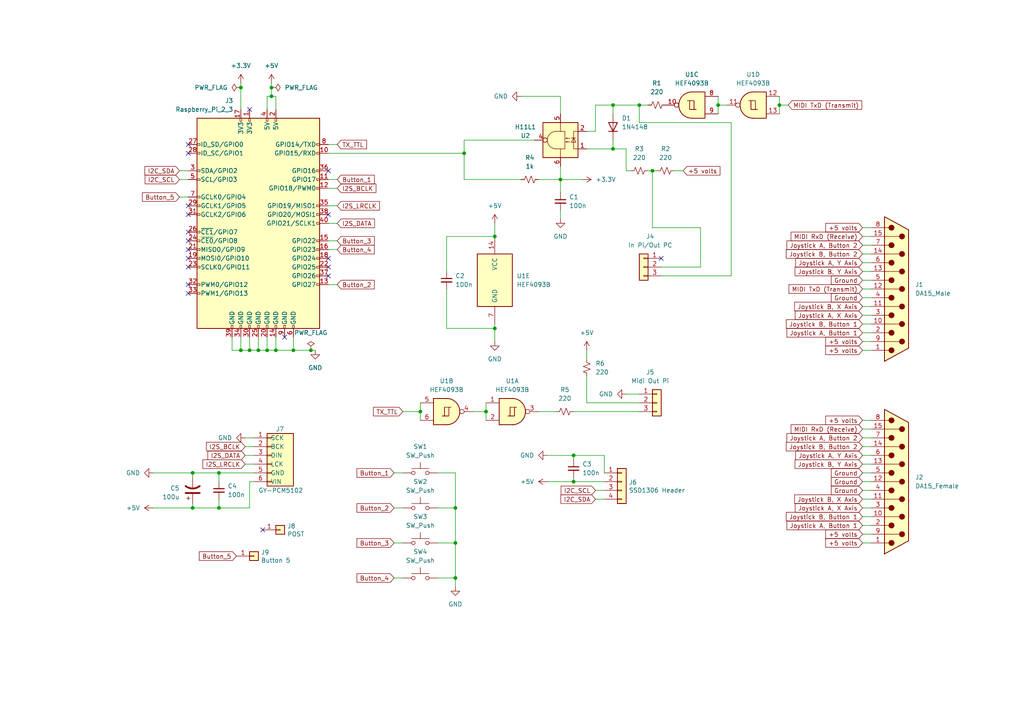
<source format=kicad_sch>
(kicad_sch (version 20230121) (generator eeschema)

  (uuid ab3a339f-ac16-48f4-807a-bd63a3a69f23)

  (paper "A4")

  (lib_symbols
    (symbol "4xxx:HEF4093B" (pin_names (offset 1.016)) (in_bom yes) (on_board yes)
      (property "Reference" "U" (at 0 1.27 0)
        (effects (font (size 1.27 1.27)))
      )
      (property "Value" "HEF4093B" (at 0 -1.27 0)
        (effects (font (size 1.27 1.27)))
      )
      (property "Footprint" "" (at 0 0 0)
        (effects (font (size 1.27 1.27)) hide)
      )
      (property "Datasheet" "https://assets.nexperia.com/documents/data-sheet/HEF4093B.pdf" (at 0 0 0)
        (effects (font (size 1.27 1.27)) hide)
      )
      (property "ki_locked" "" (at 0 0 0)
        (effects (font (size 1.27 1.27)))
      )
      (property "ki_keywords" "NAND2" (at 0 0 0)
        (effects (font (size 1.27 1.27)) hide)
      )
      (property "ki_description" "Quad 2-Input NAND Schmitt Trigger, SOIC-14" (at 0 0 0)
        (effects (font (size 1.27 1.27)) hide)
      )
      (property "ki_fp_filters" "SOIC*3.9x8.7mm*P1.27mm*" (at 0 0 0)
        (effects (font (size 1.27 1.27)) hide)
      )
      (symbol "HEF4093B_1_0"
        (polyline
          (pts
            (xy -0.635 -1.27)
            (xy -0.635 1.27)
            (xy 0.635 1.27)
          )
          (stroke (width 0) (type default))
          (fill (type none))
        )
        (polyline
          (pts
            (xy -0.635 -1.27)
            (xy -0.635 1.27)
            (xy 0.635 1.27)
          )
          (stroke (width 0) (type default))
          (fill (type none))
        )
        (polyline
          (pts
            (xy -1.27 -1.27)
            (xy 0.635 -1.27)
            (xy 0.635 1.27)
            (xy 1.27 1.27)
          )
          (stroke (width 0) (type default))
          (fill (type none))
        )
        (polyline
          (pts
            (xy -1.27 -1.27)
            (xy 0.635 -1.27)
            (xy 0.635 1.27)
            (xy 1.27 1.27)
          )
          (stroke (width 0) (type default))
          (fill (type none))
        )
      )
      (symbol "HEF4093B_1_1"
        (arc (start 0 -3.81) (mid 3.7934 0) (end 0 3.81)
          (stroke (width 0.254) (type default))
          (fill (type background))
        )
        (polyline
          (pts
            (xy 0 3.81)
            (xy -3.81 3.81)
            (xy -3.81 -3.81)
            (xy 0 -3.81)
          )
          (stroke (width 0.254) (type default))
          (fill (type background))
        )
        (pin input line (at -7.62 2.54 0) (length 3.81)
          (name "~" (effects (font (size 1.27 1.27))))
          (number "1" (effects (font (size 1.27 1.27))))
        )
        (pin input line (at -7.62 -2.54 0) (length 3.81)
          (name "~" (effects (font (size 1.27 1.27))))
          (number "2" (effects (font (size 1.27 1.27))))
        )
        (pin output inverted (at 7.62 0 180) (length 3.81)
          (name "~" (effects (font (size 1.27 1.27))))
          (number "3" (effects (font (size 1.27 1.27))))
        )
      )
      (symbol "HEF4093B_1_2"
        (arc (start -3.81 -3.81) (mid -2.589 0) (end -3.81 3.81)
          (stroke (width 0.254) (type default))
          (fill (type none))
        )
        (arc (start -0.6096 -3.81) (mid 2.1842 -2.5851) (end 3.81 0)
          (stroke (width 0.254) (type default))
          (fill (type background))
        )
        (polyline
          (pts
            (xy -3.81 -3.81)
            (xy -0.635 -3.81)
          )
          (stroke (width 0.254) (type default))
          (fill (type background))
        )
        (polyline
          (pts
            (xy -3.81 3.81)
            (xy -0.635 3.81)
          )
          (stroke (width 0.254) (type default))
          (fill (type background))
        )
        (polyline
          (pts
            (xy -0.635 3.81)
            (xy -3.81 3.81)
            (xy -3.81 3.81)
            (xy -3.556 3.4036)
            (xy -3.0226 2.2606)
            (xy -2.6924 1.0414)
            (xy -2.6162 -0.254)
            (xy -2.7686 -1.4986)
            (xy -3.175 -2.7178)
            (xy -3.81 -3.81)
            (xy -3.81 -3.81)
            (xy -0.635 -3.81)
          )
          (stroke (width -25.4) (type default))
          (fill (type background))
        )
        (arc (start 3.81 0) (mid 2.1915 2.5936) (end -0.6096 3.81)
          (stroke (width 0.254) (type default))
          (fill (type background))
        )
        (pin input inverted (at -7.62 2.54 0) (length 4.318)
          (name "~" (effects (font (size 1.27 1.27))))
          (number "1" (effects (font (size 1.27 1.27))))
        )
        (pin input inverted (at -7.62 -2.54 0) (length 4.318)
          (name "~" (effects (font (size 1.27 1.27))))
          (number "2" (effects (font (size 1.27 1.27))))
        )
        (pin output line (at 7.62 0 180) (length 3.81)
          (name "~" (effects (font (size 1.27 1.27))))
          (number "3" (effects (font (size 1.27 1.27))))
        )
      )
      (symbol "HEF4093B_2_0"
        (polyline
          (pts
            (xy -0.635 -1.27)
            (xy -0.635 1.27)
            (xy 0.635 1.27)
          )
          (stroke (width 0) (type default))
          (fill (type none))
        )
        (polyline
          (pts
            (xy -0.635 -1.27)
            (xy -0.635 1.27)
            (xy 0.635 1.27)
          )
          (stroke (width 0) (type default))
          (fill (type none))
        )
        (polyline
          (pts
            (xy -1.27 -1.27)
            (xy 0.635 -1.27)
            (xy 0.635 1.27)
            (xy 1.27 1.27)
          )
          (stroke (width 0) (type default))
          (fill (type none))
        )
        (polyline
          (pts
            (xy -1.27 -1.27)
            (xy 0.635 -1.27)
            (xy 0.635 1.27)
            (xy 1.27 1.27)
          )
          (stroke (width 0) (type default))
          (fill (type none))
        )
      )
      (symbol "HEF4093B_2_1"
        (arc (start 0 -3.81) (mid 3.7934 0) (end 0 3.81)
          (stroke (width 0.254) (type default))
          (fill (type background))
        )
        (polyline
          (pts
            (xy 0 3.81)
            (xy -3.81 3.81)
            (xy -3.81 -3.81)
            (xy 0 -3.81)
          )
          (stroke (width 0.254) (type default))
          (fill (type background))
        )
        (pin output inverted (at 7.62 0 180) (length 3.81)
          (name "~" (effects (font (size 1.27 1.27))))
          (number "4" (effects (font (size 1.27 1.27))))
        )
        (pin input line (at -7.62 2.54 0) (length 3.81)
          (name "~" (effects (font (size 1.27 1.27))))
          (number "5" (effects (font (size 1.27 1.27))))
        )
        (pin input line (at -7.62 -2.54 0) (length 3.81)
          (name "~" (effects (font (size 1.27 1.27))))
          (number "6" (effects (font (size 1.27 1.27))))
        )
      )
      (symbol "HEF4093B_2_2"
        (arc (start -3.81 -3.81) (mid -2.589 0) (end -3.81 3.81)
          (stroke (width 0.254) (type default))
          (fill (type none))
        )
        (arc (start -0.6096 -3.81) (mid 2.1842 -2.5851) (end 3.81 0)
          (stroke (width 0.254) (type default))
          (fill (type background))
        )
        (polyline
          (pts
            (xy -3.81 -3.81)
            (xy -0.635 -3.81)
          )
          (stroke (width 0.254) (type default))
          (fill (type background))
        )
        (polyline
          (pts
            (xy -3.81 3.81)
            (xy -0.635 3.81)
          )
          (stroke (width 0.254) (type default))
          (fill (type background))
        )
        (polyline
          (pts
            (xy -0.635 3.81)
            (xy -3.81 3.81)
            (xy -3.81 3.81)
            (xy -3.556 3.4036)
            (xy -3.0226 2.2606)
            (xy -2.6924 1.0414)
            (xy -2.6162 -0.254)
            (xy -2.7686 -1.4986)
            (xy -3.175 -2.7178)
            (xy -3.81 -3.81)
            (xy -3.81 -3.81)
            (xy -0.635 -3.81)
          )
          (stroke (width -25.4) (type default))
          (fill (type background))
        )
        (arc (start 3.81 0) (mid 2.1915 2.5936) (end -0.6096 3.81)
          (stroke (width 0.254) (type default))
          (fill (type background))
        )
        (pin output line (at 7.62 0 180) (length 3.81)
          (name "~" (effects (font (size 1.27 1.27))))
          (number "4" (effects (font (size 1.27 1.27))))
        )
        (pin input inverted (at -7.62 2.54 0) (length 4.318)
          (name "~" (effects (font (size 1.27 1.27))))
          (number "5" (effects (font (size 1.27 1.27))))
        )
        (pin input inverted (at -7.62 -2.54 0) (length 4.318)
          (name "~" (effects (font (size 1.27 1.27))))
          (number "6" (effects (font (size 1.27 1.27))))
        )
      )
      (symbol "HEF4093B_3_0"
        (polyline
          (pts
            (xy -0.635 -1.27)
            (xy -0.635 1.27)
            (xy 0.635 1.27)
          )
          (stroke (width 0) (type default))
          (fill (type none))
        )
        (polyline
          (pts
            (xy -0.635 -1.27)
            (xy -0.635 1.27)
            (xy 0.635 1.27)
          )
          (stroke (width 0) (type default))
          (fill (type none))
        )
        (polyline
          (pts
            (xy -1.27 -1.27)
            (xy 0.635 -1.27)
            (xy 0.635 1.27)
            (xy 1.27 1.27)
          )
          (stroke (width 0) (type default))
          (fill (type none))
        )
        (polyline
          (pts
            (xy -1.27 -1.27)
            (xy 0.635 -1.27)
            (xy 0.635 1.27)
            (xy 1.27 1.27)
          )
          (stroke (width 0) (type default))
          (fill (type none))
        )
      )
      (symbol "HEF4093B_3_1"
        (arc (start 0 -3.81) (mid 3.7934 0) (end 0 3.81)
          (stroke (width 0.254) (type default))
          (fill (type background))
        )
        (polyline
          (pts
            (xy 0 3.81)
            (xy -3.81 3.81)
            (xy -3.81 -3.81)
            (xy 0 -3.81)
          )
          (stroke (width 0.254) (type default))
          (fill (type background))
        )
        (pin output inverted (at 7.62 0 180) (length 3.81)
          (name "~" (effects (font (size 1.27 1.27))))
          (number "10" (effects (font (size 1.27 1.27))))
        )
        (pin input line (at -7.62 2.54 0) (length 3.81)
          (name "~" (effects (font (size 1.27 1.27))))
          (number "8" (effects (font (size 1.27 1.27))))
        )
        (pin input line (at -7.62 -2.54 0) (length 3.81)
          (name "~" (effects (font (size 1.27 1.27))))
          (number "9" (effects (font (size 1.27 1.27))))
        )
      )
      (symbol "HEF4093B_3_2"
        (arc (start -3.81 -3.81) (mid -2.589 0) (end -3.81 3.81)
          (stroke (width 0.254) (type default))
          (fill (type none))
        )
        (arc (start -0.6096 -3.81) (mid 2.1842 -2.5851) (end 3.81 0)
          (stroke (width 0.254) (type default))
          (fill (type background))
        )
        (polyline
          (pts
            (xy -3.81 -3.81)
            (xy -0.635 -3.81)
          )
          (stroke (width 0.254) (type default))
          (fill (type background))
        )
        (polyline
          (pts
            (xy -3.81 3.81)
            (xy -0.635 3.81)
          )
          (stroke (width 0.254) (type default))
          (fill (type background))
        )
        (polyline
          (pts
            (xy -0.635 3.81)
            (xy -3.81 3.81)
            (xy -3.81 3.81)
            (xy -3.556 3.4036)
            (xy -3.0226 2.2606)
            (xy -2.6924 1.0414)
            (xy -2.6162 -0.254)
            (xy -2.7686 -1.4986)
            (xy -3.175 -2.7178)
            (xy -3.81 -3.81)
            (xy -3.81 -3.81)
            (xy -0.635 -3.81)
          )
          (stroke (width -25.4) (type default))
          (fill (type background))
        )
        (arc (start 3.81 0) (mid 2.1915 2.5936) (end -0.6096 3.81)
          (stroke (width 0.254) (type default))
          (fill (type background))
        )
        (pin output line (at 7.62 0 180) (length 3.81)
          (name "~" (effects (font (size 1.27 1.27))))
          (number "10" (effects (font (size 1.27 1.27))))
        )
        (pin input inverted (at -7.62 2.54 0) (length 4.318)
          (name "~" (effects (font (size 1.27 1.27))))
          (number "8" (effects (font (size 1.27 1.27))))
        )
        (pin input inverted (at -7.62 -2.54 0) (length 4.318)
          (name "~" (effects (font (size 1.27 1.27))))
          (number "9" (effects (font (size 1.27 1.27))))
        )
      )
      (symbol "HEF4093B_4_0"
        (polyline
          (pts
            (xy -0.635 -1.27)
            (xy -0.635 1.27)
            (xy 0.635 1.27)
          )
          (stroke (width 0) (type default))
          (fill (type none))
        )
        (polyline
          (pts
            (xy -0.635 -1.27)
            (xy -0.635 1.27)
            (xy 0.635 1.27)
          )
          (stroke (width 0) (type default))
          (fill (type none))
        )
        (polyline
          (pts
            (xy -1.27 -1.27)
            (xy 0.635 -1.27)
            (xy 0.635 1.27)
            (xy 1.27 1.27)
          )
          (stroke (width 0) (type default))
          (fill (type none))
        )
        (polyline
          (pts
            (xy -1.27 -1.27)
            (xy 0.635 -1.27)
            (xy 0.635 1.27)
            (xy 1.27 1.27)
          )
          (stroke (width 0) (type default))
          (fill (type none))
        )
      )
      (symbol "HEF4093B_4_1"
        (arc (start 0 -3.81) (mid 3.7934 0) (end 0 3.81)
          (stroke (width 0.254) (type default))
          (fill (type background))
        )
        (polyline
          (pts
            (xy 0 3.81)
            (xy -3.81 3.81)
            (xy -3.81 -3.81)
            (xy 0 -3.81)
          )
          (stroke (width 0.254) (type default))
          (fill (type background))
        )
        (pin output inverted (at 7.62 0 180) (length 3.81)
          (name "~" (effects (font (size 1.27 1.27))))
          (number "11" (effects (font (size 1.27 1.27))))
        )
        (pin input line (at -7.62 2.54 0) (length 3.81)
          (name "~" (effects (font (size 1.27 1.27))))
          (number "12" (effects (font (size 1.27 1.27))))
        )
        (pin input line (at -7.62 -2.54 0) (length 3.81)
          (name "~" (effects (font (size 1.27 1.27))))
          (number "13" (effects (font (size 1.27 1.27))))
        )
      )
      (symbol "HEF4093B_4_2"
        (arc (start -3.81 -3.81) (mid -2.589 0) (end -3.81 3.81)
          (stroke (width 0.254) (type default))
          (fill (type none))
        )
        (arc (start -0.6096 -3.81) (mid 2.1842 -2.5851) (end 3.81 0)
          (stroke (width 0.254) (type default))
          (fill (type background))
        )
        (polyline
          (pts
            (xy -3.81 -3.81)
            (xy -0.635 -3.81)
          )
          (stroke (width 0.254) (type default))
          (fill (type background))
        )
        (polyline
          (pts
            (xy -3.81 3.81)
            (xy -0.635 3.81)
          )
          (stroke (width 0.254) (type default))
          (fill (type background))
        )
        (polyline
          (pts
            (xy -0.635 3.81)
            (xy -3.81 3.81)
            (xy -3.81 3.81)
            (xy -3.556 3.4036)
            (xy -3.0226 2.2606)
            (xy -2.6924 1.0414)
            (xy -2.6162 -0.254)
            (xy -2.7686 -1.4986)
            (xy -3.175 -2.7178)
            (xy -3.81 -3.81)
            (xy -3.81 -3.81)
            (xy -0.635 -3.81)
          )
          (stroke (width -25.4) (type default))
          (fill (type background))
        )
        (arc (start 3.81 0) (mid 2.1915 2.5936) (end -0.6096 3.81)
          (stroke (width 0.254) (type default))
          (fill (type background))
        )
        (pin output line (at 7.62 0 180) (length 3.81)
          (name "~" (effects (font (size 1.27 1.27))))
          (number "11" (effects (font (size 1.27 1.27))))
        )
        (pin input inverted (at -7.62 2.54 0) (length 4.318)
          (name "~" (effects (font (size 1.27 1.27))))
          (number "12" (effects (font (size 1.27 1.27))))
        )
        (pin input inverted (at -7.62 -2.54 0) (length 4.318)
          (name "~" (effects (font (size 1.27 1.27))))
          (number "13" (effects (font (size 1.27 1.27))))
        )
      )
      (symbol "HEF4093B_5_0"
        (pin power_in line (at 0 12.7 270) (length 5.08)
          (name "VCC" (effects (font (size 1.27 1.27))))
          (number "14" (effects (font (size 1.27 1.27))))
        )
        (pin power_in line (at 0 -12.7 90) (length 5.08)
          (name "GND" (effects (font (size 1.27 1.27))))
          (number "7" (effects (font (size 1.27 1.27))))
        )
      )
      (symbol "HEF4093B_5_1"
        (rectangle (start -5.08 7.62) (end 5.08 -7.62)
          (stroke (width 0.254) (type default))
          (fill (type background))
        )
      )
    )
    (symbol "Connector:DA15_Plug" (pin_names (offset 1.016) hide) (in_bom yes) (on_board yes)
      (property "Reference" "J" (at 0.508 21.59 0)
        (effects (font (size 1.27 1.27)))
      )
      (property "Value" "DA15_Plug" (at 0 -22.225 0)
        (effects (font (size 1.27 1.27)))
      )
      (property "Footprint" "" (at 0 0 0)
        (effects (font (size 1.27 1.27)) hide)
      )
      (property "Datasheet" " ~" (at 0 0 0)
        (effects (font (size 1.27 1.27)) hide)
      )
      (property "ki_keywords" "male plug D-SUB connector" (at 0 0 0)
        (effects (font (size 1.27 1.27)) hide)
      )
      (property "ki_description" "15-pin male plug pin D-SUB connector (low-density/2 columns)" (at 0 0 0)
        (effects (font (size 1.27 1.27)) hide)
      )
      (property "ki_fp_filters" "DSUB*Male*" (at 0 0 0)
        (effects (font (size 1.27 1.27)) hide)
      )
      (symbol "DA15_Plug_0_1"
        (circle (center -1.778 -17.78) (radius 0.762)
          (stroke (width 0) (type default))
          (fill (type outline))
        )
        (circle (center -1.778 -12.7) (radius 0.762)
          (stroke (width 0) (type default))
          (fill (type outline))
        )
        (circle (center -1.778 -7.62) (radius 0.762)
          (stroke (width 0) (type default))
          (fill (type outline))
        )
        (circle (center -1.778 -2.54) (radius 0.762)
          (stroke (width 0) (type default))
          (fill (type outline))
        )
        (circle (center -1.778 2.54) (radius 0.762)
          (stroke (width 0) (type default))
          (fill (type outline))
        )
        (circle (center -1.778 7.62) (radius 0.762)
          (stroke (width 0) (type default))
          (fill (type outline))
        )
        (circle (center -1.778 12.7) (radius 0.762)
          (stroke (width 0) (type default))
          (fill (type outline))
        )
        (circle (center -1.778 17.78) (radius 0.762)
          (stroke (width 0) (type default))
          (fill (type outline))
        )
        (polyline
          (pts
            (xy -3.81 -17.78)
            (xy -2.54 -17.78)
          )
          (stroke (width 0) (type default))
          (fill (type none))
        )
        (polyline
          (pts
            (xy -3.81 -15.24)
            (xy 0.508 -15.24)
          )
          (stroke (width 0) (type default))
          (fill (type none))
        )
        (polyline
          (pts
            (xy -3.81 -12.7)
            (xy -2.54 -12.7)
          )
          (stroke (width 0) (type default))
          (fill (type none))
        )
        (polyline
          (pts
            (xy -3.81 -10.16)
            (xy 0.508 -10.16)
          )
          (stroke (width 0) (type default))
          (fill (type none))
        )
        (polyline
          (pts
            (xy -3.81 -7.62)
            (xy -2.54 -7.62)
          )
          (stroke (width 0) (type default))
          (fill (type none))
        )
        (polyline
          (pts
            (xy -3.81 -5.08)
            (xy 0.508 -5.08)
          )
          (stroke (width 0) (type default))
          (fill (type none))
        )
        (polyline
          (pts
            (xy -3.81 -2.54)
            (xy -2.54 -2.54)
          )
          (stroke (width 0) (type default))
          (fill (type none))
        )
        (polyline
          (pts
            (xy -3.81 0)
            (xy 0.508 0)
          )
          (stroke (width 0) (type default))
          (fill (type none))
        )
        (polyline
          (pts
            (xy -3.81 2.54)
            (xy -2.54 2.54)
          )
          (stroke (width 0) (type default))
          (fill (type none))
        )
        (polyline
          (pts
            (xy -3.81 5.08)
            (xy 0.508 5.08)
          )
          (stroke (width 0) (type default))
          (fill (type none))
        )
        (polyline
          (pts
            (xy -3.81 7.62)
            (xy -2.54 7.62)
          )
          (stroke (width 0) (type default))
          (fill (type none))
        )
        (polyline
          (pts
            (xy -3.81 10.16)
            (xy 0.508 10.16)
          )
          (stroke (width 0) (type default))
          (fill (type none))
        )
        (polyline
          (pts
            (xy -3.81 12.7)
            (xy -2.54 12.7)
          )
          (stroke (width 0) (type default))
          (fill (type none))
        )
        (polyline
          (pts
            (xy -3.81 15.24)
            (xy 0.508 15.24)
          )
          (stroke (width 0) (type default))
          (fill (type none))
        )
        (polyline
          (pts
            (xy -3.81 17.78)
            (xy -2.54 17.78)
          )
          (stroke (width 0) (type default))
          (fill (type none))
        )
        (polyline
          (pts
            (xy -3.81 -20.955)
            (xy 3.175 -17.145)
            (xy 3.175 17.145)
            (xy -3.81 20.955)
            (xy -3.81 -20.955)
          )
          (stroke (width 0.254) (type default))
          (fill (type background))
        )
        (circle (center 1.27 -15.24) (radius 0.762)
          (stroke (width 0) (type default))
          (fill (type outline))
        )
        (circle (center 1.27 -10.16) (radius 0.762)
          (stroke (width 0) (type default))
          (fill (type outline))
        )
        (circle (center 1.27 -5.08) (radius 0.762)
          (stroke (width 0) (type default))
          (fill (type outline))
        )
        (circle (center 1.27 0) (radius 0.762)
          (stroke (width 0) (type default))
          (fill (type outline))
        )
        (circle (center 1.27 5.08) (radius 0.762)
          (stroke (width 0) (type default))
          (fill (type outline))
        )
        (circle (center 1.27 10.16) (radius 0.762)
          (stroke (width 0) (type default))
          (fill (type outline))
        )
        (circle (center 1.27 15.24) (radius 0.762)
          (stroke (width 0) (type default))
          (fill (type outline))
        )
      )
      (symbol "DA15_Plug_1_1"
        (pin passive line (at -7.62 -17.78 0) (length 3.81)
          (name "1" (effects (font (size 1.27 1.27))))
          (number "1" (effects (font (size 1.27 1.27))))
        )
        (pin passive line (at -7.62 -10.16 0) (length 3.81)
          (name "P10" (effects (font (size 1.27 1.27))))
          (number "10" (effects (font (size 1.27 1.27))))
        )
        (pin passive line (at -7.62 -5.08 0) (length 3.81)
          (name "P111" (effects (font (size 1.27 1.27))))
          (number "11" (effects (font (size 1.27 1.27))))
        )
        (pin passive line (at -7.62 0 0) (length 3.81)
          (name "P12" (effects (font (size 1.27 1.27))))
          (number "12" (effects (font (size 1.27 1.27))))
        )
        (pin passive line (at -7.62 5.08 0) (length 3.81)
          (name "P13" (effects (font (size 1.27 1.27))))
          (number "13" (effects (font (size 1.27 1.27))))
        )
        (pin passive line (at -7.62 10.16 0) (length 3.81)
          (name "P14" (effects (font (size 1.27 1.27))))
          (number "14" (effects (font (size 1.27 1.27))))
        )
        (pin passive line (at -7.62 15.24 0) (length 3.81)
          (name "P15" (effects (font (size 1.27 1.27))))
          (number "15" (effects (font (size 1.27 1.27))))
        )
        (pin passive line (at -7.62 -12.7 0) (length 3.81)
          (name "2" (effects (font (size 1.27 1.27))))
          (number "2" (effects (font (size 1.27 1.27))))
        )
        (pin passive line (at -7.62 -7.62 0) (length 3.81)
          (name "3" (effects (font (size 1.27 1.27))))
          (number "3" (effects (font (size 1.27 1.27))))
        )
        (pin passive line (at -7.62 -2.54 0) (length 3.81)
          (name "4" (effects (font (size 1.27 1.27))))
          (number "4" (effects (font (size 1.27 1.27))))
        )
        (pin passive line (at -7.62 2.54 0) (length 3.81)
          (name "5" (effects (font (size 1.27 1.27))))
          (number "5" (effects (font (size 1.27 1.27))))
        )
        (pin passive line (at -7.62 7.62 0) (length 3.81)
          (name "6" (effects (font (size 1.27 1.27))))
          (number "6" (effects (font (size 1.27 1.27))))
        )
        (pin passive line (at -7.62 12.7 0) (length 3.81)
          (name "7" (effects (font (size 1.27 1.27))))
          (number "7" (effects (font (size 1.27 1.27))))
        )
        (pin passive line (at -7.62 17.78 0) (length 3.81)
          (name "8" (effects (font (size 1.27 1.27))))
          (number "8" (effects (font (size 1.27 1.27))))
        )
        (pin passive line (at -7.62 -15.24 0) (length 3.81)
          (name "P9" (effects (font (size 1.27 1.27))))
          (number "9" (effects (font (size 1.27 1.27))))
        )
      )
    )
    (symbol "Connector:Raspberry_Pi_2_3" (pin_names (offset 1.016)) (in_bom yes) (on_board yes)
      (property "Reference" "J" (at -17.78 31.75 0)
        (effects (font (size 1.27 1.27)) (justify left bottom))
      )
      (property "Value" "Raspberry_Pi_2_3" (at 10.16 -31.75 0)
        (effects (font (size 1.27 1.27)) (justify left top))
      )
      (property "Footprint" "" (at 0 0 0)
        (effects (font (size 1.27 1.27)) hide)
      )
      (property "Datasheet" "https://www.raspberrypi.org/documentation/hardware/raspberrypi/schematics/rpi_SCH_3bplus_1p0_reduced.pdf" (at 0 0 0)
        (effects (font (size 1.27 1.27)) hide)
      )
      (property "ki_keywords" "raspberrypi gpio" (at 0 0 0)
        (effects (font (size 1.27 1.27)) hide)
      )
      (property "ki_description" "expansion header for Raspberry Pi 2 & 3" (at 0 0 0)
        (effects (font (size 1.27 1.27)) hide)
      )
      (property "ki_fp_filters" "PinHeader*2x20*P2.54mm*Vertical* PinSocket*2x20*P2.54mm*Vertical*" (at 0 0 0)
        (effects (font (size 1.27 1.27)) hide)
      )
      (symbol "Raspberry_Pi_2_3_0_1"
        (rectangle (start -17.78 30.48) (end 17.78 -30.48)
          (stroke (width 0.254) (type default))
          (fill (type background))
        )
      )
      (symbol "Raspberry_Pi_2_3_1_1"
        (rectangle (start -16.891 -17.526) (end -17.78 -18.034)
          (stroke (width 0) (type default))
          (fill (type none))
        )
        (rectangle (start -16.891 -14.986) (end -17.78 -15.494)
          (stroke (width 0) (type default))
          (fill (type none))
        )
        (rectangle (start -16.891 -12.446) (end -17.78 -12.954)
          (stroke (width 0) (type default))
          (fill (type none))
        )
        (rectangle (start -16.891 -9.906) (end -17.78 -10.414)
          (stroke (width 0) (type default))
          (fill (type none))
        )
        (rectangle (start -16.891 -7.366) (end -17.78 -7.874)
          (stroke (width 0) (type default))
          (fill (type none))
        )
        (rectangle (start -16.891 -4.826) (end -17.78 -5.334)
          (stroke (width 0) (type default))
          (fill (type none))
        )
        (rectangle (start -16.891 0.254) (end -17.78 -0.254)
          (stroke (width 0) (type default))
          (fill (type none))
        )
        (rectangle (start -16.891 2.794) (end -17.78 2.286)
          (stroke (width 0) (type default))
          (fill (type none))
        )
        (rectangle (start -16.891 5.334) (end -17.78 4.826)
          (stroke (width 0) (type default))
          (fill (type none))
        )
        (rectangle (start -16.891 10.414) (end -17.78 9.906)
          (stroke (width 0) (type default))
          (fill (type none))
        )
        (rectangle (start -16.891 12.954) (end -17.78 12.446)
          (stroke (width 0) (type default))
          (fill (type none))
        )
        (rectangle (start -16.891 15.494) (end -17.78 14.986)
          (stroke (width 0) (type default))
          (fill (type none))
        )
        (rectangle (start -16.891 20.574) (end -17.78 20.066)
          (stroke (width 0) (type default))
          (fill (type none))
        )
        (rectangle (start -16.891 23.114) (end -17.78 22.606)
          (stroke (width 0) (type default))
          (fill (type none))
        )
        (rectangle (start -10.414 -29.591) (end -9.906 -30.48)
          (stroke (width 0) (type default))
          (fill (type none))
        )
        (rectangle (start -7.874 -29.591) (end -7.366 -30.48)
          (stroke (width 0) (type default))
          (fill (type none))
        )
        (rectangle (start -5.334 -29.591) (end -4.826 -30.48)
          (stroke (width 0) (type default))
          (fill (type none))
        )
        (rectangle (start -5.334 30.48) (end -4.826 29.591)
          (stroke (width 0) (type default))
          (fill (type none))
        )
        (rectangle (start -2.794 -29.591) (end -2.286 -30.48)
          (stroke (width 0) (type default))
          (fill (type none))
        )
        (rectangle (start -2.794 30.48) (end -2.286 29.591)
          (stroke (width 0) (type default))
          (fill (type none))
        )
        (rectangle (start -0.254 -29.591) (end 0.254 -30.48)
          (stroke (width 0) (type default))
          (fill (type none))
        )
        (rectangle (start 2.286 -29.591) (end 2.794 -30.48)
          (stroke (width 0) (type default))
          (fill (type none))
        )
        (rectangle (start 2.286 30.48) (end 2.794 29.591)
          (stroke (width 0) (type default))
          (fill (type none))
        )
        (rectangle (start 4.826 -29.591) (end 5.334 -30.48)
          (stroke (width 0) (type default))
          (fill (type none))
        )
        (rectangle (start 4.826 30.48) (end 5.334 29.591)
          (stroke (width 0) (type default))
          (fill (type none))
        )
        (rectangle (start 7.366 -29.591) (end 7.874 -30.48)
          (stroke (width 0) (type default))
          (fill (type none))
        )
        (rectangle (start 17.78 -20.066) (end 16.891 -20.574)
          (stroke (width 0) (type default))
          (fill (type none))
        )
        (rectangle (start 17.78 -17.526) (end 16.891 -18.034)
          (stroke (width 0) (type default))
          (fill (type none))
        )
        (rectangle (start 17.78 -12.446) (end 16.891 -12.954)
          (stroke (width 0) (type default))
          (fill (type none))
        )
        (rectangle (start 17.78 -9.906) (end 16.891 -10.414)
          (stroke (width 0) (type default))
          (fill (type none))
        )
        (rectangle (start 17.78 -7.366) (end 16.891 -7.874)
          (stroke (width 0) (type default))
          (fill (type none))
        )
        (rectangle (start 17.78 -4.826) (end 16.891 -5.334)
          (stroke (width 0) (type default))
          (fill (type none))
        )
        (rectangle (start 17.78 -2.286) (end 16.891 -2.794)
          (stroke (width 0) (type default))
          (fill (type none))
        )
        (rectangle (start 17.78 2.794) (end 16.891 2.286)
          (stroke (width 0) (type default))
          (fill (type none))
        )
        (rectangle (start 17.78 5.334) (end 16.891 4.826)
          (stroke (width 0) (type default))
          (fill (type none))
        )
        (rectangle (start 17.78 7.874) (end 16.891 7.366)
          (stroke (width 0) (type default))
          (fill (type none))
        )
        (rectangle (start 17.78 12.954) (end 16.891 12.446)
          (stroke (width 0) (type default))
          (fill (type none))
        )
        (rectangle (start 17.78 15.494) (end 16.891 14.986)
          (stroke (width 0) (type default))
          (fill (type none))
        )
        (rectangle (start 17.78 20.574) (end 16.891 20.066)
          (stroke (width 0) (type default))
          (fill (type none))
        )
        (rectangle (start 17.78 23.114) (end 16.891 22.606)
          (stroke (width 0) (type default))
          (fill (type none))
        )
        (pin power_in line (at 2.54 33.02 270) (length 2.54)
          (name "3V3" (effects (font (size 1.27 1.27))))
          (number "1" (effects (font (size 1.27 1.27))))
        )
        (pin bidirectional line (at -20.32 20.32 0) (length 2.54)
          (name "GPIO15/RXD" (effects (font (size 1.27 1.27))))
          (number "10" (effects (font (size 1.27 1.27))))
        )
        (pin bidirectional line (at -20.32 12.7 0) (length 2.54)
          (name "GPIO17" (effects (font (size 1.27 1.27))))
          (number "11" (effects (font (size 1.27 1.27))))
        )
        (pin bidirectional line (at -20.32 10.16 0) (length 2.54)
          (name "GPIO18/PWM0" (effects (font (size 1.27 1.27))))
          (number "12" (effects (font (size 1.27 1.27))))
        )
        (pin bidirectional line (at -20.32 -17.78 0) (length 2.54)
          (name "GPIO27" (effects (font (size 1.27 1.27))))
          (number "13" (effects (font (size 1.27 1.27))))
        )
        (pin power_in line (at -5.08 -33.02 90) (length 2.54)
          (name "GND" (effects (font (size 1.27 1.27))))
          (number "14" (effects (font (size 1.27 1.27))))
        )
        (pin bidirectional line (at -20.32 -5.08 0) (length 2.54)
          (name "GPIO22" (effects (font (size 1.27 1.27))))
          (number "15" (effects (font (size 1.27 1.27))))
        )
        (pin bidirectional line (at -20.32 -7.62 0) (length 2.54)
          (name "GPIO23" (effects (font (size 1.27 1.27))))
          (number "16" (effects (font (size 1.27 1.27))))
        )
        (pin power_in line (at 5.08 33.02 270) (length 2.54)
          (name "3V3" (effects (font (size 1.27 1.27))))
          (number "17" (effects (font (size 1.27 1.27))))
        )
        (pin bidirectional line (at -20.32 -10.16 0) (length 2.54)
          (name "GPIO24" (effects (font (size 1.27 1.27))))
          (number "18" (effects (font (size 1.27 1.27))))
        )
        (pin bidirectional line (at 20.32 -10.16 180) (length 2.54)
          (name "MOSI0/GPIO10" (effects (font (size 1.27 1.27))))
          (number "19" (effects (font (size 1.27 1.27))))
        )
        (pin power_in line (at -5.08 33.02 270) (length 2.54)
          (name "5V" (effects (font (size 1.27 1.27))))
          (number "2" (effects (font (size 1.27 1.27))))
        )
        (pin power_in line (at -2.54 -33.02 90) (length 2.54)
          (name "GND" (effects (font (size 1.27 1.27))))
          (number "20" (effects (font (size 1.27 1.27))))
        )
        (pin bidirectional line (at 20.32 -7.62 180) (length 2.54)
          (name "MISO0/GPIO9" (effects (font (size 1.27 1.27))))
          (number "21" (effects (font (size 1.27 1.27))))
        )
        (pin bidirectional line (at -20.32 -12.7 0) (length 2.54)
          (name "GPIO25" (effects (font (size 1.27 1.27))))
          (number "22" (effects (font (size 1.27 1.27))))
        )
        (pin bidirectional line (at 20.32 -12.7 180) (length 2.54)
          (name "SCLK0/GPIO11" (effects (font (size 1.27 1.27))))
          (number "23" (effects (font (size 1.27 1.27))))
        )
        (pin bidirectional line (at 20.32 -5.08 180) (length 2.54)
          (name "~{CE0}/GPIO8" (effects (font (size 1.27 1.27))))
          (number "24" (effects (font (size 1.27 1.27))))
        )
        (pin power_in line (at 0 -33.02 90) (length 2.54)
          (name "GND" (effects (font (size 1.27 1.27))))
          (number "25" (effects (font (size 1.27 1.27))))
        )
        (pin bidirectional line (at 20.32 -2.54 180) (length 2.54)
          (name "~{CE1}/GPIO7" (effects (font (size 1.27 1.27))))
          (number "26" (effects (font (size 1.27 1.27))))
        )
        (pin bidirectional line (at 20.32 22.86 180) (length 2.54)
          (name "ID_SD/GPIO0" (effects (font (size 1.27 1.27))))
          (number "27" (effects (font (size 1.27 1.27))))
        )
        (pin bidirectional line (at 20.32 20.32 180) (length 2.54)
          (name "ID_SC/GPIO1" (effects (font (size 1.27 1.27))))
          (number "28" (effects (font (size 1.27 1.27))))
        )
        (pin bidirectional line (at 20.32 5.08 180) (length 2.54)
          (name "GCLK1/GPIO5" (effects (font (size 1.27 1.27))))
          (number "29" (effects (font (size 1.27 1.27))))
        )
        (pin bidirectional line (at 20.32 15.24 180) (length 2.54)
          (name "SDA/GPIO2" (effects (font (size 1.27 1.27))))
          (number "3" (effects (font (size 1.27 1.27))))
        )
        (pin power_in line (at 2.54 -33.02 90) (length 2.54)
          (name "GND" (effects (font (size 1.27 1.27))))
          (number "30" (effects (font (size 1.27 1.27))))
        )
        (pin bidirectional line (at 20.32 2.54 180) (length 2.54)
          (name "GCLK2/GPIO6" (effects (font (size 1.27 1.27))))
          (number "31" (effects (font (size 1.27 1.27))))
        )
        (pin bidirectional line (at 20.32 -17.78 180) (length 2.54)
          (name "PWM0/GPIO12" (effects (font (size 1.27 1.27))))
          (number "32" (effects (font (size 1.27 1.27))))
        )
        (pin bidirectional line (at 20.32 -20.32 180) (length 2.54)
          (name "PWM1/GPIO13" (effects (font (size 1.27 1.27))))
          (number "33" (effects (font (size 1.27 1.27))))
        )
        (pin power_in line (at 5.08 -33.02 90) (length 2.54)
          (name "GND" (effects (font (size 1.27 1.27))))
          (number "34" (effects (font (size 1.27 1.27))))
        )
        (pin bidirectional line (at -20.32 5.08 0) (length 2.54)
          (name "GPIO19/MISO1" (effects (font (size 1.27 1.27))))
          (number "35" (effects (font (size 1.27 1.27))))
        )
        (pin bidirectional line (at -20.32 15.24 0) (length 2.54)
          (name "GPIO16" (effects (font (size 1.27 1.27))))
          (number "36" (effects (font (size 1.27 1.27))))
        )
        (pin bidirectional line (at -20.32 -15.24 0) (length 2.54)
          (name "GPIO26" (effects (font (size 1.27 1.27))))
          (number "37" (effects (font (size 1.27 1.27))))
        )
        (pin bidirectional line (at -20.32 2.54 0) (length 2.54)
          (name "GPIO20/MOSI1" (effects (font (size 1.27 1.27))))
          (number "38" (effects (font (size 1.27 1.27))))
        )
        (pin power_in line (at 7.62 -33.02 90) (length 2.54)
          (name "GND" (effects (font (size 1.27 1.27))))
          (number "39" (effects (font (size 1.27 1.27))))
        )
        (pin power_in line (at -2.54 33.02 270) (length 2.54)
          (name "5V" (effects (font (size 1.27 1.27))))
          (number "4" (effects (font (size 1.27 1.27))))
        )
        (pin bidirectional line (at -20.32 0 0) (length 2.54)
          (name "GPIO21/SCLK1" (effects (font (size 1.27 1.27))))
          (number "40" (effects (font (size 1.27 1.27))))
        )
        (pin bidirectional line (at 20.32 12.7 180) (length 2.54)
          (name "SCL/GPIO3" (effects (font (size 1.27 1.27))))
          (number "5" (effects (font (size 1.27 1.27))))
        )
        (pin power_in line (at -10.16 -33.02 90) (length 2.54)
          (name "GND" (effects (font (size 1.27 1.27))))
          (number "6" (effects (font (size 1.27 1.27))))
        )
        (pin bidirectional line (at 20.32 7.62 180) (length 2.54)
          (name "GCLK0/GPIO4" (effects (font (size 1.27 1.27))))
          (number "7" (effects (font (size 1.27 1.27))))
        )
        (pin bidirectional line (at -20.32 22.86 0) (length 2.54)
          (name "GPIO14/TXD" (effects (font (size 1.27 1.27))))
          (number "8" (effects (font (size 1.27 1.27))))
        )
        (pin power_in line (at -7.62 -33.02 90) (length 2.54)
          (name "GND" (effects (font (size 1.27 1.27))))
          (number "9" (effects (font (size 1.27 1.27))))
        )
      )
    )
    (symbol "Connector_Generic:Conn_01x01" (pin_names (offset 1.016) hide) (in_bom yes) (on_board yes)
      (property "Reference" "J" (at 0 2.54 0)
        (effects (font (size 1.27 1.27)))
      )
      (property "Value" "Conn_01x01" (at 0 -2.54 0)
        (effects (font (size 1.27 1.27)))
      )
      (property "Footprint" "" (at 0 0 0)
        (effects (font (size 1.27 1.27)) hide)
      )
      (property "Datasheet" "~" (at 0 0 0)
        (effects (font (size 1.27 1.27)) hide)
      )
      (property "ki_keywords" "connector" (at 0 0 0)
        (effects (font (size 1.27 1.27)) hide)
      )
      (property "ki_description" "Generic connector, single row, 01x01, script generated (kicad-library-utils/schlib/autogen/connector/)" (at 0 0 0)
        (effects (font (size 1.27 1.27)) hide)
      )
      (property "ki_fp_filters" "Connector*:*_1x??_*" (at 0 0 0)
        (effects (font (size 1.27 1.27)) hide)
      )
      (symbol "Conn_01x01_1_1"
        (rectangle (start -1.27 0.127) (end 0 -0.127)
          (stroke (width 0.1524) (type default))
          (fill (type none))
        )
        (rectangle (start -1.27 1.27) (end 1.27 -1.27)
          (stroke (width 0.254) (type default))
          (fill (type background))
        )
        (pin passive line (at -5.08 0 0) (length 3.81)
          (name "Pin_1" (effects (font (size 1.27 1.27))))
          (number "1" (effects (font (size 1.27 1.27))))
        )
      )
    )
    (symbol "Connector_Generic:Conn_01x03" (pin_names (offset 1.016) hide) (in_bom yes) (on_board yes)
      (property "Reference" "J" (at 0 5.08 0)
        (effects (font (size 1.27 1.27)))
      )
      (property "Value" "Conn_01x03" (at 0 -5.08 0)
        (effects (font (size 1.27 1.27)))
      )
      (property "Footprint" "" (at 0 0 0)
        (effects (font (size 1.27 1.27)) hide)
      )
      (property "Datasheet" "~" (at 0 0 0)
        (effects (font (size 1.27 1.27)) hide)
      )
      (property "ki_keywords" "connector" (at 0 0 0)
        (effects (font (size 1.27 1.27)) hide)
      )
      (property "ki_description" "Generic connector, single row, 01x03, script generated (kicad-library-utils/schlib/autogen/connector/)" (at 0 0 0)
        (effects (font (size 1.27 1.27)) hide)
      )
      (property "ki_fp_filters" "Connector*:*_1x??_*" (at 0 0 0)
        (effects (font (size 1.27 1.27)) hide)
      )
      (symbol "Conn_01x03_1_1"
        (rectangle (start -1.27 -2.413) (end 0 -2.667)
          (stroke (width 0.1524) (type default))
          (fill (type none))
        )
        (rectangle (start -1.27 0.127) (end 0 -0.127)
          (stroke (width 0.1524) (type default))
          (fill (type none))
        )
        (rectangle (start -1.27 2.667) (end 0 2.413)
          (stroke (width 0.1524) (type default))
          (fill (type none))
        )
        (rectangle (start -1.27 3.81) (end 1.27 -3.81)
          (stroke (width 0.254) (type default))
          (fill (type background))
        )
        (pin passive line (at -5.08 2.54 0) (length 3.81)
          (name "Pin_1" (effects (font (size 1.27 1.27))))
          (number "1" (effects (font (size 1.27 1.27))))
        )
        (pin passive line (at -5.08 0 0) (length 3.81)
          (name "Pin_2" (effects (font (size 1.27 1.27))))
          (number "2" (effects (font (size 1.27 1.27))))
        )
        (pin passive line (at -5.08 -2.54 0) (length 3.81)
          (name "Pin_3" (effects (font (size 1.27 1.27))))
          (number "3" (effects (font (size 1.27 1.27))))
        )
      )
    )
    (symbol "Connector_Generic:Conn_01x04" (pin_names (offset 1.016) hide) (in_bom yes) (on_board yes)
      (property "Reference" "J" (at 0 5.08 0)
        (effects (font (size 1.27 1.27)))
      )
      (property "Value" "Conn_01x04" (at 0 -7.62 0)
        (effects (font (size 1.27 1.27)))
      )
      (property "Footprint" "" (at 0 0 0)
        (effects (font (size 1.27 1.27)) hide)
      )
      (property "Datasheet" "~" (at 0 0 0)
        (effects (font (size 1.27 1.27)) hide)
      )
      (property "ki_keywords" "connector" (at 0 0 0)
        (effects (font (size 1.27 1.27)) hide)
      )
      (property "ki_description" "Generic connector, single row, 01x04, script generated (kicad-library-utils/schlib/autogen/connector/)" (at 0 0 0)
        (effects (font (size 1.27 1.27)) hide)
      )
      (property "ki_fp_filters" "Connector*:*_1x??_*" (at 0 0 0)
        (effects (font (size 1.27 1.27)) hide)
      )
      (symbol "Conn_01x04_1_1"
        (rectangle (start -1.27 -4.953) (end 0 -5.207)
          (stroke (width 0.1524) (type default))
          (fill (type none))
        )
        (rectangle (start -1.27 -2.413) (end 0 -2.667)
          (stroke (width 0.1524) (type default))
          (fill (type none))
        )
        (rectangle (start -1.27 0.127) (end 0 -0.127)
          (stroke (width 0.1524) (type default))
          (fill (type none))
        )
        (rectangle (start -1.27 2.667) (end 0 2.413)
          (stroke (width 0.1524) (type default))
          (fill (type none))
        )
        (rectangle (start -1.27 3.81) (end 1.27 -6.35)
          (stroke (width 0.254) (type default))
          (fill (type background))
        )
        (pin passive line (at -5.08 2.54 0) (length 3.81)
          (name "Pin_1" (effects (font (size 1.27 1.27))))
          (number "1" (effects (font (size 1.27 1.27))))
        )
        (pin passive line (at -5.08 0 0) (length 3.81)
          (name "Pin_2" (effects (font (size 1.27 1.27))))
          (number "2" (effects (font (size 1.27 1.27))))
        )
        (pin passive line (at -5.08 -2.54 0) (length 3.81)
          (name "Pin_3" (effects (font (size 1.27 1.27))))
          (number "3" (effects (font (size 1.27 1.27))))
        )
        (pin passive line (at -5.08 -5.08 0) (length 3.81)
          (name "Pin_4" (effects (font (size 1.27 1.27))))
          (number "4" (effects (font (size 1.27 1.27))))
        )
      )
    )
    (symbol "Connector_Generic:Conn_01x06" (pin_names (offset 1.016)) (in_bom yes) (on_board yes)
      (property "Reference" "J7" (at 1.27 7.62 0)
        (effects (font (size 1.27 1.27)) (justify left))
      )
      (property "Value" "GY-PCM5102" (at -3.81 -10.16 0)
        (effects (font (size 1.27 1.27)) (justify left))
      )
      (property "Footprint" "Connector_PinHeader_2.54mm:PinHeader_1x06_P2.54mm_Vertical" (at 0 0 0)
        (effects (font (size 1.27 1.27)) hide)
      )
      (property "Datasheet" "https://www.amazon.co.uk/TECNOIOT-PCM5102-GY-PCM5102-Interface-PCM5102A/dp/B07VKQKT9H/" (at 0 0 0)
        (effects (font (size 1.27 1.27)) hide)
      )
      (property "ki_keywords" "connector" (at 0 0 0)
        (effects (font (size 1.27 1.27)) hide)
      )
      (property "ki_description" "Generic connector, single row, 01x06, script generated (kicad-library-utils/schlib/autogen/connector/)" (at 0 0 0)
        (effects (font (size 1.27 1.27)) hide)
      )
      (property "ki_fp_filters" "Connector*:*_1x??_*" (at 0 0 0)
        (effects (font (size 1.27 1.27)) hide)
      )
      (symbol "Conn_01x06_1_1"
        (rectangle (start -1.27 -7.493) (end 0 -7.747)
          (stroke (width 0.1524) (type default))
          (fill (type none))
        )
        (rectangle (start -1.27 -4.953) (end 0 -5.207)
          (stroke (width 0.1524) (type default))
          (fill (type none))
        )
        (rectangle (start -1.27 -2.413) (end 0 -2.667)
          (stroke (width 0.1524) (type default))
          (fill (type none))
        )
        (rectangle (start -1.27 0.127) (end 0 -0.127)
          (stroke (width 0.1524) (type default))
          (fill (type none))
        )
        (rectangle (start -1.27 2.667) (end 0 2.413)
          (stroke (width 0.1524) (type default))
          (fill (type none))
        )
        (rectangle (start -1.27 5.207) (end 0 4.953)
          (stroke (width 0.1524) (type default))
          (fill (type none))
        )
        (rectangle (start -1.27 6.35) (end 6.35 -8.89)
          (stroke (width 0.254) (type default))
          (fill (type background))
        )
        (pin passive line (at -5.08 5.08 0) (length 3.81)
          (name "SCK" (effects (font (size 1.27 1.27))))
          (number "1" (effects (font (size 1.27 1.27))))
        )
        (pin passive line (at -5.08 2.54 0) (length 3.81)
          (name "BCK" (effects (font (size 1.27 1.27))))
          (number "2" (effects (font (size 1.27 1.27))))
        )
        (pin passive line (at -5.08 0 0) (length 3.81)
          (name "DIN" (effects (font (size 1.27 1.27))))
          (number "3" (effects (font (size 1.27 1.27))))
        )
        (pin passive line (at -5.08 -2.54 0) (length 3.81)
          (name "LCK" (effects (font (size 1.27 1.27))))
          (number "4" (effects (font (size 1.27 1.27))))
        )
        (pin passive line (at -5.08 -5.08 0) (length 3.81)
          (name "GND" (effects (font (size 1.27 1.27))))
          (number "5" (effects (font (size 1.27 1.27))))
        )
        (pin passive line (at -5.08 -7.62 0) (length 3.81)
          (name "VIN" (effects (font (size 1.27 1.27))))
          (number "6" (effects (font (size 1.27 1.27))))
        )
      )
    )
    (symbol "Device:C_Polarized_US" (pin_numbers hide) (pin_names (offset 0.254) hide) (in_bom yes) (on_board yes)
      (property "Reference" "C" (at 0.635 2.54 0)
        (effects (font (size 1.27 1.27)) (justify left))
      )
      (property "Value" "C_Polarized_US" (at 0.635 -2.54 0)
        (effects (font (size 1.27 1.27)) (justify left))
      )
      (property "Footprint" "" (at 0 0 0)
        (effects (font (size 1.27 1.27)) hide)
      )
      (property "Datasheet" "~" (at 0 0 0)
        (effects (font (size 1.27 1.27)) hide)
      )
      (property "ki_keywords" "cap capacitor" (at 0 0 0)
        (effects (font (size 1.27 1.27)) hide)
      )
      (property "ki_description" "Polarized capacitor, US symbol" (at 0 0 0)
        (effects (font (size 1.27 1.27)) hide)
      )
      (property "ki_fp_filters" "CP_*" (at 0 0 0)
        (effects (font (size 1.27 1.27)) hide)
      )
      (symbol "C_Polarized_US_0_1"
        (polyline
          (pts
            (xy -2.032 0.762)
            (xy 2.032 0.762)
          )
          (stroke (width 0.508) (type default))
          (fill (type none))
        )
        (polyline
          (pts
            (xy -1.778 2.286)
            (xy -0.762 2.286)
          )
          (stroke (width 0) (type default))
          (fill (type none))
        )
        (polyline
          (pts
            (xy -1.27 1.778)
            (xy -1.27 2.794)
          )
          (stroke (width 0) (type default))
          (fill (type none))
        )
        (arc (start 2.032 -1.27) (mid 0 -0.5572) (end -2.032 -1.27)
          (stroke (width 0.508) (type default))
          (fill (type none))
        )
      )
      (symbol "C_Polarized_US_1_1"
        (pin passive line (at 0 3.81 270) (length 2.794)
          (name "~" (effects (font (size 1.27 1.27))))
          (number "1" (effects (font (size 1.27 1.27))))
        )
        (pin passive line (at 0 -3.81 90) (length 3.302)
          (name "~" (effects (font (size 1.27 1.27))))
          (number "2" (effects (font (size 1.27 1.27))))
        )
      )
    )
    (symbol "Device:C_Small" (pin_numbers hide) (pin_names (offset 0.254) hide) (in_bom yes) (on_board yes)
      (property "Reference" "C" (at 0.254 1.778 0)
        (effects (font (size 1.27 1.27)) (justify left))
      )
      (property "Value" "C_Small" (at 0.254 -2.032 0)
        (effects (font (size 1.27 1.27)) (justify left))
      )
      (property "Footprint" "" (at 0 0 0)
        (effects (font (size 1.27 1.27)) hide)
      )
      (property "Datasheet" "~" (at 0 0 0)
        (effects (font (size 1.27 1.27)) hide)
      )
      (property "ki_keywords" "capacitor cap" (at 0 0 0)
        (effects (font (size 1.27 1.27)) hide)
      )
      (property "ki_description" "Unpolarized capacitor, small symbol" (at 0 0 0)
        (effects (font (size 1.27 1.27)) hide)
      )
      (property "ki_fp_filters" "C_*" (at 0 0 0)
        (effects (font (size 1.27 1.27)) hide)
      )
      (symbol "C_Small_0_1"
        (polyline
          (pts
            (xy -1.524 -0.508)
            (xy 1.524 -0.508)
          )
          (stroke (width 0.3302) (type default))
          (fill (type none))
        )
        (polyline
          (pts
            (xy -1.524 0.508)
            (xy 1.524 0.508)
          )
          (stroke (width 0.3048) (type default))
          (fill (type none))
        )
      )
      (symbol "C_Small_1_1"
        (pin passive line (at 0 2.54 270) (length 2.032)
          (name "~" (effects (font (size 1.27 1.27))))
          (number "1" (effects (font (size 1.27 1.27))))
        )
        (pin passive line (at 0 -2.54 90) (length 2.032)
          (name "~" (effects (font (size 1.27 1.27))))
          (number "2" (effects (font (size 1.27 1.27))))
        )
      )
    )
    (symbol "Device:R_Small_US" (pin_numbers hide) (pin_names (offset 0.254) hide) (in_bom yes) (on_board yes)
      (property "Reference" "R" (at 0.762 0.508 0)
        (effects (font (size 1.27 1.27)) (justify left))
      )
      (property "Value" "R_Small_US" (at 0.762 -1.016 0)
        (effects (font (size 1.27 1.27)) (justify left))
      )
      (property "Footprint" "" (at 0 0 0)
        (effects (font (size 1.27 1.27)) hide)
      )
      (property "Datasheet" "~" (at 0 0 0)
        (effects (font (size 1.27 1.27)) hide)
      )
      (property "ki_keywords" "r resistor" (at 0 0 0)
        (effects (font (size 1.27 1.27)) hide)
      )
      (property "ki_description" "Resistor, small US symbol" (at 0 0 0)
        (effects (font (size 1.27 1.27)) hide)
      )
      (property "ki_fp_filters" "R_*" (at 0 0 0)
        (effects (font (size 1.27 1.27)) hide)
      )
      (symbol "R_Small_US_1_1"
        (polyline
          (pts
            (xy 0 0)
            (xy 1.016 -0.381)
            (xy 0 -0.762)
            (xy -1.016 -1.143)
            (xy 0 -1.524)
          )
          (stroke (width 0) (type default))
          (fill (type none))
        )
        (polyline
          (pts
            (xy 0 1.524)
            (xy 1.016 1.143)
            (xy 0 0.762)
            (xy -1.016 0.381)
            (xy 0 0)
          )
          (stroke (width 0) (type default))
          (fill (type none))
        )
        (pin passive line (at 0 2.54 270) (length 1.016)
          (name "~" (effects (font (size 1.27 1.27))))
          (number "1" (effects (font (size 1.27 1.27))))
        )
        (pin passive line (at 0 -2.54 90) (length 1.016)
          (name "~" (effects (font (size 1.27 1.27))))
          (number "2" (effects (font (size 1.27 1.27))))
        )
      )
    )
    (symbol "Diode:1N4148" (pin_numbers hide) (pin_names hide) (in_bom yes) (on_board yes)
      (property "Reference" "D" (at 0 2.54 0)
        (effects (font (size 1.27 1.27)))
      )
      (property "Value" "1N4148" (at 0 -2.54 0)
        (effects (font (size 1.27 1.27)))
      )
      (property "Footprint" "Diode_THT:D_DO-35_SOD27_P7.62mm_Horizontal" (at 0 0 0)
        (effects (font (size 1.27 1.27)) hide)
      )
      (property "Datasheet" "https://assets.nexperia.com/documents/data-sheet/1N4148_1N4448.pdf" (at 0 0 0)
        (effects (font (size 1.27 1.27)) hide)
      )
      (property "Sim.Device" "D" (at 0 0 0)
        (effects (font (size 1.27 1.27)) hide)
      )
      (property "Sim.Pins" "1=K 2=A" (at 0 0 0)
        (effects (font (size 1.27 1.27)) hide)
      )
      (property "ki_keywords" "diode" (at 0 0 0)
        (effects (font (size 1.27 1.27)) hide)
      )
      (property "ki_description" "100V 0.15A standard switching diode, DO-35" (at 0 0 0)
        (effects (font (size 1.27 1.27)) hide)
      )
      (property "ki_fp_filters" "D*DO?35*" (at 0 0 0)
        (effects (font (size 1.27 1.27)) hide)
      )
      (symbol "1N4148_0_1"
        (polyline
          (pts
            (xy -1.27 1.27)
            (xy -1.27 -1.27)
          )
          (stroke (width 0.254) (type default))
          (fill (type none))
        )
        (polyline
          (pts
            (xy 1.27 0)
            (xy -1.27 0)
          )
          (stroke (width 0) (type default))
          (fill (type none))
        )
        (polyline
          (pts
            (xy 1.27 1.27)
            (xy 1.27 -1.27)
            (xy -1.27 0)
            (xy 1.27 1.27)
          )
          (stroke (width 0.254) (type default))
          (fill (type none))
        )
      )
      (symbol "1N4148_1_1"
        (pin passive line (at -3.81 0 0) (length 2.54)
          (name "K" (effects (font (size 1.27 1.27))))
          (number "1" (effects (font (size 1.27 1.27))))
        )
        (pin passive line (at 3.81 0 180) (length 2.54)
          (name "A" (effects (font (size 1.27 1.27))))
          (number "2" (effects (font (size 1.27 1.27))))
        )
      )
    )
    (symbol "Isolator:H11L1" (pin_names (offset 1.016)) (in_bom yes) (on_board yes)
      (property "Reference" "U" (at 1.27 8.89 0)
        (effects (font (size 1.27 1.27)) (justify left))
      )
      (property "Value" "H11L1" (at 1.27 6.35 0)
        (effects (font (size 1.27 1.27)) (justify left))
      )
      (property "Footprint" "" (at -2.286 0 0)
        (effects (font (size 1.27 1.27)) hide)
      )
      (property "Datasheet" "https://www.onsemi.com/pub/Collateral/H11L3M-D.PDF" (at -2.286 0 0)
        (effects (font (size 1.27 1.27)) hide)
      )
      (property "ki_keywords" "High Speed Schmitt Optocoupler" (at 0 0 0)
        (effects (font (size 1.27 1.27)) hide)
      )
      (property "ki_description" "Schmitt Trigger Output Optocoupler, High Speed, DIP-6, 1.6mA turn on threshold" (at 0 0 0)
        (effects (font (size 1.27 1.27)) hide)
      )
      (property "ki_fp_filters" "DIP*W7.62mm* DIP*W10.16mm* SMDIP*W9.53mm*" (at 0 0 0)
        (effects (font (size 1.27 1.27)) hide)
      )
      (symbol "H11L1_0_1"
        (rectangle (start -5.08 5.08) (end 5.08 -5.08)
          (stroke (width 0.254) (type default))
          (fill (type background))
        )
        (polyline
          (pts
            (xy -4.445 -0.635)
            (xy -3.175 -0.635)
          )
          (stroke (width 0) (type default))
          (fill (type none))
        )
        (polyline
          (pts
            (xy 0 2.54)
            (xy 0 5.08)
          )
          (stroke (width 0) (type default))
          (fill (type none))
        )
        (polyline
          (pts
            (xy 0 -2.54)
            (xy 0 -5.08)
            (xy 0 -3.81)
          )
          (stroke (width 0) (type default))
          (fill (type none))
        )
        (polyline
          (pts
            (xy -5.08 -2.54)
            (xy -3.81 -2.54)
            (xy -3.81 2.54)
            (xy -5.08 2.54)
          )
          (stroke (width 0) (type default))
          (fill (type none))
        )
        (polyline
          (pts
            (xy -3.81 -0.635)
            (xy -4.445 0.635)
            (xy -3.175 0.635)
            (xy -3.81 -0.635)
          )
          (stroke (width 0) (type default))
          (fill (type none))
        )
        (polyline
          (pts
            (xy 1.27 -2.54)
            (xy -1.27 -2.54)
            (xy -1.27 2.54)
            (xy 1.27 2.54)
          )
          (stroke (width 0) (type default))
          (fill (type none))
        )
        (polyline
          (pts
            (xy -2.794 -0.508)
            (xy -1.524 -0.508)
            (xy -1.905 -0.635)
            (xy -1.905 -0.381)
            (xy -1.524 -0.508)
          )
          (stroke (width 0) (type default))
          (fill (type none))
        )
        (polyline
          (pts
            (xy -2.794 0.508)
            (xy -1.524 0.508)
            (xy -1.905 0.381)
            (xy -1.905 0.635)
            (xy -1.524 0.508)
          )
          (stroke (width 0) (type default))
          (fill (type none))
        )
        (arc (start 1.27 -2.54) (mid 3.799 0) (end 1.27 2.54)
          (stroke (width 0) (type default))
          (fill (type none))
        )
      )
      (symbol "H11L1_1_1"
        (pin passive line (at -7.62 2.54 0) (length 2.54)
          (name "~" (effects (font (size 1.27 1.27))))
          (number "1" (effects (font (size 1.27 1.27))))
        )
        (pin passive line (at -7.62 -2.54 0) (length 2.54)
          (name "~" (effects (font (size 1.27 1.27))))
          (number "2" (effects (font (size 1.27 1.27))))
        )
        (pin no_connect line (at -5.08 0 0) (length 2.54) hide
          (name "~" (effects (font (size 1.27 1.27))))
          (number "3" (effects (font (size 1.27 1.27))))
        )
        (pin output inverted (at 7.62 0 180) (length 3.81)
          (name "~" (effects (font (size 1.27 1.27))))
          (number "4" (effects (font (size 1.27 1.27))))
        )
        (pin power_in line (at 0 -7.62 90) (length 2.54)
          (name "~" (effects (font (size 1.27 1.27))))
          (number "5" (effects (font (size 1.27 1.27))))
        )
        (pin power_in line (at 0 7.62 270) (length 2.54)
          (name "~" (effects (font (size 1.27 1.27))))
          (number "6" (effects (font (size 1.27 1.27))))
        )
      )
    )
    (symbol "Switch:SW_Push" (pin_numbers hide) (pin_names (offset 1.016) hide) (in_bom yes) (on_board yes)
      (property "Reference" "SW" (at 1.27 2.54 0)
        (effects (font (size 1.27 1.27)) (justify left))
      )
      (property "Value" "SW_Push" (at 0 -1.524 0)
        (effects (font (size 1.27 1.27)))
      )
      (property "Footprint" "" (at 0 5.08 0)
        (effects (font (size 1.27 1.27)) hide)
      )
      (property "Datasheet" "~" (at 0 5.08 0)
        (effects (font (size 1.27 1.27)) hide)
      )
      (property "ki_keywords" "switch normally-open pushbutton push-button" (at 0 0 0)
        (effects (font (size 1.27 1.27)) hide)
      )
      (property "ki_description" "Push button switch, generic, two pins" (at 0 0 0)
        (effects (font (size 1.27 1.27)) hide)
      )
      (symbol "SW_Push_0_1"
        (circle (center -2.032 0) (radius 0.508)
          (stroke (width 0) (type default))
          (fill (type none))
        )
        (polyline
          (pts
            (xy 0 1.27)
            (xy 0 3.048)
          )
          (stroke (width 0) (type default))
          (fill (type none))
        )
        (polyline
          (pts
            (xy 2.54 1.27)
            (xy -2.54 1.27)
          )
          (stroke (width 0) (type default))
          (fill (type none))
        )
        (circle (center 2.032 0) (radius 0.508)
          (stroke (width 0) (type default))
          (fill (type none))
        )
        (pin passive line (at -5.08 0 0) (length 2.54)
          (name "1" (effects (font (size 1.27 1.27))))
          (number "1" (effects (font (size 1.27 1.27))))
        )
        (pin passive line (at 5.08 0 180) (length 2.54)
          (name "2" (effects (font (size 1.27 1.27))))
          (number "2" (effects (font (size 1.27 1.27))))
        )
      )
    )
    (symbol "power:+3.3V" (power) (pin_names (offset 0)) (in_bom yes) (on_board yes)
      (property "Reference" "#PWR" (at 0 -3.81 0)
        (effects (font (size 1.27 1.27)) hide)
      )
      (property "Value" "+3.3V" (at 0 3.556 0)
        (effects (font (size 1.27 1.27)))
      )
      (property "Footprint" "" (at 0 0 0)
        (effects (font (size 1.27 1.27)) hide)
      )
      (property "Datasheet" "" (at 0 0 0)
        (effects (font (size 1.27 1.27)) hide)
      )
      (property "ki_keywords" "global power" (at 0 0 0)
        (effects (font (size 1.27 1.27)) hide)
      )
      (property "ki_description" "Power symbol creates a global label with name \"+3.3V\"" (at 0 0 0)
        (effects (font (size 1.27 1.27)) hide)
      )
      (symbol "+3.3V_0_1"
        (polyline
          (pts
            (xy -0.762 1.27)
            (xy 0 2.54)
          )
          (stroke (width 0) (type default))
          (fill (type none))
        )
        (polyline
          (pts
            (xy 0 0)
            (xy 0 2.54)
          )
          (stroke (width 0) (type default))
          (fill (type none))
        )
        (polyline
          (pts
            (xy 0 2.54)
            (xy 0.762 1.27)
          )
          (stroke (width 0) (type default))
          (fill (type none))
        )
      )
      (symbol "+3.3V_1_1"
        (pin power_in line (at 0 0 90) (length 0) hide
          (name "+3.3V" (effects (font (size 1.27 1.27))))
          (number "1" (effects (font (size 1.27 1.27))))
        )
      )
    )
    (symbol "power:+5V" (power) (pin_names (offset 0)) (in_bom yes) (on_board yes)
      (property "Reference" "#PWR" (at 0 -3.81 0)
        (effects (font (size 1.27 1.27)) hide)
      )
      (property "Value" "+5V" (at 0 3.556 0)
        (effects (font (size 1.27 1.27)))
      )
      (property "Footprint" "" (at 0 0 0)
        (effects (font (size 1.27 1.27)) hide)
      )
      (property "Datasheet" "" (at 0 0 0)
        (effects (font (size 1.27 1.27)) hide)
      )
      (property "ki_keywords" "global power" (at 0 0 0)
        (effects (font (size 1.27 1.27)) hide)
      )
      (property "ki_description" "Power symbol creates a global label with name \"+5V\"" (at 0 0 0)
        (effects (font (size 1.27 1.27)) hide)
      )
      (symbol "+5V_0_1"
        (polyline
          (pts
            (xy -0.762 1.27)
            (xy 0 2.54)
          )
          (stroke (width 0) (type default))
          (fill (type none))
        )
        (polyline
          (pts
            (xy 0 0)
            (xy 0 2.54)
          )
          (stroke (width 0) (type default))
          (fill (type none))
        )
        (polyline
          (pts
            (xy 0 2.54)
            (xy 0.762 1.27)
          )
          (stroke (width 0) (type default))
          (fill (type none))
        )
      )
      (symbol "+5V_1_1"
        (pin power_in line (at 0 0 90) (length 0) hide
          (name "+5V" (effects (font (size 1.27 1.27))))
          (number "1" (effects (font (size 1.27 1.27))))
        )
      )
    )
    (symbol "power:GND" (power) (pin_names (offset 0)) (in_bom yes) (on_board yes)
      (property "Reference" "#PWR" (at 0 -6.35 0)
        (effects (font (size 1.27 1.27)) hide)
      )
      (property "Value" "GND" (at 0 -3.81 0)
        (effects (font (size 1.27 1.27)))
      )
      (property "Footprint" "" (at 0 0 0)
        (effects (font (size 1.27 1.27)) hide)
      )
      (property "Datasheet" "" (at 0 0 0)
        (effects (font (size 1.27 1.27)) hide)
      )
      (property "ki_keywords" "global power" (at 0 0 0)
        (effects (font (size 1.27 1.27)) hide)
      )
      (property "ki_description" "Power symbol creates a global label with name \"GND\" , ground" (at 0 0 0)
        (effects (font (size 1.27 1.27)) hide)
      )
      (symbol "GND_0_1"
        (polyline
          (pts
            (xy 0 0)
            (xy 0 -1.27)
            (xy 1.27 -1.27)
            (xy 0 -2.54)
            (xy -1.27 -1.27)
            (xy 0 -1.27)
          )
          (stroke (width 0) (type default))
          (fill (type none))
        )
      )
      (symbol "GND_1_1"
        (pin power_in line (at 0 0 270) (length 0) hide
          (name "GND" (effects (font (size 1.27 1.27))))
          (number "1" (effects (font (size 1.27 1.27))))
        )
      )
    )
    (symbol "power:PWR_FLAG" (power) (pin_numbers hide) (pin_names (offset 0) hide) (in_bom yes) (on_board yes)
      (property "Reference" "#FLG" (at 0 1.905 0)
        (effects (font (size 1.27 1.27)) hide)
      )
      (property "Value" "PWR_FLAG" (at 0 3.81 0)
        (effects (font (size 1.27 1.27)))
      )
      (property "Footprint" "" (at 0 0 0)
        (effects (font (size 1.27 1.27)) hide)
      )
      (property "Datasheet" "~" (at 0 0 0)
        (effects (font (size 1.27 1.27)) hide)
      )
      (property "ki_keywords" "flag power" (at 0 0 0)
        (effects (font (size 1.27 1.27)) hide)
      )
      (property "ki_description" "Special symbol for telling ERC where power comes from" (at 0 0 0)
        (effects (font (size 1.27 1.27)) hide)
      )
      (symbol "PWR_FLAG_0_0"
        (pin power_out line (at 0 0 90) (length 0)
          (name "pwr" (effects (font (size 1.27 1.27))))
          (number "1" (effects (font (size 1.27 1.27))))
        )
      )
      (symbol "PWR_FLAG_0_1"
        (polyline
          (pts
            (xy 0 0)
            (xy 0 1.27)
            (xy -1.016 1.905)
            (xy 0 2.54)
            (xy 1.016 1.905)
            (xy 0 1.27)
          )
          (stroke (width 0) (type default))
          (fill (type none))
        )
      )
    )
  )

  (junction (at 140.97 119.38) (diameter 0) (color 0 0 0 0)
    (uuid 05d39538-d6ba-4600-bc42-0303ccbc882f)
  )
  (junction (at 69.85 101.6) (diameter 0) (color 0 0 0 0)
    (uuid 071949e7-6ce8-48c2-b849-9f8ccd790e9a)
  )
  (junction (at 185.42 30.48) (diameter 0) (color 0 0 0 0)
    (uuid 1340228f-3135-4f56-93cb-e3128a37ce7b)
  )
  (junction (at 208.28 30.48) (diameter 0) (color 0 0 0 0)
    (uuid 1889b037-ba91-4358-a0cc-85d86076d883)
  )
  (junction (at 55.88 147.32) (diameter 0) (color 0 0 0 0)
    (uuid 1fbccd22-2119-4ba7-a316-9004feee5fae)
  )
  (junction (at 78.74 25.4) (diameter 0) (color 0 0 0 0)
    (uuid 3954adcc-927f-4fe9-ad44-311960c033ab)
  )
  (junction (at 134.62 44.45) (diameter 0) (color 0 0 0 0)
    (uuid 420a12ca-a5ca-4803-820b-576a12ba0fc2)
  )
  (junction (at 132.08 147.32) (diameter 0) (color 0 0 0 0)
    (uuid 49c0a94f-0d7b-49b7-9038-ce4b828ba153)
  )
  (junction (at 69.85 25.4) (diameter 0) (color 0 0 0 0)
    (uuid 51867ead-9f43-4139-89e4-d6250bceccc0)
  )
  (junction (at 90.17 101.6) (diameter 0) (color 0 0 0 0)
    (uuid 65bd1ec2-20b8-4247-84d9-6788f8d61b15)
  )
  (junction (at 121.92 119.38) (diameter 0) (color 0 0 0 0)
    (uuid 6649ddfd-087a-4252-8c68-7fa422468ee6)
  )
  (junction (at 166.37 132.08) (diameter 0) (color 0 0 0 0)
    (uuid 67686b82-abd2-41dc-af22-f2e82ec9078b)
  )
  (junction (at 162.56 52.07) (diameter 0) (color 0 0 0 0)
    (uuid 702cd1e1-1773-4781-bc83-b42bacf05585)
  )
  (junction (at 77.47 101.6) (diameter 0) (color 0 0 0 0)
    (uuid 731f2f5c-9d8e-46bd-8917-812c6b56aba5)
  )
  (junction (at 177.8 30.48) (diameter 0) (color 0 0 0 0)
    (uuid 95d8d7bf-f5b1-459c-8a75-2bf59e9e5c7b)
  )
  (junction (at 63.5 137.16) (diameter 0) (color 0 0 0 0)
    (uuid 9ea1c594-39ef-47aa-8415-5210fa87f56a)
  )
  (junction (at 85.09 101.6) (diameter 0) (color 0 0 0 0)
    (uuid a469636f-e03e-4c5f-b146-0dd8c109315d)
  )
  (junction (at 143.51 68.58) (diameter 0) (color 0 0 0 0)
    (uuid aed4699c-5046-4484-bfea-5c1bd098320f)
  )
  (junction (at 166.37 139.7) (diameter 0) (color 0 0 0 0)
    (uuid b11306ed-8961-4648-98be-af3278d010e9)
  )
  (junction (at 74.93 101.6) (diameter 0) (color 0 0 0 0)
    (uuid b5b614b6-8604-4d26-b31f-e1f1f4fc2d98)
  )
  (junction (at 78.74 27.94) (diameter 0) (color 0 0 0 0)
    (uuid c0628821-0124-4e5d-8cc9-4bd1ed791737)
  )
  (junction (at 55.88 137.16) (diameter 0) (color 0 0 0 0)
    (uuid d17bb9ef-f541-497f-8a72-a721e100b4f6)
  )
  (junction (at 132.08 167.64) (diameter 0) (color 0 0 0 0)
    (uuid d451910f-201f-4b27-8db7-22b9253f655f)
  )
  (junction (at 63.5 147.32) (diameter 0) (color 0 0 0 0)
    (uuid d8776da9-223e-4612-ad96-947916d7c6d0)
  )
  (junction (at 177.8 43.18) (diameter 0) (color 0 0 0 0)
    (uuid da6a522f-c853-4111-b4e4-48c1a1e433fa)
  )
  (junction (at 72.39 101.6) (diameter 0) (color 0 0 0 0)
    (uuid e3ad6684-ae9b-43bf-88aa-55c22fc6d12a)
  )
  (junction (at 143.51 95.25) (diameter 0) (color 0 0 0 0)
    (uuid e5428a66-6733-4eeb-b324-ed4c956bb926)
  )
  (junction (at 189.23 49.53) (diameter 0) (color 0 0 0 0)
    (uuid e55ee20a-47c3-42a0-b22f-d3d7b37e9d22)
  )
  (junction (at 132.08 157.48) (diameter 0) (color 0 0 0 0)
    (uuid e6a08bc3-e600-49f9-b166-e1ce8b77fa25)
  )
  (junction (at 226.06 30.48) (diameter 0) (color 0 0 0 0)
    (uuid f484f3f7-156d-4f63-9266-598a35793134)
  )
  (junction (at 80.01 101.6) (diameter 0) (color 0 0 0 0)
    (uuid fde5c75e-9c97-4409-a5ac-202f5c6ec161)
  )

  (no_connect (at 95.25 62.23) (uuid 22904a88-a978-40ee-8b0b-81611ddb12ac))
  (no_connect (at 54.61 41.91) (uuid 2b258d52-16a1-4760-8ff8-0af9ac607485))
  (no_connect (at 54.61 85.09) (uuid 2bd61c21-c616-437a-a435-1e90e06c2bd7))
  (no_connect (at 76.2 153.67) (uuid 2ebfa436-35da-4ae5-8cbb-184aebb534c6))
  (no_connect (at 72.39 31.75) (uuid 4ff88813-6141-476c-955c-aebf20e64b94))
  (no_connect (at 95.25 49.53) (uuid 5341346c-98b7-43b0-bc70-99b2e2fa7dce))
  (no_connect (at 54.61 74.93) (uuid 55ce09f7-7ca0-4552-9dd0-d065487328e6))
  (no_connect (at 95.25 74.93) (uuid 5c3469a6-dda2-42fe-918e-bdf12b35cc41))
  (no_connect (at 54.61 67.31) (uuid 5c654a60-eaf0-4c76-bfab-13d41882763b))
  (no_connect (at 191.77 74.93) (uuid 63cd3379-e3e5-4142-940e-a7e3fc87f5a0))
  (no_connect (at 54.61 72.39) (uuid 68538bda-49df-4776-950f-6c287c432ff5))
  (no_connect (at 54.61 82.55) (uuid 8f5d0345-e29c-4603-9111-6e135fce48c5))
  (no_connect (at 54.61 77.47) (uuid 9319a44f-d592-4672-884b-f7e9f8c95fc5))
  (no_connect (at 54.61 69.85) (uuid a90115a4-1d18-4fa8-97f3-0b97fb1520f9))
  (no_connect (at 54.61 44.45) (uuid ac5d3daf-ca94-4afa-9344-585af7f3fe50))
  (no_connect (at 54.61 62.23) (uuid ba289c2d-f6da-499d-858d-de35ff276512))
  (no_connect (at 54.61 59.69) (uuid c307accf-91bd-407c-92b6-88a3a7f4f925))
  (no_connect (at 82.55 97.79) (uuid ec73ce60-aa92-4a4e-bde5-a88d47979f41))
  (no_connect (at 95.25 77.47) (uuid fcfd9895-06d0-453a-95ea-7efdf4dfdcc0))
  (no_connect (at 95.25 80.01) (uuid ff6d018f-2cb6-4409-b976-eac787faa2e3))

  (wire (pts (xy 181.61 49.53) (xy 181.61 43.18))
    (stroke (width 0) (type default))
    (uuid 01f636ab-6c0f-446c-b20a-fe1eebf35769)
  )
  (wire (pts (xy 250.19 139.7) (xy 252.73 139.7))
    (stroke (width 0) (type default))
    (uuid 04e32a44-93f8-4ffe-8cd2-778c1efa7657)
  )
  (wire (pts (xy 69.85 24.13) (xy 69.85 25.4))
    (stroke (width 0) (type default))
    (uuid 05c556ba-dfd5-4231-8547-363b8898b701)
  )
  (wire (pts (xy 189.23 66.04) (xy 203.2 66.04))
    (stroke (width 0) (type default))
    (uuid 07c0afd2-9b03-4dc9-ab67-ac6df5716177)
  )
  (wire (pts (xy 154.94 40.64) (xy 134.62 40.64))
    (stroke (width 0) (type default))
    (uuid 07ef1441-a503-45ed-a156-9e3e6fb26443)
  )
  (wire (pts (xy 80.01 27.94) (xy 80.01 31.75))
    (stroke (width 0) (type default))
    (uuid 07fc54ca-22a6-4c32-bbfa-338653833a08)
  )
  (wire (pts (xy 97.79 41.91) (xy 95.25 41.91))
    (stroke (width 0) (type default))
    (uuid 0a08c518-f35a-4497-b2e5-e738f636862d)
  )
  (wire (pts (xy 71.12 134.62) (xy 73.66 134.62))
    (stroke (width 0) (type default))
    (uuid 0a2bf552-d01c-48ac-bce5-0164caa383b6)
  )
  (wire (pts (xy 250.19 154.94) (xy 252.73 154.94))
    (stroke (width 0) (type default))
    (uuid 0ddc79f3-c8fe-4716-9307-b03bb1f36986)
  )
  (wire (pts (xy 250.19 68.58) (xy 252.73 68.58))
    (stroke (width 0) (type default))
    (uuid 102961fa-bdc9-4c77-87e4-4d8125a62ff6)
  )
  (wire (pts (xy 250.19 93.98) (xy 252.73 93.98))
    (stroke (width 0) (type default))
    (uuid 109bdbba-8300-4768-989f-2a2dadd60aef)
  )
  (wire (pts (xy 97.79 72.39) (xy 95.25 72.39))
    (stroke (width 0) (type default))
    (uuid 10e23dd3-1d4c-4058-a570-dbaa8f3752bb)
  )
  (wire (pts (xy 250.19 91.44) (xy 252.73 91.44))
    (stroke (width 0) (type default))
    (uuid 14a2bc60-baf7-4085-bbc0-359f902f0001)
  )
  (wire (pts (xy 250.19 99.06) (xy 252.73 99.06))
    (stroke (width 0) (type default))
    (uuid 15b89410-7474-4422-921f-0dcf419aa4f8)
  )
  (wire (pts (xy 250.19 157.48) (xy 252.73 157.48))
    (stroke (width 0) (type default))
    (uuid 1962df68-987e-440e-ba46-b3924c375a68)
  )
  (wire (pts (xy 250.19 134.62) (xy 252.73 134.62))
    (stroke (width 0) (type default))
    (uuid 19ae4696-c2f2-4198-83c6-a02e1f24716a)
  )
  (wire (pts (xy 121.92 116.84) (xy 121.92 119.38))
    (stroke (width 0) (type default))
    (uuid 1a61d19b-7c3f-4c53-bc9a-8f9acd77f855)
  )
  (wire (pts (xy 195.58 49.53) (xy 198.12 49.53))
    (stroke (width 0) (type default))
    (uuid 1d3f7b03-1af6-473a-9605-b9465b1635b8)
  )
  (wire (pts (xy 140.97 119.38) (xy 140.97 121.92))
    (stroke (width 0) (type default))
    (uuid 1f7de8f6-2692-4065-8da0-c567fadb96be)
  )
  (wire (pts (xy 97.79 64.77) (xy 95.25 64.77))
    (stroke (width 0) (type default))
    (uuid 1feaf0cc-8e2b-4f09-917b-d22f91c26858)
  )
  (wire (pts (xy 250.19 132.08) (xy 252.73 132.08))
    (stroke (width 0) (type default))
    (uuid 247fed0d-5ec1-4f1a-954e-4d253e45d971)
  )
  (wire (pts (xy 250.19 124.46) (xy 252.73 124.46))
    (stroke (width 0) (type default))
    (uuid 25ad1408-d73a-47e6-9d7e-452368e2ecb8)
  )
  (wire (pts (xy 177.8 30.48) (xy 185.42 30.48))
    (stroke (width 0) (type default))
    (uuid 27e58bed-d9b3-4ff3-b342-6a270493d76e)
  )
  (wire (pts (xy 69.85 97.79) (xy 69.85 101.6))
    (stroke (width 0) (type default))
    (uuid 2c79e1d9-0d00-4cdb-a241-a58205a10ba3)
  )
  (wire (pts (xy 97.79 52.07) (xy 95.25 52.07))
    (stroke (width 0) (type default))
    (uuid 2d1cb17c-fce4-4e5b-a9e2-dbdb944d39a7)
  )
  (wire (pts (xy 185.42 116.84) (xy 170.18 116.84))
    (stroke (width 0) (type default))
    (uuid 2e393cf0-8600-4d0d-8cd3-30b91490de4c)
  )
  (wire (pts (xy 175.26 137.16) (xy 175.26 132.08))
    (stroke (width 0) (type default))
    (uuid 313d27c2-82ba-4d60-9a8e-1694f46dbe81)
  )
  (wire (pts (xy 74.93 101.6) (xy 77.47 101.6))
    (stroke (width 0) (type default))
    (uuid 3470bb2e-1bd7-453d-804b-28c05b1182b8)
  )
  (wire (pts (xy 172.72 144.78) (xy 175.26 144.78))
    (stroke (width 0) (type default))
    (uuid 379ee99d-87bb-4aec-9fdf-cc8998db6d55)
  )
  (wire (pts (xy 127 157.48) (xy 132.08 157.48))
    (stroke (width 0) (type default))
    (uuid 3840077e-45d1-48ca-a276-8c29625aab4f)
  )
  (wire (pts (xy 170.18 109.22) (xy 170.18 116.84))
    (stroke (width 0) (type default))
    (uuid 3989e34c-260d-4b84-947a-fe3a8e2d15ba)
  )
  (wire (pts (xy 162.56 33.02) (xy 162.56 27.94))
    (stroke (width 0) (type default))
    (uuid 3bdf1857-f6b7-457f-87aa-050a634583d4)
  )
  (wire (pts (xy 132.08 157.48) (xy 132.08 147.32))
    (stroke (width 0) (type default))
    (uuid 3e43b9e1-9d57-4cff-af15-bc724c9d4519)
  )
  (wire (pts (xy 177.8 30.48) (xy 177.8 33.02))
    (stroke (width 0) (type default))
    (uuid 3ea7bb21-9a80-4092-90f2-84d0a4821df4)
  )
  (wire (pts (xy 134.62 44.45) (xy 134.62 52.07))
    (stroke (width 0) (type default))
    (uuid 413e3bdf-39e4-4637-9b3a-52fb27d11e95)
  )
  (wire (pts (xy 250.19 129.54) (xy 252.73 129.54))
    (stroke (width 0) (type default))
    (uuid 42731018-b0e0-4b2e-a92a-a1ed8e10a5e0)
  )
  (wire (pts (xy 132.08 147.32) (xy 132.08 137.16))
    (stroke (width 0) (type default))
    (uuid 435e98a8-b352-4c77-bb40-4ad8dc640dd2)
  )
  (wire (pts (xy 85.09 101.6) (xy 90.17 101.6))
    (stroke (width 0) (type default))
    (uuid 458d9101-ff24-4d3d-a21f-1270dee7a63a)
  )
  (wire (pts (xy 55.88 137.16) (xy 55.88 138.43))
    (stroke (width 0) (type default))
    (uuid 464d8af0-78db-4fe3-a7a3-28c5e2463225)
  )
  (wire (pts (xy 208.28 30.48) (xy 208.28 33.02))
    (stroke (width 0) (type default))
    (uuid 46c0a825-423f-4e5f-91d5-c1e11eff99c9)
  )
  (wire (pts (xy 129.54 78.74) (xy 129.54 68.58))
    (stroke (width 0) (type default))
    (uuid 483d36bc-c5eb-41ee-90e0-fd9b13f3211b)
  )
  (wire (pts (xy 250.19 66.04) (xy 252.73 66.04))
    (stroke (width 0) (type default))
    (uuid 4a08ad8d-badc-45d9-bd2b-c2b26e9bcbcb)
  )
  (wire (pts (xy 250.19 144.78) (xy 252.73 144.78))
    (stroke (width 0) (type default))
    (uuid 4a0aaf91-a2d1-48f4-8630-7267573f481e)
  )
  (wire (pts (xy 78.74 24.13) (xy 78.74 25.4))
    (stroke (width 0) (type default))
    (uuid 4ea60471-799a-4b65-b8da-09160431ac11)
  )
  (wire (pts (xy 97.79 82.55) (xy 95.25 82.55))
    (stroke (width 0) (type default))
    (uuid 4ebc163e-13d6-4a12-89f2-5d496452cb94)
  )
  (wire (pts (xy 250.19 88.9) (xy 252.73 88.9))
    (stroke (width 0) (type default))
    (uuid 5074f5f5-ec8d-4680-a997-04a62c2b88fa)
  )
  (wire (pts (xy 250.19 71.12) (xy 252.73 71.12))
    (stroke (width 0) (type default))
    (uuid 5075e77d-7824-4516-82f0-a36b80dd8787)
  )
  (wire (pts (xy 72.39 147.32) (xy 72.39 139.7))
    (stroke (width 0) (type default))
    (uuid 50b91ee4-2860-4ccb-9530-27499a5603e4)
  )
  (wire (pts (xy 170.18 43.18) (xy 177.8 43.18))
    (stroke (width 0) (type default))
    (uuid 5168bd63-0a33-4fe4-a06f-2b8abeaedd4d)
  )
  (wire (pts (xy 137.16 119.38) (xy 140.97 119.38))
    (stroke (width 0) (type default))
    (uuid 5313d5bb-b52a-412b-9bb5-d90541298868)
  )
  (wire (pts (xy 250.19 78.74) (xy 252.73 78.74))
    (stroke (width 0) (type default))
    (uuid 55130bee-d75c-4dde-869e-8ab991fec99e)
  )
  (wire (pts (xy 166.37 139.7) (xy 175.26 139.7))
    (stroke (width 0) (type default))
    (uuid 59825410-526c-4adc-99fa-df4d42da56cc)
  )
  (wire (pts (xy 72.39 139.7) (xy 73.66 139.7))
    (stroke (width 0) (type default))
    (uuid 5af97b0d-e000-422c-9ee6-a6ccc1dae037)
  )
  (wire (pts (xy 129.54 83.82) (xy 129.54 95.25))
    (stroke (width 0) (type default))
    (uuid 5e0a11f9-e53b-4814-a32b-e62b42aea79f)
  )
  (wire (pts (xy 250.19 96.52) (xy 252.73 96.52))
    (stroke (width 0) (type default))
    (uuid 5e894104-0785-45c6-8a7f-99f10de0d5ce)
  )
  (wire (pts (xy 250.19 127) (xy 252.73 127))
    (stroke (width 0) (type default))
    (uuid 603f0026-62a5-4f7c-aadc-504df43331e8)
  )
  (wire (pts (xy 226.06 27.94) (xy 226.06 30.48))
    (stroke (width 0) (type default))
    (uuid 62f9351a-a8a0-4d6f-828c-2a1b5ae7e21f)
  )
  (wire (pts (xy 250.19 147.32) (xy 252.73 147.32))
    (stroke (width 0) (type default))
    (uuid 638ad8ae-f940-4451-b9d7-6f5b1143577b)
  )
  (wire (pts (xy 212.09 80.01) (xy 191.77 80.01))
    (stroke (width 0) (type default))
    (uuid 63db44f5-95a2-493a-9540-79076db737fc)
  )
  (wire (pts (xy 78.74 27.94) (xy 80.01 27.94))
    (stroke (width 0) (type default))
    (uuid 67569f29-3778-4cdd-8b63-42fad454c15a)
  )
  (wire (pts (xy 52.07 57.15) (xy 54.61 57.15))
    (stroke (width 0) (type default))
    (uuid 697c9134-f3f2-40f6-9182-8d2e833d0e10)
  )
  (wire (pts (xy 181.61 114.3) (xy 185.42 114.3))
    (stroke (width 0) (type default))
    (uuid 6b6de5fb-3905-4d33-9725-7bc069555038)
  )
  (wire (pts (xy 158.75 139.7) (xy 166.37 139.7))
    (stroke (width 0) (type default))
    (uuid 6b852d47-5eb5-4bce-8708-335e228ee83c)
  )
  (wire (pts (xy 185.42 30.48) (xy 185.42 35.56))
    (stroke (width 0) (type default))
    (uuid 6c4809db-e2f2-4492-ae6d-18037e3a8a23)
  )
  (wire (pts (xy 114.3 167.64) (xy 116.84 167.64))
    (stroke (width 0) (type default))
    (uuid 7149bbb1-7839-4b1f-8117-aa4f36e798be)
  )
  (wire (pts (xy 189.23 49.53) (xy 190.5 49.53))
    (stroke (width 0) (type default))
    (uuid 715a0722-54c6-4b8b-99d8-e68d8a10381c)
  )
  (wire (pts (xy 63.5 137.16) (xy 73.66 137.16))
    (stroke (width 0) (type default))
    (uuid 72c5d648-153d-443d-952a-329504567c90)
  )
  (wire (pts (xy 177.8 40.64) (xy 177.8 43.18))
    (stroke (width 0) (type default))
    (uuid 73817bef-3225-4252-96a3-4d0290e9dbdf)
  )
  (wire (pts (xy 55.88 147.32) (xy 63.5 147.32))
    (stroke (width 0) (type default))
    (uuid 73f04cd2-2fbf-4ce8-b44c-609290910e61)
  )
  (wire (pts (xy 63.5 144.78) (xy 63.5 147.32))
    (stroke (width 0) (type default))
    (uuid 77d41163-6cb2-455d-b50b-1e7801b1d415)
  )
  (wire (pts (xy 97.79 69.85) (xy 95.25 69.85))
    (stroke (width 0) (type default))
    (uuid 782c2668-c585-4f59-ad48-34f9a9dd0e15)
  )
  (wire (pts (xy 172.72 142.24) (xy 175.26 142.24))
    (stroke (width 0) (type default))
    (uuid 7a3f5814-9cfe-4927-af86-151bfd39e703)
  )
  (wire (pts (xy 116.84 119.38) (xy 121.92 119.38))
    (stroke (width 0) (type default))
    (uuid 7b38dba6-f787-47f3-9850-f25183c1913b)
  )
  (wire (pts (xy 228.6 30.48) (xy 226.06 30.48))
    (stroke (width 0) (type default))
    (uuid 7bacd481-1482-4c6a-9e95-93257f48e394)
  )
  (wire (pts (xy 78.74 25.4) (xy 78.74 27.94))
    (stroke (width 0) (type default))
    (uuid 7be3d682-b569-4209-aa78-531364bf9a6c)
  )
  (wire (pts (xy 156.21 119.38) (xy 161.29 119.38))
    (stroke (width 0) (type default))
    (uuid 7bf09ffc-059d-4365-9cbf-29d02e9efff7)
  )
  (wire (pts (xy 170.18 38.1) (xy 172.72 38.1))
    (stroke (width 0) (type default))
    (uuid 7db05481-a686-48a7-973a-149a6a8d35c8)
  )
  (wire (pts (xy 134.62 52.07) (xy 151.13 52.07))
    (stroke (width 0) (type default))
    (uuid 7f136abd-c724-4a02-be25-38e06311eff6)
  )
  (wire (pts (xy 181.61 49.53) (xy 182.88 49.53))
    (stroke (width 0) (type default))
    (uuid 7ff4fbfd-4270-42c1-a3f6-10e2072fca2b)
  )
  (wire (pts (xy 172.72 30.48) (xy 172.72 38.1))
    (stroke (width 0) (type default))
    (uuid 80344358-1930-4622-8309-3f0adb5461b0)
  )
  (wire (pts (xy 52.07 52.07) (xy 54.61 52.07))
    (stroke (width 0) (type default))
    (uuid 8228a8f4-5443-40ea-be5c-c0eec17bcb7f)
  )
  (wire (pts (xy 143.51 64.77) (xy 143.51 68.58))
    (stroke (width 0) (type default))
    (uuid 838f1df8-2954-4095-b23c-01f4962146ae)
  )
  (wire (pts (xy 71.12 132.08) (xy 73.66 132.08))
    (stroke (width 0) (type default))
    (uuid 84c60b07-df1f-4682-aca9-cc1f3b111154)
  )
  (wire (pts (xy 127 167.64) (xy 132.08 167.64))
    (stroke (width 0) (type default))
    (uuid 87ad8a6a-61f8-4502-b5af-7886af540867)
  )
  (wire (pts (xy 250.19 73.66) (xy 252.73 73.66))
    (stroke (width 0) (type default))
    (uuid 89f0a833-5858-4271-bd90-b8587b90851c)
  )
  (wire (pts (xy 162.56 52.07) (xy 162.56 55.88))
    (stroke (width 0) (type default))
    (uuid 8c45b17d-f074-41db-adfb-7c3e24ee3b04)
  )
  (wire (pts (xy 80.01 101.6) (xy 85.09 101.6))
    (stroke (width 0) (type default))
    (uuid 8dc31559-1ac1-4a3a-a222-ed55172d9c29)
  )
  (wire (pts (xy 77.47 101.6) (xy 80.01 101.6))
    (stroke (width 0) (type default))
    (uuid 913f7934-5f4c-40ad-87c7-a8bd6afd8ed8)
  )
  (wire (pts (xy 158.75 132.08) (xy 166.37 132.08))
    (stroke (width 0) (type default))
    (uuid 9385c453-a726-470c-93bc-3c8a9e9737eb)
  )
  (wire (pts (xy 162.56 60.96) (xy 162.56 63.5))
    (stroke (width 0) (type default))
    (uuid 95cdd6c2-9e68-4401-9b42-28a298ebb13b)
  )
  (wire (pts (xy 143.51 93.98) (xy 143.51 95.25))
    (stroke (width 0) (type default))
    (uuid 9702db28-f47a-46c1-94bd-dbc2e252ed34)
  )
  (wire (pts (xy 69.85 101.6) (xy 67.31 101.6))
    (stroke (width 0) (type default))
    (uuid 98279c45-dd44-4f2d-b6f9-25967c579ca4)
  )
  (wire (pts (xy 129.54 68.58) (xy 143.51 68.58))
    (stroke (width 0) (type default))
    (uuid 9ae5059e-4269-4b96-9a15-d4599ead1254)
  )
  (wire (pts (xy 114.3 157.48) (xy 116.84 157.48))
    (stroke (width 0) (type default))
    (uuid 9d48b1fb-6c76-4839-b91e-ffc7be89ee90)
  )
  (wire (pts (xy 74.93 97.79) (xy 74.93 101.6))
    (stroke (width 0) (type default))
    (uuid a07be31e-badf-4a82-8420-318f0cd90247)
  )
  (wire (pts (xy 129.54 95.25) (xy 143.51 95.25))
    (stroke (width 0) (type default))
    (uuid a102d7ba-2ec4-448f-8e2f-0a0da4b0f225)
  )
  (wire (pts (xy 63.5 147.32) (xy 72.39 147.32))
    (stroke (width 0) (type default))
    (uuid a1665824-c049-4831-be13-9352e744219d)
  )
  (wire (pts (xy 203.2 77.47) (xy 191.77 77.47))
    (stroke (width 0) (type default))
    (uuid a23c7b45-07e9-407b-9c14-56702e6e45d5)
  )
  (wire (pts (xy 97.79 59.69) (xy 95.25 59.69))
    (stroke (width 0) (type default))
    (uuid a26a820f-ea3a-4f8d-a7c3-5507900ff420)
  )
  (wire (pts (xy 91.44 101.6) (xy 90.17 101.6))
    (stroke (width 0) (type default))
    (uuid a279de39-0d5d-4517-bc56-04621310d72d)
  )
  (wire (pts (xy 250.19 137.16) (xy 252.73 137.16))
    (stroke (width 0) (type default))
    (uuid a2d45870-8e3e-438f-9d4a-df035e712f7c)
  )
  (wire (pts (xy 132.08 167.64) (xy 132.08 157.48))
    (stroke (width 0) (type default))
    (uuid a3c3db8c-6719-4163-b1ab-32a79c94977b)
  )
  (wire (pts (xy 250.19 83.82) (xy 252.73 83.82))
    (stroke (width 0) (type default))
    (uuid a3f4a4ed-469e-49e2-842e-ebea55995238)
  )
  (wire (pts (xy 210.82 30.48) (xy 208.28 30.48))
    (stroke (width 0) (type default))
    (uuid a5f99045-6d6c-4b93-add8-0e58bcb345f2)
  )
  (wire (pts (xy 143.51 95.25) (xy 143.51 99.06))
    (stroke (width 0) (type default))
    (uuid a752268d-74cc-405d-abab-ea78859e6787)
  )
  (wire (pts (xy 172.72 30.48) (xy 177.8 30.48))
    (stroke (width 0) (type default))
    (uuid a756575a-501d-429d-9d0f-41f23485a83e)
  )
  (wire (pts (xy 132.08 137.16) (xy 127 137.16))
    (stroke (width 0) (type default))
    (uuid ab2a011f-7e02-40f4-a043-f9592155789e)
  )
  (wire (pts (xy 156.21 52.07) (xy 162.56 52.07))
    (stroke (width 0) (type default))
    (uuid ab9e3840-c283-4b57-8324-5fb58be10da7)
  )
  (wire (pts (xy 44.45 147.32) (xy 55.88 147.32))
    (stroke (width 0) (type default))
    (uuid ade94a87-3ab4-4435-8112-e3952dd1beac)
  )
  (wire (pts (xy 55.88 146.05) (xy 55.88 147.32))
    (stroke (width 0) (type default))
    (uuid b051dc06-2525-4e2a-907d-b5567493b2e5)
  )
  (wire (pts (xy 187.96 49.53) (xy 189.23 49.53))
    (stroke (width 0) (type default))
    (uuid b1af6488-28da-4b8d-b07f-2e786c08e702)
  )
  (wire (pts (xy 250.19 81.28) (xy 252.73 81.28))
    (stroke (width 0) (type default))
    (uuid b28ae3c4-6e75-4aa2-9255-a8a80f588a45)
  )
  (wire (pts (xy 55.88 137.16) (xy 63.5 137.16))
    (stroke (width 0) (type default))
    (uuid b2f6b287-8d17-47e1-8134-82d47df86f96)
  )
  (wire (pts (xy 177.8 43.18) (xy 181.61 43.18))
    (stroke (width 0) (type default))
    (uuid b4a5061d-404e-42a3-b22e-c57fa9eb489c)
  )
  (wire (pts (xy 78.74 27.94) (xy 77.47 27.94))
    (stroke (width 0) (type default))
    (uuid b52cfcfa-96e3-4703-9d39-bbbc2e610adb)
  )
  (wire (pts (xy 212.09 35.56) (xy 212.09 80.01))
    (stroke (width 0) (type default))
    (uuid b55d196c-8f85-4844-9393-2e8b88addfeb)
  )
  (wire (pts (xy 250.19 101.6) (xy 252.73 101.6))
    (stroke (width 0) (type default))
    (uuid b5ad6ed7-40a6-4b4b-b721-b6a8ecd5d4f0)
  )
  (wire (pts (xy 170.18 101.6) (xy 170.18 104.14))
    (stroke (width 0) (type default))
    (uuid ba49966d-caa2-44c6-a6b0-1748e8f239a9)
  )
  (wire (pts (xy 250.19 76.2) (xy 252.73 76.2))
    (stroke (width 0) (type default))
    (uuid baacd7ce-9b3f-46da-8364-cf29c6d64a76)
  )
  (wire (pts (xy 189.23 49.53) (xy 189.23 66.04))
    (stroke (width 0) (type default))
    (uuid bc047eac-380d-4383-8bac-1badd09728d6)
  )
  (wire (pts (xy 185.42 35.56) (xy 212.09 35.56))
    (stroke (width 0) (type default))
    (uuid bc077240-06b8-4bec-bedd-5b9ed004cac8)
  )
  (wire (pts (xy 69.85 25.4) (xy 69.85 31.75))
    (stroke (width 0) (type default))
    (uuid bd506a2e-73a4-4dec-8072-70624b4769d8)
  )
  (wire (pts (xy 185.42 30.48) (xy 187.96 30.48))
    (stroke (width 0) (type default))
    (uuid be62266c-17d5-4acf-b331-98b15c82dace)
  )
  (wire (pts (xy 127 147.32) (xy 132.08 147.32))
    (stroke (width 0) (type default))
    (uuid be7dd83b-3dad-49a0-ada2-5f859419ba73)
  )
  (wire (pts (xy 77.47 97.79) (xy 77.47 101.6))
    (stroke (width 0) (type default))
    (uuid be921b1f-c7b9-4b33-983e-cfc0696a00f3)
  )
  (wire (pts (xy 226.06 30.48) (xy 226.06 33.02))
    (stroke (width 0) (type default))
    (uuid c48020de-1c90-444e-91a1-24c0c14e4878)
  )
  (wire (pts (xy 250.19 86.36) (xy 252.73 86.36))
    (stroke (width 0) (type default))
    (uuid ceb15eb4-fcb3-4848-8a57-f66aa01c532a)
  )
  (wire (pts (xy 52.07 49.53) (xy 54.61 49.53))
    (stroke (width 0) (type default))
    (uuid d08e0293-ae62-4ac0-b080-7c0cba3cd8b9)
  )
  (wire (pts (xy 140.97 116.84) (xy 140.97 119.38))
    (stroke (width 0) (type default))
    (uuid d15e435a-e9a5-4aff-99af-0f8b05a1e895)
  )
  (wire (pts (xy 74.93 101.6) (xy 72.39 101.6))
    (stroke (width 0) (type default))
    (uuid d1835828-49ef-4e44-b4d2-9991c34e9c85)
  )
  (wire (pts (xy 208.28 27.94) (xy 208.28 30.48))
    (stroke (width 0) (type default))
    (uuid d6bab18d-4deb-433e-bf1b-a77ebbdec59b)
  )
  (wire (pts (xy 166.37 132.08) (xy 166.37 133.35))
    (stroke (width 0) (type default))
    (uuid d801234e-fe3a-4e15-8873-4895ff10ef2f)
  )
  (wire (pts (xy 203.2 66.04) (xy 203.2 77.47))
    (stroke (width 0) (type default))
    (uuid d9e37a4b-8011-4922-9f76-c4e18f96242b)
  )
  (wire (pts (xy 114.3 147.32) (xy 116.84 147.32))
    (stroke (width 0) (type default))
    (uuid dbb4e30c-18e4-4a62-a2de-919a32519384)
  )
  (wire (pts (xy 175.26 132.08) (xy 166.37 132.08))
    (stroke (width 0) (type default))
    (uuid dcbd5181-2323-4679-83ac-619626666d47)
  )
  (wire (pts (xy 121.92 119.38) (xy 121.92 121.92))
    (stroke (width 0) (type default))
    (uuid dd1cdff6-e421-4370-8367-16bcc213d778)
  )
  (wire (pts (xy 80.01 97.79) (xy 80.01 101.6))
    (stroke (width 0) (type default))
    (uuid dd49b0fd-7d30-45fa-a388-80a475be859e)
  )
  (wire (pts (xy 72.39 97.79) (xy 72.39 101.6))
    (stroke (width 0) (type default))
    (uuid dd9f0e87-d602-4311-8072-4dc060313b95)
  )
  (wire (pts (xy 166.37 119.38) (xy 185.42 119.38))
    (stroke (width 0) (type default))
    (uuid df8800c4-3ff5-4ee4-8f1f-e35f6b7b38de)
  )
  (wire (pts (xy 162.56 48.26) (xy 162.56 52.07))
    (stroke (width 0) (type default))
    (uuid dff1791f-16fb-435b-96fb-0a1bf062ac1e)
  )
  (wire (pts (xy 250.19 142.24) (xy 252.73 142.24))
    (stroke (width 0) (type default))
    (uuid e48f8970-97d5-4338-889a-c85e93e7d1cc)
  )
  (wire (pts (xy 162.56 52.07) (xy 168.91 52.07))
    (stroke (width 0) (type default))
    (uuid e4c0a536-e45f-421c-850c-1473061008ce)
  )
  (wire (pts (xy 250.19 121.92) (xy 252.73 121.92))
    (stroke (width 0) (type default))
    (uuid e51388a0-dfdb-4cb8-84e9-3005cc9d766a)
  )
  (wire (pts (xy 250.19 152.4) (xy 252.73 152.4))
    (stroke (width 0) (type default))
    (uuid e536839f-0316-41bd-b327-788a5281b5b5)
  )
  (wire (pts (xy 63.5 137.16) (xy 63.5 139.7))
    (stroke (width 0) (type default))
    (uuid ea482f01-fa6e-4206-84a5-8a9b3d490301)
  )
  (wire (pts (xy 95.25 44.45) (xy 134.62 44.45))
    (stroke (width 0) (type default))
    (uuid eaa3b001-1454-4fc8-9c9d-c464601def63)
  )
  (wire (pts (xy 71.12 127) (xy 73.66 127))
    (stroke (width 0) (type default))
    (uuid eb93d9e4-e47b-4269-8e76-4f5f141e35aa)
  )
  (wire (pts (xy 71.12 129.54) (xy 73.66 129.54))
    (stroke (width 0) (type default))
    (uuid ef4a59b9-d84e-4a98-bfcc-70d8db57d5a3)
  )
  (wire (pts (xy 97.79 54.61) (xy 95.25 54.61))
    (stroke (width 0) (type default))
    (uuid eff5ce84-f153-449a-9196-197fb18c8054)
  )
  (wire (pts (xy 44.45 137.16) (xy 55.88 137.16))
    (stroke (width 0) (type default))
    (uuid f01f529f-3b07-4c1c-b90d-bc6fe522c06f)
  )
  (wire (pts (xy 250.19 149.86) (xy 252.73 149.86))
    (stroke (width 0) (type default))
    (uuid f04724e2-aca4-4d67-aed7-22848c4f0d35)
  )
  (wire (pts (xy 132.08 170.18) (xy 132.08 167.64))
    (stroke (width 0) (type default))
    (uuid f34b0100-40aa-4bd6-bd38-b57ed944bb63)
  )
  (wire (pts (xy 85.09 97.79) (xy 85.09 101.6))
    (stroke (width 0) (type default))
    (uuid f503aadd-5e8b-451a-af40-e2722380b8a6)
  )
  (wire (pts (xy 166.37 138.43) (xy 166.37 139.7))
    (stroke (width 0) (type default))
    (uuid f657d840-b881-4d08-9de7-4de8359e04d0)
  )
  (wire (pts (xy 114.3 137.16) (xy 116.84 137.16))
    (stroke (width 0) (type default))
    (uuid f7947eaf-6b99-40c8-9cba-247c76dd643f)
  )
  (wire (pts (xy 134.62 40.64) (xy 134.62 44.45))
    (stroke (width 0) (type default))
    (uuid f95f4ad4-6f08-4b23-8a7f-52e7e16461e3)
  )
  (wire (pts (xy 77.47 27.94) (xy 77.47 31.75))
    (stroke (width 0) (type default))
    (uuid fbc29a65-9119-4390-99be-b3b8b3f73177)
  )
  (wire (pts (xy 67.31 101.6) (xy 67.31 97.79))
    (stroke (width 0) (type default))
    (uuid fceee75f-8f19-4f42-9a2c-a2543ed81a97)
  )
  (wire (pts (xy 162.56 27.94) (xy 151.13 27.94))
    (stroke (width 0) (type default))
    (uuid fdf1d3cc-1bc3-4e22-88fe-5bcbf96d5065)
  )
  (wire (pts (xy 72.39 101.6) (xy 69.85 101.6))
    (stroke (width 0) (type default))
    (uuid fe2c83ff-967b-4859-bf6a-74eba801a088)
  )

  (global_label "Button_3" (shape input) (at 114.3 157.48 180) (fields_autoplaced)
    (effects (font (size 1.27 1.27)) (justify right))
    (uuid 04d9b18e-333c-49f8-b9f8-f645f68e39cb)
    (property "Intersheetrefs" "${INTERSHEET_REFS}" (at 102.9693 157.48 0)
      (effects (font (size 1.27 1.27)) (justify right) hide)
    )
  )
  (global_label "Joystick A, Y Axis" (shape input) (at 250.19 76.2 180) (fields_autoplaced)
    (effects (font (size 1.27 1.27)) (justify right))
    (uuid 0699ad83-9998-4d7e-821c-c67bb0e247b0)
    (property "Intersheetrefs" "${INTERSHEET_REFS}" (at 230.2109 76.2 0)
      (effects (font (size 1.27 1.27)) (justify right) hide)
    )
  )
  (global_label "Joystick B, Y Axis" (shape input) (at 250.19 134.62 180) (fields_autoplaced)
    (effects (font (size 1.27 1.27)) (justify right))
    (uuid 10a1bdd2-d04f-4617-b88d-a93c91f8189c)
    (property "Intersheetrefs" "${INTERSHEET_REFS}" (at 230.0295 134.62 0)
      (effects (font (size 1.27 1.27)) (justify right) hide)
    )
  )
  (global_label "I2C_SDA" (shape input) (at 52.07 49.53 180) (fields_autoplaced)
    (effects (font (size 1.27 1.27)) (justify right))
    (uuid 119da809-a3ce-4547-a36e-3fa02f68ff5d)
    (property "Intersheetrefs" "${INTERSHEET_REFS}" (at 41.4648 49.53 0)
      (effects (font (size 1.27 1.27)) (justify right) hide)
    )
  )
  (global_label "I2S_DATA" (shape input) (at 71.12 132.08 180) (fields_autoplaced)
    (effects (font (size 1.27 1.27)) (justify right))
    (uuid 16a17324-0b2a-4ff7-bcd7-74fce4e66d2e)
    (property "Intersheetrefs" "${INTERSHEET_REFS}" (at 59.7286 132.08 0)
      (effects (font (size 1.27 1.27)) (justify right) hide)
    )
  )
  (global_label "I2S_BCLK" (shape input) (at 71.12 129.54 180) (fields_autoplaced)
    (effects (font (size 1.27 1.27)) (justify right))
    (uuid 18681496-8cae-431e-bc1f-fb55ddd4a195)
    (property "Intersheetrefs" "${INTERSHEET_REFS}" (at 59.3053 129.54 0)
      (effects (font (size 1.27 1.27)) (justify right) hide)
    )
  )
  (global_label "Joystick A, Button 2" (shape input) (at 250.19 71.12 180) (fields_autoplaced)
    (effects (font (size 1.27 1.27)) (justify right))
    (uuid 1abbbe43-14af-4cdb-98eb-715f28bd4a57)
    (property "Intersheetrefs" "${INTERSHEET_REFS}" (at 227.6712 71.12 0)
      (effects (font (size 1.27 1.27)) (justify right) hide)
    )
  )
  (global_label "TX_TTL" (shape input) (at 116.84 119.38 180) (fields_autoplaced)
    (effects (font (size 1.27 1.27)) (justify right))
    (uuid 21a6385b-2183-4add-b582-67d5857ac5f8)
    (property "Intersheetrefs" "${INTERSHEET_REFS}" (at 107.7468 119.38 0)
      (effects (font (size 1.27 1.27)) (justify right) hide)
    )
  )
  (global_label "+5 volts" (shape input) (at 250.19 66.04 180) (fields_autoplaced)
    (effects (font (size 1.27 1.27)) (justify right))
    (uuid 23f23c88-39cc-45b9-b3b0-9c1305f92a9c)
    (property "Intersheetrefs" "${INTERSHEET_REFS}" (at 238.9197 66.04 0)
      (effects (font (size 1.27 1.27)) (justify right) hide)
    )
  )
  (global_label "+5 volts" (shape input) (at 198.12 49.53 0) (fields_autoplaced)
    (effects (font (size 1.27 1.27)) (justify left))
    (uuid 26c6aaa4-c9e8-43b5-b5fc-f9ad357fce63)
    (property "Intersheetrefs" "${INTERSHEET_REFS}" (at 209.3903 49.53 0)
      (effects (font (size 1.27 1.27)) (justify left) hide)
    )
  )
  (global_label "Ground" (shape input) (at 250.19 81.28 180) (fields_autoplaced)
    (effects (font (size 1.27 1.27)) (justify right))
    (uuid 2e42f2cf-87a7-4eeb-b7fb-23b203d9fc8c)
    (property "Intersheetrefs" "${INTERSHEET_REFS}" (at 240.5526 81.28 0)
      (effects (font (size 1.27 1.27)) (justify right) hide)
    )
  )
  (global_label "Joystick B, Button 2" (shape input) (at 250.19 73.66 180) (fields_autoplaced)
    (effects (font (size 1.27 1.27)) (justify right))
    (uuid 32ec2de5-e5c5-4967-a121-6119d8344587)
    (property "Intersheetrefs" "${INTERSHEET_REFS}" (at 227.4898 73.66 0)
      (effects (font (size 1.27 1.27)) (justify right) hide)
    )
  )
  (global_label "Button_5" (shape input) (at 68.58 161.29 180) (fields_autoplaced)
    (effects (font (size 1.27 1.27)) (justify right))
    (uuid 37ffb32c-078d-4574-ba62-d130c8b5a527)
    (property "Intersheetrefs" "${INTERSHEET_REFS}" (at 57.2493 161.29 0)
      (effects (font (size 1.27 1.27)) (justify right) hide)
    )
  )
  (global_label "I2S_BCLK" (shape input) (at 97.79 54.61 0) (fields_autoplaced)
    (effects (font (size 1.27 1.27)) (justify left))
    (uuid 3a7c7630-1cde-4f67-89ec-64cdd1358442)
    (property "Intersheetrefs" "${INTERSHEET_REFS}" (at 109.6047 54.61 0)
      (effects (font (size 1.27 1.27)) (justify left) hide)
    )
  )
  (global_label "TX_TTL" (shape input) (at 97.79 41.91 0) (fields_autoplaced)
    (effects (font (size 1.27 1.27)) (justify left))
    (uuid 3e13be9c-569f-471f-8bd5-63d5b539e8d7)
    (property "Intersheetrefs" "${INTERSHEET_REFS}" (at 106.8832 41.91 0)
      (effects (font (size 1.27 1.27)) (justify left) hide)
    )
  )
  (global_label "Joystick A, Button 2" (shape input) (at 250.19 127 180) (fields_autoplaced)
    (effects (font (size 1.27 1.27)) (justify right))
    (uuid 40aebeba-4336-4beb-a6f1-23940d09a5c4)
    (property "Intersheetrefs" "${INTERSHEET_REFS}" (at 227.6712 127 0)
      (effects (font (size 1.27 1.27)) (justify right) hide)
    )
  )
  (global_label "Button_3" (shape input) (at 97.79 69.85 0) (fields_autoplaced)
    (effects (font (size 1.27 1.27)) (justify left))
    (uuid 4282c513-46e2-4894-af3d-267f20080b77)
    (property "Intersheetrefs" "${INTERSHEET_REFS}" (at 109.1207 69.85 0)
      (effects (font (size 1.27 1.27)) (justify left) hide)
    )
  )
  (global_label "I2C_SCL" (shape input) (at 172.72 142.24 180) (fields_autoplaced)
    (effects (font (size 1.27 1.27)) (justify right))
    (uuid 42e19ba3-e282-4ad1-8c1e-6a31448c72c8)
    (property "Intersheetrefs" "${INTERSHEET_REFS}" (at 162.1753 142.24 0)
      (effects (font (size 1.27 1.27)) (justify right) hide)
    )
  )
  (global_label "Ground" (shape input) (at 250.19 86.36 180) (fields_autoplaced)
    (effects (font (size 1.27 1.27)) (justify right))
    (uuid 48f18591-9b03-41e8-837a-91981a7faa22)
    (property "Intersheetrefs" "${INTERSHEET_REFS}" (at 240.5526 86.36 0)
      (effects (font (size 1.27 1.27)) (justify right) hide)
    )
  )
  (global_label "I2C_SDA" (shape input) (at 172.72 144.78 180) (fields_autoplaced)
    (effects (font (size 1.27 1.27)) (justify right))
    (uuid 4fddde5f-0a7d-4b0e-9800-e6a20c9d5c22)
    (property "Intersheetrefs" "${INTERSHEET_REFS}" (at 162.1148 144.78 0)
      (effects (font (size 1.27 1.27)) (justify right) hide)
    )
  )
  (global_label "MIDI RxD (Receive)" (shape input) (at 250.19 68.58 180) (fields_autoplaced)
    (effects (font (size 1.27 1.27)) (justify right))
    (uuid 6adee2cb-63ef-4491-a916-0f2300b354cb)
    (property "Intersheetrefs" "${INTERSHEET_REFS}" (at 228.8803 68.58 0)
      (effects (font (size 1.27 1.27)) (justify right) hide)
    )
  )
  (global_label "Joystick A, X Axis" (shape input) (at 250.19 91.44 180) (fields_autoplaced)
    (effects (font (size 1.27 1.27)) (justify right))
    (uuid 707e7d9b-81dc-4d74-a8de-1cc04f6cc169)
    (property "Intersheetrefs" "${INTERSHEET_REFS}" (at 230.09 91.44 0)
      (effects (font (size 1.27 1.27)) (justify right) hide)
    )
  )
  (global_label "Joystick A, X Axis" (shape input) (at 250.19 147.32 180) (fields_autoplaced)
    (effects (font (size 1.27 1.27)) (justify right))
    (uuid 7b48264e-b966-4910-b853-d8272d2addb6)
    (property "Intersheetrefs" "${INTERSHEET_REFS}" (at 230.09 147.32 0)
      (effects (font (size 1.27 1.27)) (justify right) hide)
    )
  )
  (global_label "Joystick B, Button 1" (shape input) (at 250.19 149.86 180) (fields_autoplaced)
    (effects (font (size 1.27 1.27)) (justify right))
    (uuid 7b9b0e60-04dc-4179-98d6-546629b1c5fe)
    (property "Intersheetrefs" "${INTERSHEET_REFS}" (at 227.4898 149.86 0)
      (effects (font (size 1.27 1.27)) (justify right) hide)
    )
  )
  (global_label "MIDI TxD (Transmit)" (shape input) (at 250.19 83.82 180) (fields_autoplaced)
    (effects (font (size 1.27 1.27)) (justify right))
    (uuid 7beb5c2a-5927-4eb2-8837-60474b638990)
    (property "Intersheetrefs" "${INTERSHEET_REFS}" (at 228.2758 83.82 0)
      (effects (font (size 1.27 1.27)) (justify right) hide)
    )
  )
  (global_label "Joystick B, Button 2" (shape input) (at 250.19 129.54 180) (fields_autoplaced)
    (effects (font (size 1.27 1.27)) (justify right))
    (uuid 8021db4d-c41e-49a2-a017-5de6218da2c6)
    (property "Intersheetrefs" "${INTERSHEET_REFS}" (at 227.4898 129.54 0)
      (effects (font (size 1.27 1.27)) (justify right) hide)
    )
  )
  (global_label "+5 volts" (shape input) (at 250.19 157.48 180) (fields_autoplaced)
    (effects (font (size 1.27 1.27)) (justify right))
    (uuid 82f69ef6-e2fb-4358-9863-1c68f5be3220)
    (property "Intersheetrefs" "${INTERSHEET_REFS}" (at 238.9197 157.48 0)
      (effects (font (size 1.27 1.27)) (justify right) hide)
    )
  )
  (global_label "I2S_LRCLK" (shape input) (at 71.12 134.62 180) (fields_autoplaced)
    (effects (font (size 1.27 1.27)) (justify right))
    (uuid 85e3e7a8-a944-43fa-bf82-e69cb247bb7b)
    (property "Intersheetrefs" "${INTERSHEET_REFS}" (at 58.2772 134.62 0)
      (effects (font (size 1.27 1.27)) (justify right) hide)
    )
  )
  (global_label "+5 volts" (shape input) (at 250.19 99.06 180) (fields_autoplaced)
    (effects (font (size 1.27 1.27)) (justify right))
    (uuid 8a5dbe3d-aaec-481c-9607-14785868f2a0)
    (property "Intersheetrefs" "${INTERSHEET_REFS}" (at 238.9197 99.06 0)
      (effects (font (size 1.27 1.27)) (justify right) hide)
    )
  )
  (global_label "I2S_DATA" (shape input) (at 97.79 64.77 0) (fields_autoplaced)
    (effects (font (size 1.27 1.27)) (justify left))
    (uuid 8ff0a592-f168-47f0-b8f8-5bd14e97f234)
    (property "Intersheetrefs" "${INTERSHEET_REFS}" (at 109.1814 64.77 0)
      (effects (font (size 1.27 1.27)) (justify left) hide)
    )
  )
  (global_label "Button_1" (shape input) (at 97.79 52.07 0) (fields_autoplaced)
    (effects (font (size 1.27 1.27)) (justify left))
    (uuid 95e8a106-155f-4e6c-838b-4c70000c9087)
    (property "Intersheetrefs" "${INTERSHEET_REFS}" (at 109.1207 52.07 0)
      (effects (font (size 1.27 1.27)) (justify left) hide)
    )
  )
  (global_label "Joystick A, Button 1" (shape input) (at 250.19 152.4 180) (fields_autoplaced)
    (effects (font (size 1.27 1.27)) (justify right))
    (uuid 9a3b03eb-6bbd-4c33-b9cc-ccc4b841d6d4)
    (property "Intersheetrefs" "${INTERSHEET_REFS}" (at 227.6712 152.4 0)
      (effects (font (size 1.27 1.27)) (justify right) hide)
    )
  )
  (global_label "I2C_SCL" (shape input) (at 52.07 52.07 180) (fields_autoplaced)
    (effects (font (size 1.27 1.27)) (justify right))
    (uuid 9e7e7e3b-b02b-43a4-aeba-ad7188030799)
    (property "Intersheetrefs" "${INTERSHEET_REFS}" (at 41.5253 52.07 0)
      (effects (font (size 1.27 1.27)) (justify right) hide)
    )
  )
  (global_label "Button_4" (shape input) (at 114.3 167.64 180) (fields_autoplaced)
    (effects (font (size 1.27 1.27)) (justify right))
    (uuid a035e685-bd79-4864-a305-5f9f883e719f)
    (property "Intersheetrefs" "${INTERSHEET_REFS}" (at 102.9693 167.64 0)
      (effects (font (size 1.27 1.27)) (justify right) hide)
    )
  )
  (global_label "Button_5" (shape input) (at 52.07 57.15 180) (fields_autoplaced)
    (effects (font (size 1.27 1.27)) (justify right))
    (uuid a0b84324-227b-4929-ab57-e1f8c1381063)
    (property "Intersheetrefs" "${INTERSHEET_REFS}" (at 40.7393 57.15 0)
      (effects (font (size 1.27 1.27)) (justify right) hide)
    )
  )
  (global_label "Joystick A, Y Axis" (shape input) (at 250.19 132.08 180) (fields_autoplaced)
    (effects (font (size 1.27 1.27)) (justify right))
    (uuid a0d8da43-f8c0-48a6-90e2-1b84069512e5)
    (property "Intersheetrefs" "${INTERSHEET_REFS}" (at 230.2109 132.08 0)
      (effects (font (size 1.27 1.27)) (justify right) hide)
    )
  )
  (global_label "Button_1" (shape input) (at 114.3 137.16 180) (fields_autoplaced)
    (effects (font (size 1.27 1.27)) (justify right))
    (uuid a0fb6a77-9dd5-43a0-bae2-eb81a579526b)
    (property "Intersheetrefs" "${INTERSHEET_REFS}" (at 102.9693 137.16 0)
      (effects (font (size 1.27 1.27)) (justify right) hide)
    )
  )
  (global_label "Ground" (shape input) (at 250.19 137.16 180) (fields_autoplaced)
    (effects (font (size 1.27 1.27)) (justify right))
    (uuid a2a81dbe-4f89-4606-b77c-e046bc9a2e99)
    (property "Intersheetrefs" "${INTERSHEET_REFS}" (at 240.5526 137.16 0)
      (effects (font (size 1.27 1.27)) (justify right) hide)
    )
  )
  (global_label "Ground" (shape input) (at 250.19 142.24 180) (fields_autoplaced)
    (effects (font (size 1.27 1.27)) (justify right))
    (uuid a557f175-bf77-4331-be35-6fe4cce706cc)
    (property "Intersheetrefs" "${INTERSHEET_REFS}" (at 240.5526 142.24 0)
      (effects (font (size 1.27 1.27)) (justify right) hide)
    )
  )
  (global_label "Joystick B, X Axis" (shape input) (at 250.19 144.78 180) (fields_autoplaced)
    (effects (font (size 1.27 1.27)) (justify right))
    (uuid a71798e5-3ec5-4690-9f85-369caf9f8f1b)
    (property "Intersheetrefs" "${INTERSHEET_REFS}" (at 229.9086 144.78 0)
      (effects (font (size 1.27 1.27)) (justify right) hide)
    )
  )
  (global_label "Joystick B, X Axis" (shape input) (at 250.19 88.9 180) (fields_autoplaced)
    (effects (font (size 1.27 1.27)) (justify right))
    (uuid adbdde9d-3d4d-4894-95ff-a0f1d023f595)
    (property "Intersheetrefs" "${INTERSHEET_REFS}" (at 229.9086 88.9 0)
      (effects (font (size 1.27 1.27)) (justify right) hide)
    )
  )
  (global_label "+5 volts" (shape input) (at 250.19 101.6 180) (fields_autoplaced)
    (effects (font (size 1.27 1.27)) (justify right))
    (uuid b229566f-df88-4a05-8c0f-f9f207cb130e)
    (property "Intersheetrefs" "${INTERSHEET_REFS}" (at 238.9197 101.6 0)
      (effects (font (size 1.27 1.27)) (justify right) hide)
    )
  )
  (global_label "Joystick B, Button 1" (shape input) (at 250.19 93.98 180) (fields_autoplaced)
    (effects (font (size 1.27 1.27)) (justify right))
    (uuid bb181131-aa61-4c2d-8836-942c8a3b9e15)
    (property "Intersheetrefs" "${INTERSHEET_REFS}" (at 227.4898 93.98 0)
      (effects (font (size 1.27 1.27)) (justify right) hide)
    )
  )
  (global_label "Joystick B, Y Axis" (shape input) (at 250.19 78.74 180) (fields_autoplaced)
    (effects (font (size 1.27 1.27)) (justify right))
    (uuid cab702d4-4ff0-4bec-837b-959e2e2d5d42)
    (property "Intersheetrefs" "${INTERSHEET_REFS}" (at 230.0295 78.74 0)
      (effects (font (size 1.27 1.27)) (justify right) hide)
    )
  )
  (global_label "Button_4" (shape input) (at 97.79 72.39 0) (fields_autoplaced)
    (effects (font (size 1.27 1.27)) (justify left))
    (uuid e20e46ba-91a5-422c-babd-f3106abf6a0f)
    (property "Intersheetrefs" "${INTERSHEET_REFS}" (at 109.1207 72.39 0)
      (effects (font (size 1.27 1.27)) (justify left) hide)
    )
  )
  (global_label "MIDI TxD (Transmit)" (shape input) (at 228.6 30.48 0) (fields_autoplaced)
    (effects (font (size 1.27 1.27)) (justify left))
    (uuid e2908371-a46a-438d-859d-f4118d020b24)
    (property "Intersheetrefs" "${INTERSHEET_REFS}" (at 250.5142 30.48 0)
      (effects (font (size 1.27 1.27)) (justify left) hide)
    )
  )
  (global_label "I2S_LRCLK" (shape input) (at 97.79 59.69 0) (fields_autoplaced)
    (effects (font (size 1.27 1.27)) (justify left))
    (uuid ea63ec2a-db4a-4a00-baf9-bf078817cb8b)
    (property "Intersheetrefs" "${INTERSHEET_REFS}" (at 110.6328 59.69 0)
      (effects (font (size 1.27 1.27)) (justify left) hide)
    )
  )
  (global_label "+5 volts" (shape input) (at 250.19 154.94 180) (fields_autoplaced)
    (effects (font (size 1.27 1.27)) (justify right))
    (uuid ec6e742d-3b09-48c0-bc61-32610fb5321d)
    (property "Intersheetrefs" "${INTERSHEET_REFS}" (at 238.9197 154.94 0)
      (effects (font (size 1.27 1.27)) (justify right) hide)
    )
  )
  (global_label "MIDI RxD (Receive)" (shape input) (at 250.19 124.46 180) (fields_autoplaced)
    (effects (font (size 1.27 1.27)) (justify right))
    (uuid ed580a8e-5dee-4eaf-b0f5-23b0cc1cf75d)
    (property "Intersheetrefs" "${INTERSHEET_REFS}" (at 228.8803 124.46 0)
      (effects (font (size 1.27 1.27)) (justify right) hide)
    )
  )
  (global_label "Button_2" (shape input) (at 114.3 147.32 180) (fields_autoplaced)
    (effects (font (size 1.27 1.27)) (justify right))
    (uuid ed77f13a-aebf-4c77-a91b-6306fe206c15)
    (property "Intersheetrefs" "${INTERSHEET_REFS}" (at 102.9693 147.32 0)
      (effects (font (size 1.27 1.27)) (justify right) hide)
    )
  )
  (global_label "Joystick A, Button 1" (shape input) (at 250.19 96.52 180) (fields_autoplaced)
    (effects (font (size 1.27 1.27)) (justify right))
    (uuid ef21d006-b44a-41bd-aead-cb8a0333a783)
    (property "Intersheetrefs" "${INTERSHEET_REFS}" (at 227.6712 96.52 0)
      (effects (font (size 1.27 1.27)) (justify right) hide)
    )
  )
  (global_label "+5 volts" (shape input) (at 250.19 121.92 180) (fields_autoplaced)
    (effects (font (size 1.27 1.27)) (justify right))
    (uuid f2f94241-1af4-4d89-be5f-ad49a65eff64)
    (property "Intersheetrefs" "${INTERSHEET_REFS}" (at 238.9197 121.92 0)
      (effects (font (size 1.27 1.27)) (justify right) hide)
    )
  )
  (global_label "Ground" (shape input) (at 250.19 139.7 180) (fields_autoplaced)
    (effects (font (size 1.27 1.27)) (justify right))
    (uuid f5f34c41-6106-48dc-adcd-159ee4faa231)
    (property "Intersheetrefs" "${INTERSHEET_REFS}" (at 240.5526 139.7 0)
      (effects (font (size 1.27 1.27)) (justify right) hide)
    )
  )
  (global_label "Button_2" (shape input) (at 97.79 82.55 0) (fields_autoplaced)
    (effects (font (size 1.27 1.27)) (justify left))
    (uuid ffc12fda-f49a-48b2-9e73-f213ba082c5c)
    (property "Intersheetrefs" "${INTERSHEET_REFS}" (at 109.1207 82.55 0)
      (effects (font (size 1.27 1.27)) (justify left) hide)
    )
  )

  (symbol (lib_id "4xxx:HEF4093B") (at 148.59 119.38 0) (unit 1)
    (in_bom yes) (on_board yes) (dnp no)
    (uuid 0b9be856-3564-46ec-8664-b31ac0757f10)
    (property "Reference" "U1" (at 148.5817 110.49 0)
      (effects (font (size 1.27 1.27)))
    )
    (property "Value" "HEF4093B" (at 148.5817 113.03 0)
      (effects (font (size 1.27 1.27)))
    )
    (property "Footprint" "Package_SO:SOIC-14_3.9x8.7mm_P1.27mm" (at 148.59 119.38 0)
      (effects (font (size 1.27 1.27)) hide)
    )
    (property "Datasheet" "https://assets.nexperia.com/documents/data-sheet/HEF4093B.pdf" (at 148.59 119.38 0)
      (effects (font (size 1.27 1.27)) hide)
    )
    (pin "3" (uuid 1cf41228-c971-477d-957c-d253b841868b))
    (pin "1" (uuid f66a8584-0309-4cb1-ad44-ba56428116d3))
    (pin "5" (uuid b4e33c0c-0687-4854-b244-add52ebdf774))
    (pin "2" (uuid 9a4cef1c-fba8-4adf-98a2-09889aa1e0dd))
    (pin "6" (uuid 7e514c0a-aad8-41e8-823b-1b43cc8c3b81))
    (pin "4" (uuid 3c4f5dae-0b64-4b7f-97a3-cea25e8bc361))
    (pin "12" (uuid e1ba119b-9c96-480f-b99e-52e546e577ac))
    (pin "9" (uuid c97aaca5-20f4-4961-804d-d1cc44189994))
    (pin "14" (uuid da0b575d-ee2d-43b5-bd1f-37f0fbd407f2))
    (pin "7" (uuid f2e193e3-306c-4e30-9a3b-e42b84bdc2ae))
    (pin "10" (uuid e605ca2b-f270-4bb1-9c0f-c580342a71f9))
    (pin "11" (uuid 2e81aaca-0e38-484e-844b-71811b29dc12))
    (pin "8" (uuid 5cf8db2f-1d3d-4d3b-999f-8ec7f94ed458))
    (pin "13" (uuid df40371a-0e92-4494-af62-72e7d0e7356f))
    (instances
      (project "midi_test"
        (path "/ab3a339f-ac16-48f4-807a-bd63a3a69f23"
          (reference "U1") (unit 1)
        )
      )
    )
  )

  (symbol (lib_id "power:GND") (at 158.75 132.08 270) (unit 1)
    (in_bom yes) (on_board yes) (dnp no) (fields_autoplaced)
    (uuid 0edb7451-8142-493b-bb01-a036ec0497e7)
    (property "Reference" "#PWR016" (at 152.4 132.08 0)
      (effects (font (size 1.27 1.27)) hide)
    )
    (property "Value" "GND" (at 154.94 132.08 90)
      (effects (font (size 1.27 1.27)) (justify right))
    )
    (property "Footprint" "" (at 158.75 132.08 0)
      (effects (font (size 1.27 1.27)) hide)
    )
    (property "Datasheet" "" (at 158.75 132.08 0)
      (effects (font (size 1.27 1.27)) hide)
    )
    (pin "1" (uuid 332b3c9d-ba97-4c6d-9309-24fc329767d8))
    (instances
      (project "midi_test"
        (path "/ab3a339f-ac16-48f4-807a-bd63a3a69f23"
          (reference "#PWR016") (unit 1)
        )
      )
    )
  )

  (symbol (lib_id "Connector:DA15_Plug") (at 260.35 83.82 0) (unit 1)
    (in_bom yes) (on_board yes) (dnp no) (fields_autoplaced)
    (uuid 16a6ebc4-bfdf-4f92-ae4b-5c2c0995e6cd)
    (property "Reference" "J1" (at 265.43 82.55 0)
      (effects (font (size 1.27 1.27)) (justify left))
    )
    (property "Value" "DA15_Male" (at 265.43 85.09 0)
      (effects (font (size 1.27 1.27)) (justify left))
    )
    (property "Footprint" "Connector_Dsub:DSUB-15_Male_Horizontal_P2.77x2.84mm_EdgePinOffset7.70mm_Housed_MountingHolesOffset9.12mm" (at 260.35 83.82 0)
      (effects (font (size 1.27 1.27)) hide)
    )
    (property "Datasheet" " ~" (at 260.35 83.82 0)
      (effects (font (size 1.27 1.27)) hide)
    )
    (pin "15" (uuid 6c3c8b16-cddc-4e4c-916a-6fb1095ed779))
    (pin "7" (uuid efd23104-4d65-47d8-bb34-9c9f33b76e4e))
    (pin "8" (uuid 29ee73f9-1c63-477d-a312-4eccdaa27c05))
    (pin "9" (uuid 3b492bd0-82b2-45b5-87c0-1e9e6a2e8ebd))
    (pin "10" (uuid a653fb0f-faee-45ff-a3cc-07585e41145f))
    (pin "11" (uuid 2f6cc237-5f37-47af-bc84-44ee5b85b8ba))
    (pin "14" (uuid b2506a2e-f6ff-425d-ab9e-87de8cfe19d3))
    (pin "2" (uuid 92b7afea-976d-4d33-8401-025ce6ccbae7))
    (pin "1" (uuid 4fa6fe2b-9742-4db9-a42e-a2c3696e9fb6))
    (pin "13" (uuid ed023964-c663-41d4-b1c7-b839a0fbacd3))
    (pin "4" (uuid b08bee0d-4276-4e75-8554-c7fb52fbde51))
    (pin "3" (uuid 354a6e4a-28ef-498f-9b45-3f3f85023f87))
    (pin "12" (uuid 33313ead-da6e-4430-96c0-723221a222c8))
    (pin "5" (uuid 57f92f2b-6195-4b5c-abfe-a76dcf9d78ae))
    (pin "6" (uuid 87491e78-68d1-4bfb-9808-286a24bcf8b1))
    (instances
      (project "midi_test"
        (path "/ab3a339f-ac16-48f4-807a-bd63a3a69f23"
          (reference "J1") (unit 1)
        )
      )
    )
  )

  (symbol (lib_id "power:PWR_FLAG") (at 78.74 25.4 270) (unit 1)
    (in_bom yes) (on_board yes) (dnp no) (fields_autoplaced)
    (uuid 19af5e6b-661a-4837-b47d-2a77c8c84757)
    (property "Reference" "#FLG03" (at 80.645 25.4 0)
      (effects (font (size 1.27 1.27)) hide)
    )
    (property "Value" "PWR_FLAG" (at 82.55 25.4 90)
      (effects (font (size 1.27 1.27)) (justify left))
    )
    (property "Footprint" "" (at 78.74 25.4 0)
      (effects (font (size 1.27 1.27)) hide)
    )
    (property "Datasheet" "~" (at 78.74 25.4 0)
      (effects (font (size 1.27 1.27)) hide)
    )
    (pin "1" (uuid f2ae7e1e-3039-470e-910c-c7d0285699c3))
    (instances
      (project "midi_test"
        (path "/ab3a339f-ac16-48f4-807a-bd63a3a69f23"
          (reference "#FLG03") (unit 1)
        )
      )
    )
  )

  (symbol (lib_id "4xxx:HEF4093B") (at 143.51 81.28 0) (unit 5)
    (in_bom yes) (on_board yes) (dnp no) (fields_autoplaced)
    (uuid 1d94896a-c7c3-4a79-a95f-122407580d59)
    (property "Reference" "U1" (at 149.86 80.01 0)
      (effects (font (size 1.27 1.27)) (justify left))
    )
    (property "Value" "HEF4093B" (at 149.86 82.55 0)
      (effects (font (size 1.27 1.27)) (justify left))
    )
    (property "Footprint" "Package_SO:SOIC-14_3.9x8.7mm_P1.27mm" (at 143.51 81.28 0)
      (effects (font (size 1.27 1.27)) hide)
    )
    (property "Datasheet" "https://assets.nexperia.com/documents/data-sheet/HEF4093B.pdf" (at 143.51 81.28 0)
      (effects (font (size 1.27 1.27)) hide)
    )
    (pin "3" (uuid 1cf41228-c971-477d-957c-d253b841868c))
    (pin "1" (uuid f66a8584-0309-4cb1-ad44-ba56428116d4))
    (pin "5" (uuid b4e33c0c-0687-4854-b244-add52ebdf775))
    (pin "2" (uuid 9a4cef1c-fba8-4adf-98a2-09889aa1e0de))
    (pin "6" (uuid 7e514c0a-aad8-41e8-823b-1b43cc8c3b82))
    (pin "4" (uuid 3c4f5dae-0b64-4b7f-97a3-cea25e8bc362))
    (pin "12" (uuid e1ba119b-9c96-480f-b99e-52e546e577ad))
    (pin "9" (uuid c97aaca5-20f4-4961-804d-d1cc44189995))
    (pin "14" (uuid da0b575d-ee2d-43b5-bd1f-37f0fbd407f3))
    (pin "7" (uuid f2e193e3-306c-4e30-9a3b-e42b84bdc2af))
    (pin "10" (uuid e605ca2b-f270-4bb1-9c0f-c580342a71fa))
    (pin "11" (uuid 2e81aaca-0e38-484e-844b-71811b29dc13))
    (pin "8" (uuid 5cf8db2f-1d3d-4d3b-999f-8ec7f94ed459))
    (pin "13" (uuid df40371a-0e92-4494-af62-72e7d0e73570))
    (instances
      (project "midi_test"
        (path "/ab3a339f-ac16-48f4-807a-bd63a3a69f23"
          (reference "U1") (unit 5)
        )
      )
    )
  )

  (symbol (lib_id "Switch:SW_Push") (at 121.92 137.16 0) (unit 1)
    (in_bom yes) (on_board yes) (dnp no) (fields_autoplaced)
    (uuid 27fc17ae-46b3-4439-aa49-e895283eb77f)
    (property "Reference" "SW1" (at 121.92 129.54 0)
      (effects (font (size 1.27 1.27)))
    )
    (property "Value" "SW_Push" (at 121.92 132.08 0)
      (effects (font (size 1.27 1.27)))
    )
    (property "Footprint" "Button_Switch_THT:SW_PUSH_6mm" (at 121.92 132.08 0)
      (effects (font (size 1.27 1.27)) hide)
    )
    (property "Datasheet" "~" (at 121.92 132.08 0)
      (effects (font (size 1.27 1.27)) hide)
    )
    (pin "2" (uuid 9a5fef7e-1e93-4ba9-9a2b-e4a6f073849f))
    (pin "1" (uuid 124957d0-ed5d-450b-a9f6-805d5d388ef9))
    (instances
      (project "midi_test"
        (path "/ab3a339f-ac16-48f4-807a-bd63a3a69f23"
          (reference "SW1") (unit 1)
        )
      )
    )
  )

  (symbol (lib_id "power:GND") (at 91.44 101.6 0) (unit 1)
    (in_bom yes) (on_board yes) (dnp no) (fields_autoplaced)
    (uuid 29af6f7b-87db-4aa8-904c-f6f879579d99)
    (property "Reference" "#PWR08" (at 91.44 107.95 0)
      (effects (font (size 1.27 1.27)) hide)
    )
    (property "Value" "GND" (at 91.44 106.68 0)
      (effects (font (size 1.27 1.27)))
    )
    (property "Footprint" "" (at 91.44 101.6 0)
      (effects (font (size 1.27 1.27)) hide)
    )
    (property "Datasheet" "" (at 91.44 101.6 0)
      (effects (font (size 1.27 1.27)) hide)
    )
    (pin "1" (uuid 2adef170-b3cb-4422-af2e-c9c6f5a7c524))
    (instances
      (project "midi_test"
        (path "/ab3a339f-ac16-48f4-807a-bd63a3a69f23"
          (reference "#PWR08") (unit 1)
        )
      )
    )
  )

  (symbol (lib_id "4xxx:HEF4093B") (at 129.54 119.38 0) (unit 2)
    (in_bom yes) (on_board yes) (dnp no)
    (uuid 2a97bfee-38e3-418c-8207-4334dfef9281)
    (property "Reference" "U1" (at 129.5317 110.49 0)
      (effects (font (size 1.27 1.27)))
    )
    (property "Value" "HEF4093B" (at 129.5317 113.03 0)
      (effects (font (size 1.27 1.27)))
    )
    (property "Footprint" "Package_SO:SOIC-14_3.9x8.7mm_P1.27mm" (at 129.54 119.38 0)
      (effects (font (size 1.27 1.27)) hide)
    )
    (property "Datasheet" "https://assets.nexperia.com/documents/data-sheet/HEF4093B.pdf" (at 129.54 119.38 0)
      (effects (font (size 1.27 1.27)) hide)
    )
    (pin "3" (uuid 1cf41228-c971-477d-957c-d253b841868d))
    (pin "1" (uuid f66a8584-0309-4cb1-ad44-ba56428116d5))
    (pin "5" (uuid b4e33c0c-0687-4854-b244-add52ebdf776))
    (pin "2" (uuid 9a4cef1c-fba8-4adf-98a2-09889aa1e0df))
    (pin "6" (uuid 7e514c0a-aad8-41e8-823b-1b43cc8c3b83))
    (pin "4" (uuid 3c4f5dae-0b64-4b7f-97a3-cea25e8bc363))
    (pin "12" (uuid e1ba119b-9c96-480f-b99e-52e546e577ae))
    (pin "9" (uuid c97aaca5-20f4-4961-804d-d1cc44189996))
    (pin "14" (uuid da0b575d-ee2d-43b5-bd1f-37f0fbd407f4))
    (pin "7" (uuid f2e193e3-306c-4e30-9a3b-e42b84bdc2b0))
    (pin "10" (uuid e605ca2b-f270-4bb1-9c0f-c580342a71fb))
    (pin "11" (uuid 2e81aaca-0e38-484e-844b-71811b29dc14))
    (pin "8" (uuid 5cf8db2f-1d3d-4d3b-999f-8ec7f94ed45a))
    (pin "13" (uuid df40371a-0e92-4494-af62-72e7d0e73571))
    (instances
      (project "midi_test"
        (path "/ab3a339f-ac16-48f4-807a-bd63a3a69f23"
          (reference "U1") (unit 2)
        )
      )
    )
  )

  (symbol (lib_id "Device:R_Small_US") (at 185.42 49.53 270) (unit 1)
    (in_bom yes) (on_board yes) (dnp no) (fields_autoplaced)
    (uuid 2bf00af2-88d5-4941-8cc8-cdd1be0fb767)
    (property "Reference" "R3" (at 185.42 43.18 90)
      (effects (font (size 1.27 1.27)))
    )
    (property "Value" "220" (at 185.42 45.72 90)
      (effects (font (size 1.27 1.27)))
    )
    (property "Footprint" "Resistor_SMD:R_0805_2012Metric" (at 185.42 49.53 0)
      (effects (font (size 1.27 1.27)) hide)
    )
    (property "Datasheet" "~" (at 185.42 49.53 0)
      (effects (font (size 1.27 1.27)) hide)
    )
    (pin "2" (uuid da51206b-82a2-482b-a682-b6c98c22cd9a))
    (pin "1" (uuid b7458b71-042d-4a95-9660-6211d182a841))
    (instances
      (project "midi_test"
        (path "/ab3a339f-ac16-48f4-807a-bd63a3a69f23"
          (reference "R3") (unit 1)
        )
      )
    )
  )

  (symbol (lib_id "Connector:Raspberry_Pi_2_3") (at 74.93 64.77 0) (mirror y) (unit 1)
    (in_bom yes) (on_board yes) (dnp no)
    (uuid 3139e9a5-abc1-4057-8242-918e4ae62eb1)
    (property "Reference" "J3" (at 67.6559 29.21 0)
      (effects (font (size 1.27 1.27)) (justify left))
    )
    (property "Value" "Raspberry_Pi_2_3" (at 67.6559 31.75 0)
      (effects (font (size 1.27 1.27)) (justify left))
    )
    (property "Footprint" "RasberryPi:raspberrypi_2_3" (at 74.93 64.77 0)
      (effects (font (size 1.27 1.27)) hide)
    )
    (property "Datasheet" "https://www.raspberrypi.org/documentation/hardware/raspberrypi/schematics/rpi_SCH_3bplus_1p0_reduced.pdf" (at 74.93 64.77 0)
      (effects (font (size 1.27 1.27)) hide)
    )
    (pin "34" (uuid 848ffac0-e04d-4955-926a-f042844565e5))
    (pin "10" (uuid 26b3ba87-5e60-46ee-b857-b1d48d644059))
    (pin "15" (uuid 42cf861a-b057-41cf-ad5e-777464888e6c))
    (pin "19" (uuid 00749e11-65ec-42a8-82f5-17c521ba3370))
    (pin "28" (uuid 083291db-5df1-427e-a840-2b2e41aad889))
    (pin "9" (uuid f1b86fb4-a548-4e9b-8879-bb72b95fd760))
    (pin "7" (uuid 6807d2f0-7692-47e6-b763-6a0a0607684f))
    (pin "27" (uuid c35cd3f3-61d3-498c-afb6-21818691a3ca))
    (pin "3" (uuid afb6447b-5e9b-42c4-885f-df6ccfcafe98))
    (pin "31" (uuid 40532491-1324-403e-a754-f69c3b5b6a4b))
    (pin "14" (uuid 5ed9affd-24b3-4d34-ad69-fd88edee4e43))
    (pin "17" (uuid 8d3b58d9-acdf-44d4-b221-93ab81c2393b))
    (pin "2" (uuid f49e0335-0a15-4a1a-a902-01d76b239502))
    (pin "22" (uuid 9d9aae4e-51b1-4950-b6d1-d3d8ccb44144))
    (pin "30" (uuid 9185544c-b3f6-4cbe-8973-d409162e38c4))
    (pin "32" (uuid 036d7ee9-3ddd-403d-a1d6-df8c845473be))
    (pin "11" (uuid 03b44442-f4bf-4dce-af23-ebdbe571c426))
    (pin "35" (uuid 1a985e32-3cc5-4030-b3a0-c6662268335b))
    (pin "18" (uuid 4635d386-7e2c-4483-8abd-b2e1f63adfad))
    (pin "26" (uuid 77714106-1dd7-4c6a-b309-45ffc01099e8))
    (pin "21" (uuid c6f45666-984b-44d3-92cb-93a6188ce761))
    (pin "29" (uuid 26bd9f7d-09ec-45ea-947c-bc051521e75b))
    (pin "37" (uuid dc686259-c58a-48e2-8ff0-ddf6404d4311))
    (pin "40" (uuid 17c74926-0326-4097-a804-404a89aefa2a))
    (pin "36" (uuid ff0fc34f-6630-4bd9-bf03-507efc42e58a))
    (pin "12" (uuid 9e1f8178-5372-411d-88d4-eed6aea2c96a))
    (pin "4" (uuid 99f45f31-79c8-43b4-9f40-5b1c2d5993cd))
    (pin "20" (uuid a6f2f51a-2408-4287-848d-53fddbaebd9e))
    (pin "38" (uuid c2acdce1-a778-4be7-8729-ca80bbb5d669))
    (pin "25" (uuid 3cd49e63-4e11-4232-b174-56f50a319d59))
    (pin "16" (uuid 866bacee-f5f2-4c1c-ab4b-84f423f7cf05))
    (pin "1" (uuid 9832e46b-bb66-4692-8c33-e1c2e912b210))
    (pin "24" (uuid aace95e7-55a2-447a-a456-4702535ca6c5))
    (pin "5" (uuid 0e0a1e12-50aa-4094-9f33-f1690575f18e))
    (pin "13" (uuid c693e9f3-590b-4248-9e28-8bb698a20cf7))
    (pin "23" (uuid 908a0c4f-f475-4025-86a3-17ba2f93652c))
    (pin "39" (uuid 078d3fdc-1ea0-40ab-9997-11e906f60a93))
    (pin "6" (uuid 89afcceb-da3a-4e58-bf8b-3057ab90e959))
    (pin "8" (uuid 7486bec0-12ab-43e2-b593-7d47cd40dc3a))
    (pin "33" (uuid b02ebaad-40a7-411a-855e-020350ebf53a))
    (instances
      (project "midi_test"
        (path "/ab3a339f-ac16-48f4-807a-bd63a3a69f23"
          (reference "J3") (unit 1)
        )
      )
    )
  )

  (symbol (lib_id "Switch:SW_Push") (at 121.92 147.32 0) (unit 1)
    (in_bom yes) (on_board yes) (dnp no) (fields_autoplaced)
    (uuid 32e59112-e720-412d-91bb-209ff33d6fa8)
    (property "Reference" "SW2" (at 121.92 139.7 0)
      (effects (font (size 1.27 1.27)))
    )
    (property "Value" "SW_Push" (at 121.92 142.24 0)
      (effects (font (size 1.27 1.27)))
    )
    (property "Footprint" "Button_Switch_THT:SW_PUSH_6mm" (at 121.92 142.24 0)
      (effects (font (size 1.27 1.27)) hide)
    )
    (property "Datasheet" "~" (at 121.92 142.24 0)
      (effects (font (size 1.27 1.27)) hide)
    )
    (pin "2" (uuid 95a94e51-df27-4d55-9d09-c0e1e7343e41))
    (pin "1" (uuid 5ddf9ddf-0bb4-4835-9dcc-d47f76277671))
    (instances
      (project "midi_test"
        (path "/ab3a339f-ac16-48f4-807a-bd63a3a69f23"
          (reference "SW2") (unit 1)
        )
      )
    )
  )

  (symbol (lib_id "power:GND") (at 44.45 137.16 270) (unit 1)
    (in_bom yes) (on_board yes) (dnp no) (fields_autoplaced)
    (uuid 3e24ba9a-be9a-48fd-adc5-3c552c854afc)
    (property "Reference" "#PWR019" (at 38.1 137.16 0)
      (effects (font (size 1.27 1.27)) hide)
    )
    (property "Value" "GND" (at 40.64 137.16 90)
      (effects (font (size 1.27 1.27)) (justify right))
    )
    (property "Footprint" "" (at 44.45 137.16 0)
      (effects (font (size 1.27 1.27)) hide)
    )
    (property "Datasheet" "" (at 44.45 137.16 0)
      (effects (font (size 1.27 1.27)) hide)
    )
    (pin "1" (uuid b8d4c84b-87f1-4c6b-b2fb-1c784d488e2b))
    (instances
      (project "midi_test"
        (path "/ab3a339f-ac16-48f4-807a-bd63a3a69f23"
          (reference "#PWR019") (unit 1)
        )
      )
    )
  )

  (symbol (lib_id "Connector_Generic:Conn_01x01") (at 81.28 153.67 0) (unit 1)
    (in_bom yes) (on_board yes) (dnp no)
    (uuid 3e5de44f-c720-4b85-9421-87da4e40a0a5)
    (property "Reference" "J8" (at 83.312 152.6032 0)
      (effects (font (size 1.27 1.27)) (justify left))
    )
    (property "Value" "POST" (at 83.312 154.9146 0)
      (effects (font (size 1.27 1.27)) (justify left))
    )
    (property "Footprint" "Connector_PinHeader_2.54mm:PinHeader_1x01_P2.54mm_Vertical" (at 81.28 153.67 0)
      (effects (font (size 1.27 1.27)) hide)
    )
    (property "Datasheet" "~" (at 81.28 153.67 0)
      (effects (font (size 1.27 1.27)) hide)
    )
    (pin "1" (uuid 2d0eec83-ca21-4a59-a1f7-1c6b974c1158))
    (instances
      (project "mt32-pi-midi-hat"
        (path "/60a3e985-33e5-44dc-8e90-dfaa218b6c97/00000000-0000-0000-0000-00005f761717"
          (reference "J8") (unit 1)
        )
      )
      (project "midi_test"
        (path "/ab3a339f-ac16-48f4-807a-bd63a3a69f23"
          (reference "J8") (unit 1)
        )
      )
    )
  )

  (symbol (lib_id "Switch:SW_Push") (at 121.92 157.48 0) (unit 1)
    (in_bom yes) (on_board yes) (dnp no) (fields_autoplaced)
    (uuid 3fd2a1e6-16f3-4134-b633-7715ff1b5f42)
    (property "Reference" "SW3" (at 121.92 149.86 0)
      (effects (font (size 1.27 1.27)))
    )
    (property "Value" "SW_Push" (at 121.92 152.4 0)
      (effects (font (size 1.27 1.27)))
    )
    (property "Footprint" "Button_Switch_THT:SW_PUSH_6mm" (at 121.92 152.4 0)
      (effects (font (size 1.27 1.27)) hide)
    )
    (property "Datasheet" "~" (at 121.92 152.4 0)
      (effects (font (size 1.27 1.27)) hide)
    )
    (pin "2" (uuid d5812fc7-3aa4-4e56-b7d7-0f2d3ecaa416))
    (pin "1" (uuid 9a5b2442-b40b-4977-bddd-f016287a164a))
    (instances
      (project "midi_test"
        (path "/ab3a339f-ac16-48f4-807a-bd63a3a69f23"
          (reference "SW3") (unit 1)
        )
      )
    )
  )

  (symbol (lib_id "power:+5V") (at 78.74 24.13 0) (unit 1)
    (in_bom yes) (on_board yes) (dnp no) (fields_autoplaced)
    (uuid 48695dfe-d14f-4b96-b181-fb93be124fad)
    (property "Reference" "#PWR014" (at 78.74 27.94 0)
      (effects (font (size 1.27 1.27)) hide)
    )
    (property "Value" "+5V" (at 78.74 19.05 0)
      (effects (font (size 1.27 1.27)))
    )
    (property "Footprint" "" (at 78.74 24.13 0)
      (effects (font (size 1.27 1.27)) hide)
    )
    (property "Datasheet" "" (at 78.74 24.13 0)
      (effects (font (size 1.27 1.27)) hide)
    )
    (pin "1" (uuid a3c17029-83a9-455c-b0cb-76c8cc09ed3b))
    (instances
      (project "midi_test"
        (path "/ab3a339f-ac16-48f4-807a-bd63a3a69f23"
          (reference "#PWR014") (unit 1)
        )
      )
    )
  )

  (symbol (lib_id "Connector:DA15_Plug") (at 260.35 139.7 0) (unit 1)
    (in_bom yes) (on_board yes) (dnp no) (fields_autoplaced)
    (uuid 50716bfc-e4c0-46ad-85e9-ca07a529fdf7)
    (property "Reference" "J2" (at 265.43 138.43 0)
      (effects (font (size 1.27 1.27)) (justify left))
    )
    (property "Value" "DA15_Female" (at 265.43 140.97 0)
      (effects (font (size 1.27 1.27)) (justify left))
    )
    (property "Footprint" "Connector_Dsub:DSUB-15_Female_Horizontal_P2.77x2.84mm_EdgePinOffset7.70mm_Housed_MountingHolesOffset9.12mm" (at 260.35 139.7 0)
      (effects (font (size 1.27 1.27)) hide)
    )
    (property "Datasheet" " ~" (at 260.35 139.7 0)
      (effects (font (size 1.27 1.27)) hide)
    )
    (pin "14" (uuid 13c03d41-166d-4fff-924e-27a7841afed6))
    (pin "8" (uuid 15db64f8-dabf-494c-8b49-afbce2ee2533))
    (pin "3" (uuid 558d52ca-f49a-4acd-a391-3e7c2d50d705))
    (pin "2" (uuid 12a692d7-4c4e-42db-9462-d65e5c2c1fb7))
    (pin "11" (uuid f328b8a8-c8c3-491b-9be6-76cb852000af))
    (pin "9" (uuid 3614ab77-45e0-4569-87ce-b6fe700d14ac))
    (pin "4" (uuid 302ed007-0ca1-42fd-a570-f1bc1680032c))
    (pin "6" (uuid 23cbaf28-2bfa-4c56-a83e-5d54b46d0391))
    (pin "15" (uuid a2380e10-758a-4628-af43-d375192bc381))
    (pin "5" (uuid 6e0d39bc-486e-44c5-9632-9407855d7d72))
    (pin "12" (uuid 491156df-032e-49b4-b0eb-dc421cb3e266))
    (pin "7" (uuid 5ab3b0f3-afb4-4a2a-95ce-0578d31cdf93))
    (pin "10" (uuid 0bd52bcd-7c57-4a2d-9b70-0d96e0ba82ab))
    (pin "1" (uuid 788fc5d6-3089-46a9-839f-725f0b66bd7b))
    (pin "13" (uuid 8b988e47-a46c-4f47-9acf-bdea3d67b33e))
    (instances
      (project "midi_test"
        (path "/ab3a339f-ac16-48f4-807a-bd63a3a69f23"
          (reference "J2") (unit 1)
        )
      )
    )
  )

  (symbol (lib_id "Connector_Generic:Conn_01x04") (at 180.34 139.7 0) (unit 1)
    (in_bom yes) (on_board yes) (dnp no)
    (uuid 52817e74-2b49-44f0-a203-1fbe4b8e658c)
    (property "Reference" "J2" (at 182.372 139.9032 0)
      (effects (font (size 1.27 1.27)) (justify left))
    )
    (property "Value" "SSD1306 Header" (at 182.372 142.2146 0)
      (effects (font (size 1.27 1.27)) (justify left))
    )
    (property "Footprint" "Connector_PinHeader_2.54mm:PinHeader_1x04_P2.54mm_Vertical" (at 180.34 139.7 0)
      (effects (font (size 1.27 1.27)) hide)
    )
    (property "Datasheet" "~" (at 180.34 139.7 0)
      (effects (font (size 1.27 1.27)) hide)
    )
    (pin "4" (uuid 46c086d0-ea76-4c2b-9c88-1be26131335f))
    (pin "2" (uuid e71014da-b2df-4cb4-b099-aa7a2f639b1d))
    (pin "1" (uuid 28b9c74c-a3ef-4e6a-b98d-a69302fabab0))
    (pin "3" (uuid 0e975a2a-6ac6-4964-a105-182dfe594b0c))
    (instances
      (project "mt32-pi-midi-hat"
        (path "/60a3e985-33e5-44dc-8e90-dfaa218b6c97/00000000-0000-0000-0000-00005f761717"
          (reference "J2") (unit 1)
        )
      )
      (project "midi_test"
        (path "/ab3a339f-ac16-48f4-807a-bd63a3a69f23"
          (reference "J6") (unit 1)
        )
      )
    )
  )

  (symbol (lib_id "Diode:1N4148") (at 177.8 36.83 90) (unit 1)
    (in_bom yes) (on_board yes) (dnp no)
    (uuid 5d3c632e-c459-414b-bb92-61759b3db38d)
    (property "Reference" "D1" (at 180.34 34.29 90)
      (effects (font (size 1.27 1.27)) (justify right))
    )
    (property "Value" "1N4148" (at 180.34 36.83 90)
      (effects (font (size 1.27 1.27)) (justify right))
    )
    (property "Footprint" "Diode_THT:D_DO-35_SOD27_P7.62mm_Horizontal" (at 177.8 36.83 0)
      (effects (font (size 1.27 1.27)) hide)
    )
    (property "Datasheet" "https://assets.nexperia.com/documents/data-sheet/1N4148_1N4448.pdf" (at 177.8 36.83 0)
      (effects (font (size 1.27 1.27)) hide)
    )
    (property "Sim.Device" "D" (at 177.8 36.83 0)
      (effects (font (size 1.27 1.27)) hide)
    )
    (property "Sim.Pins" "1=K 2=A" (at 177.8 36.83 0)
      (effects (font (size 1.27 1.27)) hide)
    )
    (pin "1" (uuid 47f8c7b2-8c20-4566-9e29-8d644886052e))
    (pin "2" (uuid 06a22e3c-d48e-4b11-9b5c-b7979e954629))
    (instances
      (project "midi_test"
        (path "/ab3a339f-ac16-48f4-807a-bd63a3a69f23"
          (reference "D1") (unit 1)
        )
      )
    )
  )

  (symbol (lib_id "4xxx:HEF4093B") (at 200.66 30.48 0) (mirror y) (unit 3)
    (in_bom yes) (on_board yes) (dnp no)
    (uuid 5ebf8970-f783-46ba-85c5-43a9f2866bcf)
    (property "Reference" "U1" (at 200.6683 21.59 0)
      (effects (font (size 1.27 1.27)))
    )
    (property "Value" "HEF4093B" (at 200.6683 24.13 0)
      (effects (font (size 1.27 1.27)))
    )
    (property "Footprint" "Package_SO:SOIC-14_3.9x8.7mm_P1.27mm" (at 200.66 30.48 0)
      (effects (font (size 1.27 1.27)) hide)
    )
    (property "Datasheet" "https://assets.nexperia.com/documents/data-sheet/HEF4093B.pdf" (at 200.66 30.48 0)
      (effects (font (size 1.27 1.27)) hide)
    )
    (pin "3" (uuid 1cf41228-c971-477d-957c-d253b841868e))
    (pin "1" (uuid f66a8584-0309-4cb1-ad44-ba56428116d6))
    (pin "5" (uuid b4e33c0c-0687-4854-b244-add52ebdf777))
    (pin "2" (uuid 9a4cef1c-fba8-4adf-98a2-09889aa1e0e0))
    (pin "6" (uuid 7e514c0a-aad8-41e8-823b-1b43cc8c3b84))
    (pin "4" (uuid 3c4f5dae-0b64-4b7f-97a3-cea25e8bc364))
    (pin "12" (uuid e1ba119b-9c96-480f-b99e-52e546e577af))
    (pin "9" (uuid c97aaca5-20f4-4961-804d-d1cc44189997))
    (pin "14" (uuid da0b575d-ee2d-43b5-bd1f-37f0fbd407f5))
    (pin "7" (uuid f2e193e3-306c-4e30-9a3b-e42b84bdc2b1))
    (pin "10" (uuid e605ca2b-f270-4bb1-9c0f-c580342a71fc))
    (pin "11" (uuid 2e81aaca-0e38-484e-844b-71811b29dc15))
    (pin "8" (uuid 5cf8db2f-1d3d-4d3b-999f-8ec7f94ed45b))
    (pin "13" (uuid df40371a-0e92-4494-af62-72e7d0e73572))
    (instances
      (project "midi_test"
        (path "/ab3a339f-ac16-48f4-807a-bd63a3a69f23"
          (reference "U1") (unit 3)
        )
      )
    )
  )

  (symbol (lib_id "power:GND") (at 151.13 27.94 270) (unit 1)
    (in_bom yes) (on_board yes) (dnp no) (fields_autoplaced)
    (uuid 65f01efc-7bc4-4091-9816-a75021bc2024)
    (property "Reference" "#PWR03" (at 144.78 27.94 0)
      (effects (font (size 1.27 1.27)) hide)
    )
    (property "Value" "GND" (at 147.32 27.94 90)
      (effects (font (size 1.27 1.27)) (justify right))
    )
    (property "Footprint" "" (at 151.13 27.94 0)
      (effects (font (size 1.27 1.27)) hide)
    )
    (property "Datasheet" "" (at 151.13 27.94 0)
      (effects (font (size 1.27 1.27)) hide)
    )
    (pin "1" (uuid 3d64fdf8-fe11-4fd5-a324-69d7fd373c6a))
    (instances
      (project "midi_test"
        (path "/ab3a339f-ac16-48f4-807a-bd63a3a69f23"
          (reference "#PWR03") (unit 1)
        )
      )
    )
  )

  (symbol (lib_id "power:+5V") (at 170.18 101.6 0) (unit 1)
    (in_bom yes) (on_board yes) (dnp no) (fields_autoplaced)
    (uuid 6edcc233-a094-48fa-9fb3-252c30474b18)
    (property "Reference" "#PWR010" (at 170.18 105.41 0)
      (effects (font (size 1.27 1.27)) hide)
    )
    (property "Value" "+5V" (at 170.18 96.52 0)
      (effects (font (size 1.27 1.27)))
    )
    (property "Footprint" "" (at 170.18 101.6 0)
      (effects (font (size 1.27 1.27)) hide)
    )
    (property "Datasheet" "" (at 170.18 101.6 0)
      (effects (font (size 1.27 1.27)) hide)
    )
    (pin "1" (uuid e8ceedf7-9c41-4aa7-8b7e-08ae2f4bf9d9))
    (instances
      (project "midi_test"
        (path "/ab3a339f-ac16-48f4-807a-bd63a3a69f23"
          (reference "#PWR010") (unit 1)
        )
      )
    )
  )

  (symbol (lib_id "Device:R_Small_US") (at 193.04 49.53 270) (unit 1)
    (in_bom yes) (on_board yes) (dnp no) (fields_autoplaced)
    (uuid 71f8f90c-3b3b-408c-a577-e9c928a8e916)
    (property "Reference" "R2" (at 193.04 43.18 90)
      (effects (font (size 1.27 1.27)))
    )
    (property "Value" "220" (at 193.04 45.72 90)
      (effects (font (size 1.27 1.27)))
    )
    (property "Footprint" "Resistor_SMD:R_0805_2012Metric" (at 193.04 49.53 0)
      (effects (font (size 1.27 1.27)) hide)
    )
    (property "Datasheet" "~" (at 193.04 49.53 0)
      (effects (font (size 1.27 1.27)) hide)
    )
    (pin "2" (uuid 0a8f9c50-ff82-4a2e-848c-ea5966581725))
    (pin "1" (uuid e172e3ab-cfd1-4590-b6b1-8a647e3485cf))
    (instances
      (project "midi_test"
        (path "/ab3a339f-ac16-48f4-807a-bd63a3a69f23"
          (reference "R2") (unit 1)
        )
      )
    )
  )

  (symbol (lib_id "Isolator:H11L1") (at 162.56 40.64 180) (unit 1)
    (in_bom yes) (on_board yes) (dnp no)
    (uuid 7e39cfab-785e-46a2-9481-964168207de2)
    (property "Reference" "U2" (at 152.4 39.37 0)
      (effects (font (size 1.27 1.27)))
    )
    (property "Value" "H11L1" (at 152.4 36.83 0)
      (effects (font (size 1.27 1.27)))
    )
    (property "Footprint" "Package_DIP:DIP-6_W7.62mm" (at 164.846 40.64 0)
      (effects (font (size 1.27 1.27)) hide)
    )
    (property "Datasheet" "https://www.onsemi.com/pub/Collateral/H11L3M-D.PDF" (at 164.846 40.64 0)
      (effects (font (size 1.27 1.27)) hide)
    )
    (pin "2" (uuid d3795e94-07a1-4d04-990c-de5d548b52a0))
    (pin "5" (uuid 677e474a-9018-4099-ac5b-e54cd2bb08ed))
    (pin "3" (uuid 77652ea8-fcb4-422a-9edd-f3ce01163c75))
    (pin "6" (uuid 0bb72d1d-1ed5-4804-af88-f1bb9b75c253))
    (pin "4" (uuid 36b71a24-5d6a-4c15-a2c9-fa46c5993395))
    (pin "1" (uuid 4ed34ad1-57fa-4d51-93c2-68a2d3d7d187))
    (instances
      (project "midi_test"
        (path "/ab3a339f-ac16-48f4-807a-bd63a3a69f23"
          (reference "U2") (unit 1)
        )
      )
    )
  )

  (symbol (lib_id "Device:R_Small_US") (at 163.83 119.38 270) (unit 1)
    (in_bom yes) (on_board yes) (dnp no) (fields_autoplaced)
    (uuid 80bd5837-dd78-49cb-a20b-1fda54f977b6)
    (property "Reference" "R5" (at 163.83 113.03 90)
      (effects (font (size 1.27 1.27)))
    )
    (property "Value" "220" (at 163.83 115.57 90)
      (effects (font (size 1.27 1.27)))
    )
    (property "Footprint" "Resistor_SMD:R_0805_2012Metric" (at 163.83 119.38 0)
      (effects (font (size 1.27 1.27)) hide)
    )
    (property "Datasheet" "~" (at 163.83 119.38 0)
      (effects (font (size 1.27 1.27)) hide)
    )
    (pin "2" (uuid f993b034-1ec5-4aef-9f56-97748370f876))
    (pin "1" (uuid 07d3039b-79c1-4409-bca2-eaa0ee3c7fed))
    (instances
      (project "midi_test"
        (path "/ab3a339f-ac16-48f4-807a-bd63a3a69f23"
          (reference "R5") (unit 1)
        )
      )
    )
  )

  (symbol (lib_id "power:GND") (at 71.12 127 270) (unit 1)
    (in_bom yes) (on_board yes) (dnp no) (fields_autoplaced)
    (uuid 80fd3fb7-4d05-40f8-ba03-373cfd770c4b)
    (property "Reference" "#PWR018" (at 64.77 127 0)
      (effects (font (size 1.27 1.27)) hide)
    )
    (property "Value" "GND" (at 67.31 127 90)
      (effects (font (size 1.27 1.27)) (justify right))
    )
    (property "Footprint" "" (at 71.12 127 0)
      (effects (font (size 1.27 1.27)) hide)
    )
    (property "Datasheet" "" (at 71.12 127 0)
      (effects (font (size 1.27 1.27)) hide)
    )
    (pin "1" (uuid 2a4a0109-42cf-4f18-bfb2-c607aa38de3e))
    (instances
      (project "midi_test"
        (path "/ab3a339f-ac16-48f4-807a-bd63a3a69f23"
          (reference "#PWR018") (unit 1)
        )
      )
    )
  )

  (symbol (lib_id "power:GND") (at 132.08 170.18 0) (unit 1)
    (in_bom yes) (on_board yes) (dnp no) (fields_autoplaced)
    (uuid 8a1e8bde-a66c-4bad-b505-015d07ae1d74)
    (property "Reference" "#PWR017" (at 132.08 176.53 0)
      (effects (font (size 1.27 1.27)) hide)
    )
    (property "Value" "GND" (at 132.08 175.26 0)
      (effects (font (size 1.27 1.27)))
    )
    (property "Footprint" "" (at 132.08 170.18 0)
      (effects (font (size 1.27 1.27)) hide)
    )
    (property "Datasheet" "" (at 132.08 170.18 0)
      (effects (font (size 1.27 1.27)) hide)
    )
    (pin "1" (uuid 2c73ad95-4a7a-4d47-9e4a-c16e5203ae28))
    (instances
      (project "midi_test"
        (path "/ab3a339f-ac16-48f4-807a-bd63a3a69f23"
          (reference "#PWR017") (unit 1)
        )
      )
    )
  )

  (symbol (lib_id "power:+5V") (at 44.45 147.32 90) (unit 1)
    (in_bom yes) (on_board yes) (dnp no) (fields_autoplaced)
    (uuid 946cdb63-0c00-4064-b612-af96c7863dc6)
    (property "Reference" "#PWR020" (at 48.26 147.32 0)
      (effects (font (size 1.27 1.27)) hide)
    )
    (property "Value" "+5V" (at 40.64 147.32 90)
      (effects (font (size 1.27 1.27)) (justify left))
    )
    (property "Footprint" "" (at 44.45 147.32 0)
      (effects (font (size 1.27 1.27)) hide)
    )
    (property "Datasheet" "" (at 44.45 147.32 0)
      (effects (font (size 1.27 1.27)) hide)
    )
    (pin "1" (uuid 8a163643-0db8-40a1-a321-42957b2d90d1))
    (instances
      (project "midi_test"
        (path "/ab3a339f-ac16-48f4-807a-bd63a3a69f23"
          (reference "#PWR020") (unit 1)
        )
      )
    )
  )

  (symbol (lib_id "power:GND") (at 181.61 114.3 270) (mirror x) (unit 1)
    (in_bom yes) (on_board yes) (dnp no)
    (uuid 9fa0a775-6166-490e-aca0-bb3edc59d8b5)
    (property "Reference" "#PWR011" (at 175.26 114.3 0)
      (effects (font (size 1.27 1.27)) hide)
    )
    (property "Value" "GND" (at 177.8 114.3 90)
      (effects (font (size 1.27 1.27)) (justify right))
    )
    (property "Footprint" "" (at 181.61 114.3 0)
      (effects (font (size 1.27 1.27)) hide)
    )
    (property "Datasheet" "" (at 181.61 114.3 0)
      (effects (font (size 1.27 1.27)) hide)
    )
    (pin "1" (uuid 44ff7bdb-3c57-4249-a5ad-03c3e9bb207d))
    (instances
      (project "midi_test"
        (path "/ab3a339f-ac16-48f4-807a-bd63a3a69f23"
          (reference "#PWR011") (unit 1)
        )
      )
    )
  )

  (symbol (lib_id "Device:R_Small_US") (at 153.67 52.07 90) (unit 1)
    (in_bom yes) (on_board yes) (dnp no) (fields_autoplaced)
    (uuid a25cb07f-bd23-4971-8da0-c36039c39535)
    (property "Reference" "R4" (at 153.67 45.72 90)
      (effects (font (size 1.27 1.27)))
    )
    (property "Value" "1k" (at 153.67 48.26 90)
      (effects (font (size 1.27 1.27)))
    )
    (property "Footprint" "Resistor_SMD:R_0805_2012Metric" (at 153.67 52.07 0)
      (effects (font (size 1.27 1.27)) hide)
    )
    (property "Datasheet" "~" (at 153.67 52.07 0)
      (effects (font (size 1.27 1.27)) hide)
    )
    (pin "1" (uuid 7c53ef5a-c99e-447a-94a2-ee711db0c53f))
    (pin "2" (uuid 357c5591-5cde-4feb-9cc5-081fe4601205))
    (instances
      (project "midi_test"
        (path "/ab3a339f-ac16-48f4-807a-bd63a3a69f23"
          (reference "R4") (unit 1)
        )
      )
    )
  )

  (symbol (lib_id "Switch:SW_Push") (at 121.92 167.64 0) (unit 1)
    (in_bom yes) (on_board yes) (dnp no) (fields_autoplaced)
    (uuid ad14826d-928b-4139-b86e-96b301df097c)
    (property "Reference" "SW4" (at 121.92 160.02 0)
      (effects (font (size 1.27 1.27)))
    )
    (property "Value" "SW_Push" (at 121.92 162.56 0)
      (effects (font (size 1.27 1.27)))
    )
    (property "Footprint" "Button_Switch_THT:SW_PUSH_6mm" (at 121.92 162.56 0)
      (effects (font (size 1.27 1.27)) hide)
    )
    (property "Datasheet" "~" (at 121.92 162.56 0)
      (effects (font (size 1.27 1.27)) hide)
    )
    (pin "2" (uuid fdf08fca-c9b8-44e7-a428-7213e6b3aa93))
    (pin "1" (uuid b264c803-a947-4766-9fe0-5105d63f2a9d))
    (instances
      (project "midi_test"
        (path "/ab3a339f-ac16-48f4-807a-bd63a3a69f23"
          (reference "SW4") (unit 1)
        )
      )
    )
  )

  (symbol (lib_id "Device:C_Small") (at 166.37 135.89 0) (unit 1)
    (in_bom yes) (on_board yes) (dnp no) (fields_autoplaced)
    (uuid ae64d549-a069-4e53-96c5-37b074ba3250)
    (property "Reference" "C3" (at 168.91 134.6263 0)
      (effects (font (size 1.27 1.27)) (justify left))
    )
    (property "Value" "100n" (at 168.91 137.1663 0)
      (effects (font (size 1.27 1.27)) (justify left))
    )
    (property "Footprint" "Capacitor_SMD:C_0805_2012Metric" (at 166.37 135.89 0)
      (effects (font (size 1.27 1.27)) hide)
    )
    (property "Datasheet" "~" (at 166.37 135.89 0)
      (effects (font (size 1.27 1.27)) hide)
    )
    (pin "2" (uuid eaa58787-e36b-42d1-8720-be95c8fad3e2))
    (pin "1" (uuid de9cb188-af2e-43ba-95cc-ef6024651a3e))
    (instances
      (project "midi_test"
        (path "/ab3a339f-ac16-48f4-807a-bd63a3a69f23"
          (reference "C3") (unit 1)
        )
      )
    )
  )

  (symbol (lib_id "power:PWR_FLAG") (at 69.85 25.4 90) (unit 1)
    (in_bom yes) (on_board yes) (dnp no) (fields_autoplaced)
    (uuid b21f8819-5f19-4122-af78-a696b3a58f8c)
    (property "Reference" "#FLG02" (at 67.945 25.4 0)
      (effects (font (size 1.27 1.27)) hide)
    )
    (property "Value" "PWR_FLAG" (at 66.04 25.4 90)
      (effects (font (size 1.27 1.27)) (justify left))
    )
    (property "Footprint" "" (at 69.85 25.4 0)
      (effects (font (size 1.27 1.27)) hide)
    )
    (property "Datasheet" "~" (at 69.85 25.4 0)
      (effects (font (size 1.27 1.27)) hide)
    )
    (pin "1" (uuid f411c614-ecd1-4037-8de0-527cbb183910))
    (instances
      (project "midi_test"
        (path "/ab3a339f-ac16-48f4-807a-bd63a3a69f23"
          (reference "#FLG02") (unit 1)
        )
      )
    )
  )

  (symbol (lib_id "Connector_Generic:Conn_01x01") (at 73.66 161.29 0) (unit 1)
    (in_bom yes) (on_board yes) (dnp no)
    (uuid b2e96d7c-51cb-449f-9878-3439f1fecbb2)
    (property "Reference" "J8" (at 75.692 160.2232 0)
      (effects (font (size 1.27 1.27)) (justify left))
    )
    (property "Value" "Button 5" (at 75.692 162.5346 0)
      (effects (font (size 1.27 1.27)) (justify left))
    )
    (property "Footprint" "Connector_PinHeader_2.54mm:PinHeader_1x01_P2.54mm_Vertical" (at 73.66 161.29 0)
      (effects (font (size 1.27 1.27)) hide)
    )
    (property "Datasheet" "~" (at 73.66 161.29 0)
      (effects (font (size 1.27 1.27)) hide)
    )
    (pin "1" (uuid d3b4199a-61c7-4538-8b7e-f7ef2f3d6c81))
    (instances
      (project "mt32-pi-midi-hat"
        (path "/60a3e985-33e5-44dc-8e90-dfaa218b6c97/00000000-0000-0000-0000-00005f761717"
          (reference "J8") (unit 1)
        )
      )
      (project "midi_test"
        (path "/ab3a339f-ac16-48f4-807a-bd63a3a69f23"
          (reference "J9") (unit 1)
        )
      )
    )
  )

  (symbol (lib_id "Device:C_Polarized_US") (at 55.88 142.24 0) (mirror x) (unit 1)
    (in_bom yes) (on_board yes) (dnp no) (fields_autoplaced)
    (uuid b36548da-3d15-4d53-a44c-fcae90ea7381)
    (property "Reference" "C5" (at 52.07 141.605 0)
      (effects (font (size 1.27 1.27)) (justify right))
    )
    (property "Value" "100u" (at 52.07 144.145 0)
      (effects (font (size 1.27 1.27)) (justify right))
    )
    (property "Footprint" "Capacitor_Tantalum_SMD:CP_EIA-3528-21_Kemet-B" (at 55.88 142.24 0)
      (effects (font (size 1.27 1.27)) hide)
    )
    (property "Datasheet" "~" (at 55.88 142.24 0)
      (effects (font (size 1.27 1.27)) hide)
    )
    (pin "1" (uuid 8221be35-8bf1-4d2f-8922-637779367d13))
    (pin "2" (uuid 92cb9e32-ee19-4b9a-87d0-26cf45a26793))
    (instances
      (project "midi_test"
        (path "/ab3a339f-ac16-48f4-807a-bd63a3a69f23"
          (reference "C5") (unit 1)
        )
      )
    )
  )

  (symbol (lib_id "power:+3.3V") (at 168.91 52.07 270) (unit 1)
    (in_bom yes) (on_board yes) (dnp no)
    (uuid b500bdf2-046d-47cf-ae57-72f2cfeb939d)
    (property "Reference" "#PWR05" (at 165.1 52.07 0)
      (effects (font (size 1.27 1.27)) hide)
    )
    (property "Value" "+3.3V" (at 172.72 52.07 90)
      (effects (font (size 1.27 1.27)) (justify left))
    )
    (property "Footprint" "" (at 168.91 52.07 0)
      (effects (font (size 1.27 1.27)) hide)
    )
    (property "Datasheet" "" (at 168.91 52.07 0)
      (effects (font (size 1.27 1.27)) hide)
    )
    (pin "1" (uuid 8dad7958-a8ea-414d-88ff-471063b136b6))
    (instances
      (project "midi_test"
        (path "/ab3a339f-ac16-48f4-807a-bd63a3a69f23"
          (reference "#PWR05") (unit 1)
        )
      )
    )
  )

  (symbol (lib_id "Connector_Generic:Conn_01x03") (at 190.5 116.84 0) (unit 1)
    (in_bom yes) (on_board yes) (dnp no)
    (uuid bd16695e-e001-4490-bc12-20c77aec4985)
    (property "Reference" "J5" (at 188.595 107.95 0)
      (effects (font (size 1.27 1.27)))
    )
    (property "Value" "Midi Out Pi" (at 188.595 110.49 0)
      (effects (font (size 1.27 1.27)))
    )
    (property "Footprint" "Connector_PinSocket_2.54mm:PinSocket_1x03_P2.54mm_Vertical" (at 190.5 116.84 0)
      (effects (font (size 1.27 1.27)) hide)
    )
    (property "Datasheet" "~" (at 190.5 116.84 0)
      (effects (font (size 1.27 1.27)) hide)
    )
    (pin "2" (uuid 63d3d703-4214-49c4-aa0c-9ffc7824844a))
    (pin "1" (uuid b34c345e-0946-44af-852c-e3411861e8ec))
    (pin "3" (uuid 307ab05d-8ac9-4441-8850-33c15cd63dc6))
    (instances
      (project "midi_test"
        (path "/ab3a339f-ac16-48f4-807a-bd63a3a69f23"
          (reference "J5") (unit 1)
        )
      )
    )
  )

  (symbol (lib_id "Device:R_Small_US") (at 170.18 106.68 180) (unit 1)
    (in_bom yes) (on_board yes) (dnp no) (fields_autoplaced)
    (uuid c207c59f-eb62-4274-adf8-6496163db7fe)
    (property "Reference" "R6" (at 172.72 105.41 0)
      (effects (font (size 1.27 1.27)) (justify right))
    )
    (property "Value" "220" (at 172.72 107.95 0)
      (effects (font (size 1.27 1.27)) (justify right))
    )
    (property "Footprint" "Resistor_SMD:R_0805_2012Metric" (at 170.18 106.68 0)
      (effects (font (size 1.27 1.27)) hide)
    )
    (property "Datasheet" "~" (at 170.18 106.68 0)
      (effects (font (size 1.27 1.27)) hide)
    )
    (pin "2" (uuid 430552e4-aeff-4c77-918f-74e24cb7376b))
    (pin "1" (uuid 473d69c2-398f-4e0a-89dd-74f0ca4e18d4))
    (instances
      (project "midi_test"
        (path "/ab3a339f-ac16-48f4-807a-bd63a3a69f23"
          (reference "R6") (unit 1)
        )
      )
    )
  )

  (symbol (lib_id "Device:C_Small") (at 162.56 58.42 0) (unit 1)
    (in_bom yes) (on_board yes) (dnp no) (fields_autoplaced)
    (uuid c21b52e6-ac28-4297-a53e-62bb15949102)
    (property "Reference" "C1" (at 165.1 57.1563 0)
      (effects (font (size 1.27 1.27)) (justify left))
    )
    (property "Value" "100n" (at 165.1 59.6963 0)
      (effects (font (size 1.27 1.27)) (justify left))
    )
    (property "Footprint" "Capacitor_SMD:C_0805_2012Metric" (at 162.56 58.42 0)
      (effects (font (size 1.27 1.27)) hide)
    )
    (property "Datasheet" "~" (at 162.56 58.42 0)
      (effects (font (size 1.27 1.27)) hide)
    )
    (pin "2" (uuid cede0090-c7fb-467a-8230-5ca069fb5254))
    (pin "1" (uuid c8ceed29-b552-46f0-bc62-056760c10047))
    (instances
      (project "midi_test"
        (path "/ab3a339f-ac16-48f4-807a-bd63a3a69f23"
          (reference "C1") (unit 1)
        )
      )
    )
  )

  (symbol (lib_id "power:GND") (at 143.51 99.06 0) (unit 1)
    (in_bom yes) (on_board yes) (dnp no) (fields_autoplaced)
    (uuid cf0a2e36-ea93-4172-9929-5c065631d340)
    (property "Reference" "#PWR06" (at 143.51 105.41 0)
      (effects (font (size 1.27 1.27)) hide)
    )
    (property "Value" "GND" (at 143.51 104.14 0)
      (effects (font (size 1.27 1.27)))
    )
    (property "Footprint" "" (at 143.51 99.06 0)
      (effects (font (size 1.27 1.27)) hide)
    )
    (property "Datasheet" "" (at 143.51 99.06 0)
      (effects (font (size 1.27 1.27)) hide)
    )
    (pin "1" (uuid 67631565-7dd3-422c-8fb2-c3752fecf19c))
    (instances
      (project "midi_test"
        (path "/ab3a339f-ac16-48f4-807a-bd63a3a69f23"
          (reference "#PWR06") (unit 1)
        )
      )
    )
  )

  (symbol (lib_id "power:PWR_FLAG") (at 90.17 101.6 0) (unit 1)
    (in_bom yes) (on_board yes) (dnp no) (fields_autoplaced)
    (uuid d4373202-94c3-4636-9d02-7e0e4b88bc1b)
    (property "Reference" "#FLG01" (at 90.17 99.695 0)
      (effects (font (size 1.27 1.27)) hide)
    )
    (property "Value" "PWR_FLAG" (at 90.17 96.52 0)
      (effects (font (size 1.27 1.27)))
    )
    (property "Footprint" "" (at 90.17 101.6 0)
      (effects (font (size 1.27 1.27)) hide)
    )
    (property "Datasheet" "~" (at 90.17 101.6 0)
      (effects (font (size 1.27 1.27)) hide)
    )
    (pin "1" (uuid 6a521cf7-2aa5-4413-b073-a7fbe6b7efe2))
    (instances
      (project "midi_test"
        (path "/ab3a339f-ac16-48f4-807a-bd63a3a69f23"
          (reference "#FLG01") (unit 1)
        )
      )
    )
  )

  (symbol (lib_id "4xxx:HEF4093B") (at 218.44 30.48 0) (mirror y) (unit 4)
    (in_bom yes) (on_board yes) (dnp no)
    (uuid d94ea8ad-adfb-47ea-8a7a-d6e7fa4c51e0)
    (property "Reference" "U1" (at 218.4483 21.59 0)
      (effects (font (size 1.27 1.27)))
    )
    (property "Value" "HEF4093B" (at 218.4483 24.13 0)
      (effects (font (size 1.27 1.27)))
    )
    (property "Footprint" "Package_SO:SOIC-14_3.9x8.7mm_P1.27mm" (at 218.44 30.48 0)
      (effects (font (size 1.27 1.27)) hide)
    )
    (property "Datasheet" "https://assets.nexperia.com/documents/data-sheet/HEF4093B.pdf" (at 218.44 30.48 0)
      (effects (font (size 1.27 1.27)) hide)
    )
    (pin "3" (uuid 1cf41228-c971-477d-957c-d253b841868f))
    (pin "1" (uuid f66a8584-0309-4cb1-ad44-ba56428116d7))
    (pin "5" (uuid b4e33c0c-0687-4854-b244-add52ebdf778))
    (pin "2" (uuid 9a4cef1c-fba8-4adf-98a2-09889aa1e0e1))
    (pin "6" (uuid 7e514c0a-aad8-41e8-823b-1b43cc8c3b85))
    (pin "4" (uuid 3c4f5dae-0b64-4b7f-97a3-cea25e8bc365))
    (pin "12" (uuid e1ba119b-9c96-480f-b99e-52e546e577b0))
    (pin "9" (uuid c97aaca5-20f4-4961-804d-d1cc44189998))
    (pin "14" (uuid da0b575d-ee2d-43b5-bd1f-37f0fbd407f6))
    (pin "7" (uuid f2e193e3-306c-4e30-9a3b-e42b84bdc2b2))
    (pin "10" (uuid e605ca2b-f270-4bb1-9c0f-c580342a71fd))
    (pin "11" (uuid 2e81aaca-0e38-484e-844b-71811b29dc16))
    (pin "8" (uuid 5cf8db2f-1d3d-4d3b-999f-8ec7f94ed45c))
    (pin "13" (uuid df40371a-0e92-4494-af62-72e7d0e73573))
    (instances
      (project "midi_test"
        (path "/ab3a339f-ac16-48f4-807a-bd63a3a69f23"
          (reference "U1") (unit 4)
        )
      )
    )
  )

  (symbol (lib_id "power:+3.3V") (at 69.85 24.13 0) (unit 1)
    (in_bom yes) (on_board yes) (dnp no) (fields_autoplaced)
    (uuid dc5bd9d8-85e5-4c3f-8912-7b504a0cc13f)
    (property "Reference" "#PWR013" (at 69.85 27.94 0)
      (effects (font (size 1.27 1.27)) hide)
    )
    (property "Value" "+3.3V" (at 69.85 19.05 0)
      (effects (font (size 1.27 1.27)))
    )
    (property "Footprint" "" (at 69.85 24.13 0)
      (effects (font (size 1.27 1.27)) hide)
    )
    (property "Datasheet" "" (at 69.85 24.13 0)
      (effects (font (size 1.27 1.27)) hide)
    )
    (pin "1" (uuid b0ce6de6-4263-45ad-82d7-82804403e9a5))
    (instances
      (project "midi_test"
        (path "/ab3a339f-ac16-48f4-807a-bd63a3a69f23"
          (reference "#PWR013") (unit 1)
        )
      )
    )
  )

  (symbol (lib_id "Connector_Generic:Conn_01x06") (at 78.74 132.08 0) (unit 1)
    (in_bom yes) (on_board yes) (dnp no)
    (uuid de2d61c0-8f68-433d-b9db-babf8054a903)
    (property "Reference" "J4" (at 80.01 124.46 0)
      (effects (font (size 1.27 1.27)) (justify left))
    )
    (property "Value" "GY-PCM5102" (at 74.93 142.24 0)
      (effects (font (size 1.27 1.27)) (justify left))
    )
    (property "Footprint" "Connector_PinHeader_2.54mm:PinHeader_1x06_P2.54mm_Vertical" (at 78.74 132.08 0)
      (effects (font (size 1.27 1.27)) hide)
    )
    (property "Datasheet" "https://www.amazon.co.uk/TECNOIOT-PCM5102-GY-PCM5102-Interface-PCM5102A/dp/B07VKQKT9H/" (at 78.74 132.08 0)
      (effects (font (size 1.27 1.27)) hide)
    )
    (pin "2" (uuid a80233c7-331c-48c6-84a5-77df0cd7158c))
    (pin "3" (uuid 022ba2ec-5a37-4f6a-80dd-875b95b0c0d2))
    (pin "1" (uuid 061ae8b3-37c4-425b-924d-e26e65b8f136))
    (pin "5" (uuid 5f7479e4-899c-4843-825b-caf29d725d51))
    (pin "6" (uuid 856410df-9270-4fce-97af-3e736f0571dc))
    (pin "4" (uuid 2fd126fb-b14b-4b1c-906f-7fc99c797470))
    (instances
      (project "mt32-pi-midi-hat"
        (path "/60a3e985-33e5-44dc-8e90-dfaa218b6c97/00000000-0000-0000-0000-00005f761717"
          (reference "J4") (unit 1)
        )
      )
      (project "midi_test"
        (path "/ab3a339f-ac16-48f4-807a-bd63a3a69f23"
          (reference "J7") (unit 1)
        )
      )
    )
  )

  (symbol (lib_id "Device:C_Small") (at 63.5 142.24 0) (unit 1)
    (in_bom yes) (on_board yes) (dnp no) (fields_autoplaced)
    (uuid e4543aff-8914-4d41-a897-8d2a6de82f11)
    (property "Reference" "C4" (at 66.04 140.9763 0)
      (effects (font (size 1.27 1.27)) (justify left))
    )
    (property "Value" "100n" (at 66.04 143.5163 0)
      (effects (font (size 1.27 1.27)) (justify left))
    )
    (property "Footprint" "Capacitor_SMD:C_0805_2012Metric" (at 63.5 142.24 0)
      (effects (font (size 1.27 1.27)) hide)
    )
    (property "Datasheet" "~" (at 63.5 142.24 0)
      (effects (font (size 1.27 1.27)) hide)
    )
    (pin "2" (uuid ba007c73-3fc0-479e-af80-9ff7089bc4d8))
    (pin "1" (uuid 9501b7e8-d909-454c-9ede-78523c2b9f40))
    (instances
      (project "midi_test"
        (path "/ab3a339f-ac16-48f4-807a-bd63a3a69f23"
          (reference "C4") (unit 1)
        )
      )
    )
  )

  (symbol (lib_id "power:+5V") (at 143.51 64.77 0) (unit 1)
    (in_bom yes) (on_board yes) (dnp no) (fields_autoplaced)
    (uuid e9600690-efd7-46bf-9c6f-a212eb6ebd80)
    (property "Reference" "#PWR07" (at 143.51 68.58 0)
      (effects (font (size 1.27 1.27)) hide)
    )
    (property "Value" "+5V" (at 143.51 59.69 0)
      (effects (font (size 1.27 1.27)))
    )
    (property "Footprint" "" (at 143.51 64.77 0)
      (effects (font (size 1.27 1.27)) hide)
    )
    (property "Datasheet" "" (at 143.51 64.77 0)
      (effects (font (size 1.27 1.27)) hide)
    )
    (pin "1" (uuid 105bd4b7-57e4-46df-b847-38746f5e9da5))
    (instances
      (project "midi_test"
        (path "/ab3a339f-ac16-48f4-807a-bd63a3a69f23"
          (reference "#PWR07") (unit 1)
        )
      )
    )
  )

  (symbol (lib_id "power:GND") (at 162.56 63.5 0) (unit 1)
    (in_bom yes) (on_board yes) (dnp no) (fields_autoplaced)
    (uuid e9cda343-152f-4524-b535-a6700bfccee0)
    (property "Reference" "#PWR04" (at 162.56 69.85 0)
      (effects (font (size 1.27 1.27)) hide)
    )
    (property "Value" "GND" (at 162.56 68.58 0)
      (effects (font (size 1.27 1.27)))
    )
    (property "Footprint" "" (at 162.56 63.5 0)
      (effects (font (size 1.27 1.27)) hide)
    )
    (property "Datasheet" "" (at 162.56 63.5 0)
      (effects (font (size 1.27 1.27)) hide)
    )
    (pin "1" (uuid f60664cb-d8a2-4c1c-90f7-148d81938914))
    (instances
      (project "midi_test"
        (path "/ab3a339f-ac16-48f4-807a-bd63a3a69f23"
          (reference "#PWR04") (unit 1)
        )
      )
    )
  )

  (symbol (lib_id "Connector_Generic:Conn_01x03") (at 186.69 77.47 0) (mirror y) (unit 1)
    (in_bom yes) (on_board yes) (dnp no)
    (uuid eaa95181-3fc3-463e-86dc-d73e02879510)
    (property "Reference" "J4" (at 188.595 68.58 0)
      (effects (font (size 1.27 1.27)))
    )
    (property "Value" "In Pi/Out PC" (at 188.595 71.12 0)
      (effects (font (size 1.27 1.27)))
    )
    (property "Footprint" "Connector_PinSocket_2.54mm:PinSocket_1x03_P2.54mm_Vertical" (at 186.69 77.47 0)
      (effects (font (size 1.27 1.27)) hide)
    )
    (property "Datasheet" "~" (at 186.69 77.47 0)
      (effects (font (size 1.27 1.27)) hide)
    )
    (pin "2" (uuid e0a3ca5d-e401-4872-9913-6b366dca27bb))
    (pin "1" (uuid c0a0170d-dc56-4785-b075-228c86cb056f))
    (pin "3" (uuid 53a49b86-65be-4d1c-bf36-a2fb4751ca13))
    (instances
      (project "midi_test"
        (path "/ab3a339f-ac16-48f4-807a-bd63a3a69f23"
          (reference "J4") (unit 1)
        )
      )
    )
  )

  (symbol (lib_id "Device:C_Small") (at 129.54 81.28 0) (unit 1)
    (in_bom yes) (on_board yes) (dnp no)
    (uuid f07298b9-b0c2-443b-8206-6503f39c38fd)
    (property "Reference" "C2" (at 132.08 80.0163 0)
      (effects (font (size 1.27 1.27)) (justify left))
    )
    (property "Value" "100n" (at 132.08 82.5563 0)
      (effects (font (size 1.27 1.27)) (justify left))
    )
    (property "Footprint" "Capacitor_SMD:C_0805_2012Metric" (at 129.54 81.28 0)
      (effects (font (size 1.27 1.27)) hide)
    )
    (property "Datasheet" "~" (at 129.54 81.28 0)
      (effects (font (size 1.27 1.27)) hide)
    )
    (pin "1" (uuid e9d8b7bc-414d-48bb-86ed-c4afc362921b))
    (pin "2" (uuid fea6f468-97ee-4780-b582-68dce70988e3))
    (instances
      (project "midi_test"
        (path "/ab3a339f-ac16-48f4-807a-bd63a3a69f23"
          (reference "C2") (unit 1)
        )
      )
    )
  )

  (symbol (lib_id "power:+5V") (at 158.75 139.7 90) (unit 1)
    (in_bom yes) (on_board yes) (dnp no) (fields_autoplaced)
    (uuid f9d5f506-3d4e-4ce2-8542-4eec7e6579e7)
    (property "Reference" "#PWR015" (at 162.56 139.7 0)
      (effects (font (size 1.27 1.27)) hide)
    )
    (property "Value" "+5V" (at 154.94 139.7 90)
      (effects (font (size 1.27 1.27)) (justify left))
    )
    (property "Footprint" "" (at 158.75 139.7 0)
      (effects (font (size 1.27 1.27)) hide)
    )
    (property "Datasheet" "" (at 158.75 139.7 0)
      (effects (font (size 1.27 1.27)) hide)
    )
    (pin "1" (uuid cd03b2ca-06d2-4be0-9445-62e3981a5d44))
    (instances
      (project "midi_test"
        (path "/ab3a339f-ac16-48f4-807a-bd63a3a69f23"
          (reference "#PWR015") (unit 1)
        )
      )
    )
  )

  (symbol (lib_id "Device:R_Small_US") (at 190.5 30.48 270) (unit 1)
    (in_bom yes) (on_board yes) (dnp no) (fields_autoplaced)
    (uuid facf8ec2-0ac1-48ef-9fd0-8f219fa5580d)
    (property "Reference" "R1" (at 190.5 24.13 90)
      (effects (font (size 1.27 1.27)))
    )
    (property "Value" "220" (at 190.5 26.67 90)
      (effects (font (size 1.27 1.27)))
    )
    (property "Footprint" "Resistor_SMD:R_0805_2012Metric" (at 190.5 30.48 0)
      (effects (font (size 1.27 1.27)) hide)
    )
    (property "Datasheet" "~" (at 190.5 30.48 0)
      (effects (font (size 1.27 1.27)) hide)
    )
    (pin "2" (uuid 078d4021-e600-4828-bc55-d23a99b26e87))
    (pin "1" (uuid ed02cdc2-93a3-4ed0-b3de-1d215f2e3d31))
    (instances
      (project "midi_test"
        (path "/ab3a339f-ac16-48f4-807a-bd63a3a69f23"
          (reference "R1") (unit 1)
        )
      )
    )
  )

  (sheet_instances
    (path "/" (page "1"))
  )
)

</source>
